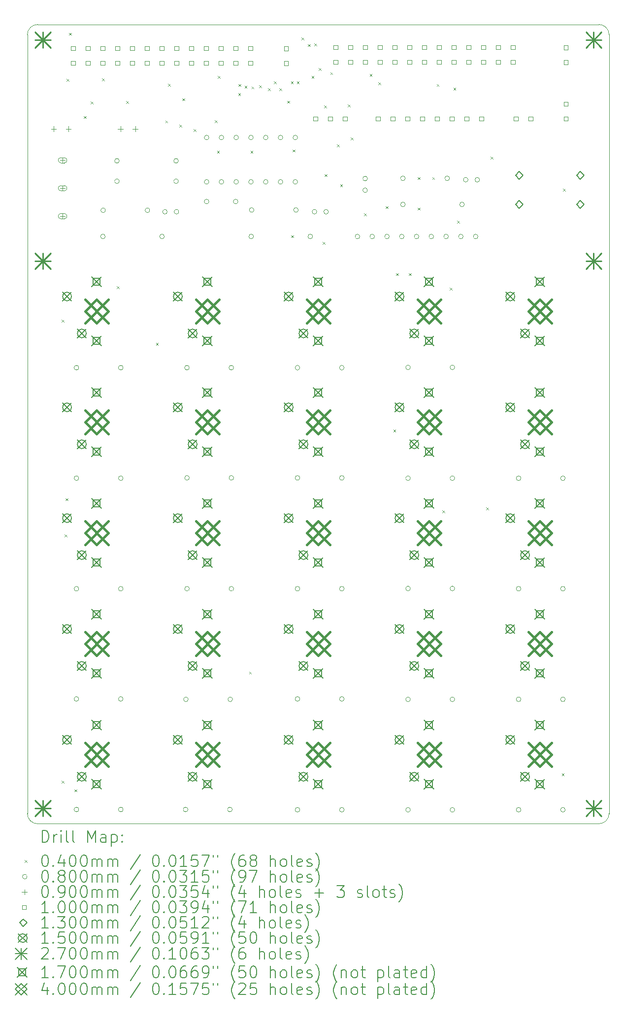
<source format=gbr>
%TF.GenerationSoftware,KiCad,Pcbnew,9.0.2+1*%
%TF.CreationDate,2025-08-15T04:00:08+09:00*%
%TF.ProjectId,kp25tk,6b703235-746b-42e6-9b69-6361645f7063,0.0.8*%
%TF.SameCoordinates,Original*%
%TF.FileFunction,Drillmap*%
%TF.FilePolarity,Positive*%
%FSLAX45Y45*%
G04 Gerber Fmt 4.5, Leading zero omitted, Abs format (unit mm)*
G04 Created by KiCad (PCBNEW 9.0.2+1) date 2025-08-15 04:00:08*
%MOMM*%
%LPD*%
G01*
G04 APERTURE LIST*
%ADD10C,0.100000*%
%ADD11C,0.200000*%
%ADD12C,0.130000*%
%ADD13C,0.150000*%
%ADD14C,0.270000*%
%ADD15C,0.170000*%
%ADD16C,0.400000*%
G04 APERTURE END LIST*
D10*
X14296500Y-4555500D02*
X4648500Y-4555500D01*
X14296499Y-4555500D02*
G75*
G02*
X14472500Y-4730000I751J-175250D01*
G01*
X14472500Y-4730000D02*
X14472500Y-18120000D01*
X4648500Y-18295500D02*
G75*
G02*
X4472500Y-18119999I-250J175750D01*
G01*
X14472500Y-18119999D02*
G75*
G02*
X14296499Y-18295500I-175750J249D01*
G01*
X14296500Y-18295500D02*
X4648500Y-18295500D01*
X4472500Y-18120000D02*
X4472500Y-4731000D01*
X4472499Y-4731001D02*
G75*
G02*
X4648500Y-4555499I175751J-249D01*
G01*
D11*
D10*
X5058500Y-9630000D02*
X5098500Y-9670000D01*
X5098500Y-9630000D02*
X5058500Y-9670000D01*
X5058500Y-17555000D02*
X5098500Y-17595000D01*
X5098500Y-17555000D02*
X5058500Y-17595000D01*
X5113500Y-13325000D02*
X5153500Y-13365000D01*
X5153500Y-13325000D02*
X5113500Y-13365000D01*
X5128500Y-12700000D02*
X5168500Y-12740000D01*
X5168500Y-12700000D02*
X5128500Y-12740000D01*
X5148500Y-5490000D02*
X5188500Y-5530000D01*
X5188500Y-5490000D02*
X5148500Y-5530000D01*
X5188500Y-4700000D02*
X5228500Y-4740000D01*
X5228500Y-4700000D02*
X5188500Y-4740000D01*
X5283500Y-17705000D02*
X5323500Y-17745000D01*
X5323500Y-17705000D02*
X5283500Y-17745000D01*
X5443500Y-6130000D02*
X5483500Y-6170000D01*
X5483500Y-6130000D02*
X5443500Y-6170000D01*
X5558500Y-5880000D02*
X5598500Y-5920000D01*
X5598500Y-5880000D02*
X5558500Y-5920000D01*
X5758500Y-5480000D02*
X5798500Y-5520000D01*
X5798500Y-5480000D02*
X5758500Y-5520000D01*
X6008500Y-9055000D02*
X6048500Y-9095000D01*
X6048500Y-9055000D02*
X6008500Y-9095000D01*
X6173500Y-5870000D02*
X6213500Y-5910000D01*
X6213500Y-5870000D02*
X6173500Y-5910000D01*
X6683500Y-10030000D02*
X6723500Y-10070000D01*
X6723500Y-10030000D02*
X6683500Y-10070000D01*
X6843500Y-6207500D02*
X6883500Y-6247500D01*
X6883500Y-6207500D02*
X6843500Y-6247500D01*
X6888500Y-5575000D02*
X6928500Y-5615000D01*
X6928500Y-5575000D02*
X6888500Y-5615000D01*
X7083500Y-6277500D02*
X7123500Y-6317500D01*
X7123500Y-6277500D02*
X7083500Y-6317500D01*
X7133500Y-5825000D02*
X7173500Y-5865000D01*
X7173500Y-5825000D02*
X7133500Y-5865000D01*
X7333500Y-6355000D02*
X7373500Y-6395000D01*
X7373500Y-6355000D02*
X7333500Y-6395000D01*
X7692313Y-6202500D02*
X7732313Y-6242500D01*
X7732313Y-6202500D02*
X7692313Y-6242500D01*
X7733500Y-6730000D02*
X7773500Y-6770000D01*
X7773500Y-6730000D02*
X7733500Y-6770000D01*
X7747265Y-5441235D02*
X7787265Y-5481235D01*
X7787265Y-5441235D02*
X7747265Y-5481235D01*
X8096000Y-5737500D02*
X8136000Y-5777500D01*
X8136000Y-5737500D02*
X8096000Y-5777500D01*
X8099150Y-5579480D02*
X8139150Y-5619480D01*
X8139150Y-5579480D02*
X8099150Y-5619480D01*
X8207627Y-5607500D02*
X8247627Y-5647500D01*
X8247627Y-5607500D02*
X8207627Y-5647500D01*
X8283500Y-15680000D02*
X8323500Y-15720000D01*
X8323500Y-15680000D02*
X8283500Y-15720000D01*
X8308500Y-6730000D02*
X8348500Y-6770000D01*
X8348500Y-6730000D02*
X8308500Y-6770000D01*
X8325577Y-5622892D02*
X8365577Y-5662892D01*
X8365577Y-5622892D02*
X8325577Y-5662892D01*
X8453825Y-5600325D02*
X8493825Y-5640325D01*
X8493825Y-5600325D02*
X8453825Y-5640325D01*
X8609612Y-5652500D02*
X8649612Y-5692500D01*
X8649612Y-5652500D02*
X8609612Y-5692500D01*
X8708500Y-5532500D02*
X8748500Y-5572500D01*
X8748500Y-5532500D02*
X8708500Y-5572500D01*
X8806416Y-5649744D02*
X8846416Y-5689744D01*
X8846416Y-5649744D02*
X8806416Y-5689744D01*
X8939956Y-5867500D02*
X8979956Y-5907500D01*
X8979956Y-5867500D02*
X8939956Y-5907500D01*
X9003500Y-5532500D02*
X9043500Y-5572500D01*
X9043500Y-5532500D02*
X9003500Y-5572500D01*
X9008500Y-8180000D02*
X9048500Y-8220000D01*
X9048500Y-8180000D02*
X9008500Y-8220000D01*
X9033500Y-6705000D02*
X9073500Y-6745000D01*
X9073500Y-6705000D02*
X9033500Y-6745000D01*
X9103500Y-5532500D02*
X9143500Y-5572500D01*
X9143500Y-5532500D02*
X9103500Y-5572500D01*
X9185349Y-4782500D02*
X9225349Y-4822500D01*
X9225349Y-4782500D02*
X9185349Y-4822500D01*
X9294114Y-4893145D02*
X9334114Y-4933145D01*
X9334114Y-4893145D02*
X9294114Y-4933145D01*
X9358500Y-5442500D02*
X9398500Y-5482500D01*
X9398500Y-5442500D02*
X9358500Y-5482500D01*
X9407235Y-4878735D02*
X9447235Y-4918735D01*
X9447235Y-4878735D02*
X9407235Y-4918735D01*
X9478500Y-5305000D02*
X9518500Y-5345000D01*
X9518500Y-5305000D02*
X9478500Y-5345000D01*
X9546000Y-8292500D02*
X9586000Y-8332500D01*
X9586000Y-8292500D02*
X9546000Y-8332500D01*
X9574343Y-5947500D02*
X9614343Y-5987500D01*
X9614343Y-5947500D02*
X9574343Y-5987500D01*
X9583500Y-7130000D02*
X9623500Y-7170000D01*
X9623500Y-7130000D02*
X9583500Y-7170000D01*
X9679000Y-5377500D02*
X9719000Y-5417500D01*
X9719000Y-5377500D02*
X9679000Y-5417500D01*
X9792500Y-6619000D02*
X9832500Y-6659000D01*
X9832500Y-6619000D02*
X9792500Y-6659000D01*
X9848500Y-7300000D02*
X9888500Y-7340000D01*
X9888500Y-7300000D02*
X9848500Y-7340000D01*
X9983500Y-5930000D02*
X10023500Y-5970000D01*
X10023500Y-5930000D02*
X9983500Y-5970000D01*
X10033500Y-6500000D02*
X10073500Y-6540000D01*
X10073500Y-6500000D02*
X10033500Y-6540000D01*
X10258500Y-7805000D02*
X10298500Y-7845000D01*
X10298500Y-7805000D02*
X10258500Y-7845000D01*
X10358500Y-5405000D02*
X10398500Y-5445000D01*
X10398500Y-5405000D02*
X10358500Y-5445000D01*
X10508500Y-5552500D02*
X10548500Y-5592500D01*
X10548500Y-5552500D02*
X10508500Y-5592500D01*
X10633500Y-7680000D02*
X10673500Y-7720000D01*
X10673500Y-7680000D02*
X10633500Y-7720000D01*
X10763500Y-11520000D02*
X10803500Y-11560000D01*
X10803500Y-11520000D02*
X10763500Y-11560000D01*
X10808500Y-8830000D02*
X10848500Y-8870000D01*
X10848500Y-8830000D02*
X10808500Y-8870000D01*
X11033500Y-8830000D02*
X11073500Y-8870000D01*
X11073500Y-8830000D02*
X11033500Y-8870000D01*
X11183500Y-7180000D02*
X11223500Y-7220000D01*
X11223500Y-7180000D02*
X11183500Y-7220000D01*
X11183500Y-7705000D02*
X11223500Y-7745000D01*
X11223500Y-7705000D02*
X11183500Y-7745000D01*
X11433500Y-7180000D02*
X11473500Y-7220000D01*
X11473500Y-7180000D02*
X11433500Y-7220000D01*
X11508500Y-5580000D02*
X11548500Y-5620000D01*
X11548500Y-5580000D02*
X11508500Y-5620000D01*
X11608500Y-12905000D02*
X11648500Y-12945000D01*
X11648500Y-12905000D02*
X11608500Y-12945000D01*
X11733500Y-9080000D02*
X11773500Y-9120000D01*
X11773500Y-9080000D02*
X11733500Y-9120000D01*
X11796000Y-5642500D02*
X11836000Y-5682500D01*
X11836000Y-5642500D02*
X11796000Y-5682500D01*
X11858500Y-7930000D02*
X11898500Y-7970000D01*
X11898500Y-7930000D02*
X11858500Y-7970000D01*
X12358500Y-12855000D02*
X12398500Y-12895000D01*
X12398500Y-12855000D02*
X12358500Y-12895000D01*
X12433500Y-6830000D02*
X12473500Y-6870000D01*
X12473500Y-6830000D02*
X12433500Y-6870000D01*
X13658500Y-17430000D02*
X13698500Y-17470000D01*
X13698500Y-17430000D02*
X13658500Y-17470000D01*
X13683500Y-7380000D02*
X13723500Y-7420000D01*
X13723500Y-7380000D02*
X13683500Y-7420000D01*
X5356500Y-10455500D02*
G75*
G02*
X5276500Y-10455500I-40000J0D01*
G01*
X5276500Y-10455500D02*
G75*
G02*
X5356500Y-10455500I40000J0D01*
G01*
X5356500Y-12355500D02*
G75*
G02*
X5276500Y-12355500I-40000J0D01*
G01*
X5276500Y-12355500D02*
G75*
G02*
X5356500Y-12355500I40000J0D01*
G01*
X5356500Y-14255500D02*
G75*
G02*
X5276500Y-14255500I-40000J0D01*
G01*
X5276500Y-14255500D02*
G75*
G02*
X5356500Y-14255500I40000J0D01*
G01*
X5356500Y-16150000D02*
G75*
G02*
X5276500Y-16150000I-40000J0D01*
G01*
X5276500Y-16150000D02*
G75*
G02*
X5356500Y-16150000I40000J0D01*
G01*
X5356500Y-18050000D02*
G75*
G02*
X5276500Y-18050000I-40000J0D01*
G01*
X5276500Y-18050000D02*
G75*
G02*
X5356500Y-18050000I40000J0D01*
G01*
X5810500Y-8200000D02*
G75*
G02*
X5730500Y-8200000I-40000J0D01*
G01*
X5730500Y-8200000D02*
G75*
G02*
X5810500Y-8200000I40000J0D01*
G01*
X5814500Y-7750000D02*
G75*
G02*
X5734500Y-7750000I-40000J0D01*
G01*
X5734500Y-7750000D02*
G75*
G02*
X5814500Y-7750000I40000J0D01*
G01*
X6052500Y-6900000D02*
G75*
G02*
X5972500Y-6900000I-40000J0D01*
G01*
X5972500Y-6900000D02*
G75*
G02*
X6052500Y-6900000I40000J0D01*
G01*
X6052500Y-7250000D02*
G75*
G02*
X5972500Y-7250000I-40000J0D01*
G01*
X5972500Y-7250000D02*
G75*
G02*
X6052500Y-7250000I40000J0D01*
G01*
X6118500Y-10455500D02*
G75*
G02*
X6038500Y-10455500I-40000J0D01*
G01*
X6038500Y-10455500D02*
G75*
G02*
X6118500Y-10455500I40000J0D01*
G01*
X6118500Y-12355500D02*
G75*
G02*
X6038500Y-12355500I-40000J0D01*
G01*
X6038500Y-12355500D02*
G75*
G02*
X6118500Y-12355500I40000J0D01*
G01*
X6118500Y-14255500D02*
G75*
G02*
X6038500Y-14255500I-40000J0D01*
G01*
X6038500Y-14255500D02*
G75*
G02*
X6118500Y-14255500I40000J0D01*
G01*
X6118500Y-16150000D02*
G75*
G02*
X6038500Y-16150000I-40000J0D01*
G01*
X6038500Y-16150000D02*
G75*
G02*
X6118500Y-16150000I40000J0D01*
G01*
X6118500Y-18050000D02*
G75*
G02*
X6038500Y-18050000I-40000J0D01*
G01*
X6038500Y-18050000D02*
G75*
G02*
X6118500Y-18050000I40000J0D01*
G01*
X6576500Y-7750000D02*
G75*
G02*
X6496500Y-7750000I-40000J0D01*
G01*
X6496500Y-7750000D02*
G75*
G02*
X6576500Y-7750000I40000J0D01*
G01*
X6826500Y-8200000D02*
G75*
G02*
X6746500Y-8200000I-40000J0D01*
G01*
X6746500Y-8200000D02*
G75*
G02*
X6826500Y-8200000I40000J0D01*
G01*
X6876500Y-7775000D02*
G75*
G02*
X6796500Y-7775000I-40000J0D01*
G01*
X6796500Y-7775000D02*
G75*
G02*
X6876500Y-7775000I40000J0D01*
G01*
X7068500Y-6900000D02*
G75*
G02*
X6988500Y-6900000I-40000J0D01*
G01*
X6988500Y-6900000D02*
G75*
G02*
X7068500Y-6900000I40000J0D01*
G01*
X7068500Y-7250000D02*
G75*
G02*
X6988500Y-7250000I-40000J0D01*
G01*
X6988500Y-7250000D02*
G75*
G02*
X7068500Y-7250000I40000J0D01*
G01*
X7076500Y-7775000D02*
G75*
G02*
X6996500Y-7775000I-40000J0D01*
G01*
X6996500Y-7775000D02*
G75*
G02*
X7076500Y-7775000I40000J0D01*
G01*
X7231500Y-18050000D02*
G75*
G02*
X7151500Y-18050000I-40000J0D01*
G01*
X7151500Y-18050000D02*
G75*
G02*
X7231500Y-18050000I40000J0D01*
G01*
X7237500Y-16155500D02*
G75*
G02*
X7157500Y-16155500I-40000J0D01*
G01*
X7157500Y-16155500D02*
G75*
G02*
X7237500Y-16155500I40000J0D01*
G01*
X7256500Y-10455500D02*
G75*
G02*
X7176500Y-10455500I-40000J0D01*
G01*
X7176500Y-10455500D02*
G75*
G02*
X7256500Y-10455500I40000J0D01*
G01*
X7256500Y-12350000D02*
G75*
G02*
X7176500Y-12350000I-40000J0D01*
G01*
X7176500Y-12350000D02*
G75*
G02*
X7256500Y-12350000I40000J0D01*
G01*
X7256500Y-14255500D02*
G75*
G02*
X7176500Y-14255500I-40000J0D01*
G01*
X7176500Y-14255500D02*
G75*
G02*
X7256500Y-14255500I40000J0D01*
G01*
X7593500Y-7600000D02*
G75*
G02*
X7513500Y-7600000I-40000J0D01*
G01*
X7513500Y-7600000D02*
G75*
G02*
X7593500Y-7600000I40000J0D01*
G01*
X7594500Y-6500000D02*
G75*
G02*
X7514500Y-6500000I-40000J0D01*
G01*
X7514500Y-6500000D02*
G75*
G02*
X7594500Y-6500000I40000J0D01*
G01*
X7594500Y-7262000D02*
G75*
G02*
X7514500Y-7262000I-40000J0D01*
G01*
X7514500Y-7262000D02*
G75*
G02*
X7594500Y-7262000I40000J0D01*
G01*
X7848500Y-6500000D02*
G75*
G02*
X7768500Y-6500000I-40000J0D01*
G01*
X7768500Y-6500000D02*
G75*
G02*
X7848500Y-6500000I40000J0D01*
G01*
X7848500Y-7262000D02*
G75*
G02*
X7768500Y-7262000I-40000J0D01*
G01*
X7768500Y-7262000D02*
G75*
G02*
X7848500Y-7262000I40000J0D01*
G01*
X7993500Y-18050000D02*
G75*
G02*
X7913500Y-18050000I-40000J0D01*
G01*
X7913500Y-18050000D02*
G75*
G02*
X7993500Y-18050000I40000J0D01*
G01*
X7999500Y-16155500D02*
G75*
G02*
X7919500Y-16155500I-40000J0D01*
G01*
X7919500Y-16155500D02*
G75*
G02*
X7999500Y-16155500I40000J0D01*
G01*
X8018500Y-10455500D02*
G75*
G02*
X7938500Y-10455500I-40000J0D01*
G01*
X7938500Y-10455500D02*
G75*
G02*
X8018500Y-10455500I40000J0D01*
G01*
X8018500Y-12350000D02*
G75*
G02*
X7938500Y-12350000I-40000J0D01*
G01*
X7938500Y-12350000D02*
G75*
G02*
X8018500Y-12350000I40000J0D01*
G01*
X8018500Y-14255500D02*
G75*
G02*
X7938500Y-14255500I-40000J0D01*
G01*
X7938500Y-14255500D02*
G75*
G02*
X8018500Y-14255500I40000J0D01*
G01*
X8093500Y-7600000D02*
G75*
G02*
X8013500Y-7600000I-40000J0D01*
G01*
X8013500Y-7600000D02*
G75*
G02*
X8093500Y-7600000I40000J0D01*
G01*
X8102500Y-6500000D02*
G75*
G02*
X8022500Y-6500000I-40000J0D01*
G01*
X8022500Y-6500000D02*
G75*
G02*
X8102500Y-6500000I40000J0D01*
G01*
X8102500Y-7262000D02*
G75*
G02*
X8022500Y-7262000I-40000J0D01*
G01*
X8022500Y-7262000D02*
G75*
G02*
X8102500Y-7262000I40000J0D01*
G01*
X8356500Y-6500000D02*
G75*
G02*
X8276500Y-6500000I-40000J0D01*
G01*
X8276500Y-6500000D02*
G75*
G02*
X8356500Y-6500000I40000J0D01*
G01*
X8356500Y-7262000D02*
G75*
G02*
X8276500Y-7262000I-40000J0D01*
G01*
X8276500Y-7262000D02*
G75*
G02*
X8356500Y-7262000I40000J0D01*
G01*
X8360500Y-8200000D02*
G75*
G02*
X8280500Y-8200000I-40000J0D01*
G01*
X8280500Y-8200000D02*
G75*
G02*
X8360500Y-8200000I40000J0D01*
G01*
X8367000Y-7744500D02*
G75*
G02*
X8287000Y-7744500I-40000J0D01*
G01*
X8287000Y-7744500D02*
G75*
G02*
X8367000Y-7744500I40000J0D01*
G01*
X8610500Y-6500000D02*
G75*
G02*
X8530500Y-6500000I-40000J0D01*
G01*
X8530500Y-6500000D02*
G75*
G02*
X8610500Y-6500000I40000J0D01*
G01*
X8610500Y-7262000D02*
G75*
G02*
X8530500Y-7262000I-40000J0D01*
G01*
X8530500Y-7262000D02*
G75*
G02*
X8610500Y-7262000I40000J0D01*
G01*
X8864500Y-6500000D02*
G75*
G02*
X8784500Y-6500000I-40000J0D01*
G01*
X8784500Y-6500000D02*
G75*
G02*
X8864500Y-6500000I40000J0D01*
G01*
X8864500Y-7262000D02*
G75*
G02*
X8784500Y-7262000I-40000J0D01*
G01*
X8784500Y-7262000D02*
G75*
G02*
X8864500Y-7262000I40000J0D01*
G01*
X9118500Y-6500000D02*
G75*
G02*
X9038500Y-6500000I-40000J0D01*
G01*
X9038500Y-6500000D02*
G75*
G02*
X9118500Y-6500000I40000J0D01*
G01*
X9118500Y-7262000D02*
G75*
G02*
X9038500Y-7262000I-40000J0D01*
G01*
X9038500Y-7262000D02*
G75*
G02*
X9118500Y-7262000I40000J0D01*
G01*
X9129000Y-7744500D02*
G75*
G02*
X9049000Y-7744500I-40000J0D01*
G01*
X9049000Y-7744500D02*
G75*
G02*
X9129000Y-7744500I40000J0D01*
G01*
X9156500Y-10455500D02*
G75*
G02*
X9076500Y-10455500I-40000J0D01*
G01*
X9076500Y-10455500D02*
G75*
G02*
X9156500Y-10455500I40000J0D01*
G01*
X9156500Y-12350000D02*
G75*
G02*
X9076500Y-12350000I-40000J0D01*
G01*
X9076500Y-12350000D02*
G75*
G02*
X9156500Y-12350000I40000J0D01*
G01*
X9156500Y-14255500D02*
G75*
G02*
X9076500Y-14255500I-40000J0D01*
G01*
X9076500Y-14255500D02*
G75*
G02*
X9156500Y-14255500I40000J0D01*
G01*
X9156500Y-16150000D02*
G75*
G02*
X9076500Y-16150000I-40000J0D01*
G01*
X9076500Y-16150000D02*
G75*
G02*
X9156500Y-16150000I40000J0D01*
G01*
X9156500Y-18055500D02*
G75*
G02*
X9076500Y-18055500I-40000J0D01*
G01*
X9076500Y-18055500D02*
G75*
G02*
X9156500Y-18055500I40000J0D01*
G01*
X9376500Y-8200000D02*
G75*
G02*
X9296500Y-8200000I-40000J0D01*
G01*
X9296500Y-8200000D02*
G75*
G02*
X9376500Y-8200000I40000J0D01*
G01*
X9448000Y-7775000D02*
G75*
G02*
X9368000Y-7775000I-40000J0D01*
G01*
X9368000Y-7775000D02*
G75*
G02*
X9448000Y-7775000I40000J0D01*
G01*
X9648000Y-7775000D02*
G75*
G02*
X9568000Y-7775000I-40000J0D01*
G01*
X9568000Y-7775000D02*
G75*
G02*
X9648000Y-7775000I40000J0D01*
G01*
X9918500Y-10455500D02*
G75*
G02*
X9838500Y-10455500I-40000J0D01*
G01*
X9838500Y-10455500D02*
G75*
G02*
X9918500Y-10455500I40000J0D01*
G01*
X9918500Y-12350000D02*
G75*
G02*
X9838500Y-12350000I-40000J0D01*
G01*
X9838500Y-12350000D02*
G75*
G02*
X9918500Y-12350000I40000J0D01*
G01*
X9918500Y-14255500D02*
G75*
G02*
X9838500Y-14255500I-40000J0D01*
G01*
X9838500Y-14255500D02*
G75*
G02*
X9918500Y-14255500I40000J0D01*
G01*
X9918500Y-16150000D02*
G75*
G02*
X9838500Y-16150000I-40000J0D01*
G01*
X9838500Y-16150000D02*
G75*
G02*
X9918500Y-16150000I40000J0D01*
G01*
X9918500Y-18055500D02*
G75*
G02*
X9838500Y-18055500I-40000J0D01*
G01*
X9838500Y-18055500D02*
G75*
G02*
X9918500Y-18055500I40000J0D01*
G01*
X10186500Y-8200000D02*
G75*
G02*
X10106500Y-8200000I-40000J0D01*
G01*
X10106500Y-8200000D02*
G75*
G02*
X10186500Y-8200000I40000J0D01*
G01*
X10318500Y-7204489D02*
G75*
G02*
X10238500Y-7204489I-40000J0D01*
G01*
X10238500Y-7204489D02*
G75*
G02*
X10318500Y-7204489I40000J0D01*
G01*
X10318500Y-7404489D02*
G75*
G02*
X10238500Y-7404489I-40000J0D01*
G01*
X10238500Y-7404489D02*
G75*
G02*
X10318500Y-7404489I40000J0D01*
G01*
X10440500Y-8200000D02*
G75*
G02*
X10360500Y-8200000I-40000J0D01*
G01*
X10360500Y-8200000D02*
G75*
G02*
X10440500Y-8200000I40000J0D01*
G01*
X10694500Y-8200000D02*
G75*
G02*
X10614500Y-8200000I-40000J0D01*
G01*
X10614500Y-8200000D02*
G75*
G02*
X10694500Y-8200000I40000J0D01*
G01*
X10948500Y-8200000D02*
G75*
G02*
X10868500Y-8200000I-40000J0D01*
G01*
X10868500Y-8200000D02*
G75*
G02*
X10948500Y-8200000I40000J0D01*
G01*
X10968500Y-7200000D02*
G75*
G02*
X10888500Y-7200000I-40000J0D01*
G01*
X10888500Y-7200000D02*
G75*
G02*
X10968500Y-7200000I40000J0D01*
G01*
X10968500Y-7650000D02*
G75*
G02*
X10888500Y-7650000I-40000J0D01*
G01*
X10888500Y-7650000D02*
G75*
G02*
X10968500Y-7650000I40000J0D01*
G01*
X11056500Y-10450000D02*
G75*
G02*
X10976500Y-10450000I-40000J0D01*
G01*
X10976500Y-10450000D02*
G75*
G02*
X11056500Y-10450000I40000J0D01*
G01*
X11056500Y-12355500D02*
G75*
G02*
X10976500Y-12355500I-40000J0D01*
G01*
X10976500Y-12355500D02*
G75*
G02*
X11056500Y-12355500I40000J0D01*
G01*
X11056500Y-14250000D02*
G75*
G02*
X10976500Y-14250000I-40000J0D01*
G01*
X10976500Y-14250000D02*
G75*
G02*
X11056500Y-14250000I40000J0D01*
G01*
X11056500Y-16155500D02*
G75*
G02*
X10976500Y-16155500I-40000J0D01*
G01*
X10976500Y-16155500D02*
G75*
G02*
X11056500Y-16155500I40000J0D01*
G01*
X11056500Y-18055500D02*
G75*
G02*
X10976500Y-18055500I-40000J0D01*
G01*
X10976500Y-18055500D02*
G75*
G02*
X11056500Y-18055500I40000J0D01*
G01*
X11202500Y-8200000D02*
G75*
G02*
X11122500Y-8200000I-40000J0D01*
G01*
X11122500Y-8200000D02*
G75*
G02*
X11202500Y-8200000I40000J0D01*
G01*
X11456500Y-8200000D02*
G75*
G02*
X11376500Y-8200000I-40000J0D01*
G01*
X11376500Y-8200000D02*
G75*
G02*
X11456500Y-8200000I40000J0D01*
G01*
X11710500Y-8200000D02*
G75*
G02*
X11630500Y-8200000I-40000J0D01*
G01*
X11630500Y-8200000D02*
G75*
G02*
X11710500Y-8200000I40000J0D01*
G01*
X11730500Y-7200000D02*
G75*
G02*
X11650500Y-7200000I-40000J0D01*
G01*
X11650500Y-7200000D02*
G75*
G02*
X11730500Y-7200000I40000J0D01*
G01*
X11818500Y-10450000D02*
G75*
G02*
X11738500Y-10450000I-40000J0D01*
G01*
X11738500Y-10450000D02*
G75*
G02*
X11818500Y-10450000I40000J0D01*
G01*
X11818500Y-12355500D02*
G75*
G02*
X11738500Y-12355500I-40000J0D01*
G01*
X11738500Y-12355500D02*
G75*
G02*
X11818500Y-12355500I40000J0D01*
G01*
X11818500Y-14250000D02*
G75*
G02*
X11738500Y-14250000I-40000J0D01*
G01*
X11738500Y-14250000D02*
G75*
G02*
X11818500Y-14250000I40000J0D01*
G01*
X11818500Y-16155500D02*
G75*
G02*
X11738500Y-16155500I-40000J0D01*
G01*
X11738500Y-16155500D02*
G75*
G02*
X11818500Y-16155500I40000J0D01*
G01*
X11818500Y-18055500D02*
G75*
G02*
X11738500Y-18055500I-40000J0D01*
G01*
X11738500Y-18055500D02*
G75*
G02*
X11818500Y-18055500I40000J0D01*
G01*
X11964500Y-8200000D02*
G75*
G02*
X11884500Y-8200000I-40000J0D01*
G01*
X11884500Y-8200000D02*
G75*
G02*
X11964500Y-8200000I40000J0D01*
G01*
X11984500Y-7650000D02*
G75*
G02*
X11904500Y-7650000I-40000J0D01*
G01*
X11904500Y-7650000D02*
G75*
G02*
X11984500Y-7650000I40000J0D01*
G01*
X12047989Y-7225000D02*
G75*
G02*
X11967989Y-7225000I-40000J0D01*
G01*
X11967989Y-7225000D02*
G75*
G02*
X12047989Y-7225000I40000J0D01*
G01*
X12218500Y-8200000D02*
G75*
G02*
X12138500Y-8200000I-40000J0D01*
G01*
X12138500Y-8200000D02*
G75*
G02*
X12218500Y-8200000I40000J0D01*
G01*
X12247989Y-7225000D02*
G75*
G02*
X12167989Y-7225000I-40000J0D01*
G01*
X12167989Y-7225000D02*
G75*
G02*
X12247989Y-7225000I40000J0D01*
G01*
X12956500Y-12355500D02*
G75*
G02*
X12876500Y-12355500I-40000J0D01*
G01*
X12876500Y-12355500D02*
G75*
G02*
X12956500Y-12355500I40000J0D01*
G01*
X12956500Y-14255500D02*
G75*
G02*
X12876500Y-14255500I-40000J0D01*
G01*
X12876500Y-14255500D02*
G75*
G02*
X12956500Y-14255500I40000J0D01*
G01*
X12956500Y-16155500D02*
G75*
G02*
X12876500Y-16155500I-40000J0D01*
G01*
X12876500Y-16155500D02*
G75*
G02*
X12956500Y-16155500I40000J0D01*
G01*
X12956500Y-18055500D02*
G75*
G02*
X12876500Y-18055500I-40000J0D01*
G01*
X12876500Y-18055500D02*
G75*
G02*
X12956500Y-18055500I40000J0D01*
G01*
X13718500Y-12355500D02*
G75*
G02*
X13638500Y-12355500I-40000J0D01*
G01*
X13638500Y-12355500D02*
G75*
G02*
X13718500Y-12355500I40000J0D01*
G01*
X13718500Y-14255500D02*
G75*
G02*
X13638500Y-14255500I-40000J0D01*
G01*
X13638500Y-14255500D02*
G75*
G02*
X13718500Y-14255500I40000J0D01*
G01*
X13718500Y-16155500D02*
G75*
G02*
X13638500Y-16155500I-40000J0D01*
G01*
X13638500Y-16155500D02*
G75*
G02*
X13718500Y-16155500I40000J0D01*
G01*
X13718500Y-18055500D02*
G75*
G02*
X13638500Y-18055500I-40000J0D01*
G01*
X13638500Y-18055500D02*
G75*
G02*
X13718500Y-18055500I40000J0D01*
G01*
X4924500Y-6305000D02*
X4924500Y-6395000D01*
X4879500Y-6350000D02*
X4969500Y-6350000D01*
X5078500Y-6845000D02*
X5078500Y-6935000D01*
X5033500Y-6890000D02*
X5123500Y-6890000D01*
X5108500Y-6845000D02*
X5048500Y-6845000D01*
X5048500Y-6935000D02*
G75*
G02*
X5048500Y-6845000I0J45000D01*
G01*
X5048500Y-6935000D02*
X5108500Y-6935000D01*
X5108500Y-6935000D02*
G75*
G03*
X5108500Y-6845000I0J45000D01*
G01*
X5078500Y-7325000D02*
X5078500Y-7415000D01*
X5033500Y-7370000D02*
X5123500Y-7370000D01*
X5108500Y-7325000D02*
X5048500Y-7325000D01*
X5048500Y-7415000D02*
G75*
G02*
X5048500Y-7325000I0J45000D01*
G01*
X5048500Y-7415000D02*
X5108500Y-7415000D01*
X5108500Y-7415000D02*
G75*
G03*
X5108500Y-7325000I0J45000D01*
G01*
X5078500Y-7805000D02*
X5078500Y-7895000D01*
X5033500Y-7850000D02*
X5123500Y-7850000D01*
X5108500Y-7805000D02*
X5048500Y-7805000D01*
X5048500Y-7895000D02*
G75*
G02*
X5048500Y-7805000I0J45000D01*
G01*
X5048500Y-7895000D02*
X5108500Y-7895000D01*
X5108500Y-7895000D02*
G75*
G03*
X5108500Y-7805000I0J45000D01*
G01*
X5178500Y-6305000D02*
X5178500Y-6395000D01*
X5133500Y-6350000D02*
X5223500Y-6350000D01*
X6074500Y-6305000D02*
X6074500Y-6395000D01*
X6029500Y-6350000D02*
X6119500Y-6350000D01*
X6328500Y-6305000D02*
X6328500Y-6395000D01*
X6283500Y-6350000D02*
X6373500Y-6350000D01*
X5295856Y-5001356D02*
X5295856Y-4930644D01*
X5225144Y-4930644D01*
X5225144Y-5001356D01*
X5295856Y-5001356D01*
X5295856Y-5255356D02*
X5295856Y-5184644D01*
X5225144Y-5184644D01*
X5225144Y-5255356D01*
X5295856Y-5255356D01*
X5549856Y-5001356D02*
X5549856Y-4930644D01*
X5479144Y-4930644D01*
X5479144Y-5001356D01*
X5549856Y-5001356D01*
X5549856Y-5255356D02*
X5549856Y-5184644D01*
X5479144Y-5184644D01*
X5479144Y-5255356D01*
X5549856Y-5255356D01*
X5803856Y-5001356D02*
X5803856Y-4930644D01*
X5733144Y-4930644D01*
X5733144Y-5001356D01*
X5803856Y-5001356D01*
X5803856Y-5255356D02*
X5803856Y-5184644D01*
X5733144Y-5184644D01*
X5733144Y-5255356D01*
X5803856Y-5255356D01*
X6057856Y-5001356D02*
X6057856Y-4930644D01*
X5987144Y-4930644D01*
X5987144Y-5001356D01*
X6057856Y-5001356D01*
X6057856Y-5255356D02*
X6057856Y-5184644D01*
X5987144Y-5184644D01*
X5987144Y-5255356D01*
X6057856Y-5255356D01*
X6311856Y-5001356D02*
X6311856Y-4930644D01*
X6241144Y-4930644D01*
X6241144Y-5001356D01*
X6311856Y-5001356D01*
X6311856Y-5255356D02*
X6311856Y-5184644D01*
X6241144Y-5184644D01*
X6241144Y-5255356D01*
X6311856Y-5255356D01*
X6565856Y-5001356D02*
X6565856Y-4930644D01*
X6495144Y-4930644D01*
X6495144Y-5001356D01*
X6565856Y-5001356D01*
X6565856Y-5255356D02*
X6565856Y-5184644D01*
X6495144Y-5184644D01*
X6495144Y-5255356D01*
X6565856Y-5255356D01*
X6819856Y-5001356D02*
X6819856Y-4930644D01*
X6749144Y-4930644D01*
X6749144Y-5001356D01*
X6819856Y-5001356D01*
X6819856Y-5255356D02*
X6819856Y-5184644D01*
X6749144Y-5184644D01*
X6749144Y-5255356D01*
X6819856Y-5255356D01*
X7073856Y-5001356D02*
X7073856Y-4930644D01*
X7003144Y-4930644D01*
X7003144Y-5001356D01*
X7073856Y-5001356D01*
X7073856Y-5255356D02*
X7073856Y-5184644D01*
X7003144Y-5184644D01*
X7003144Y-5255356D01*
X7073856Y-5255356D01*
X7327856Y-5001356D02*
X7327856Y-4930644D01*
X7257144Y-4930644D01*
X7257144Y-5001356D01*
X7327856Y-5001356D01*
X7327856Y-5255356D02*
X7327856Y-5184644D01*
X7257144Y-5184644D01*
X7257144Y-5255356D01*
X7327856Y-5255356D01*
X7581856Y-5001356D02*
X7581856Y-4930644D01*
X7511144Y-4930644D01*
X7511144Y-5001356D01*
X7581856Y-5001356D01*
X7581856Y-5255356D02*
X7581856Y-5184644D01*
X7511144Y-5184644D01*
X7511144Y-5255356D01*
X7581856Y-5255356D01*
X7835856Y-5001356D02*
X7835856Y-4930644D01*
X7765144Y-4930644D01*
X7765144Y-5001356D01*
X7835856Y-5001356D01*
X7835856Y-5255356D02*
X7835856Y-5184644D01*
X7765144Y-5184644D01*
X7765144Y-5255356D01*
X7835856Y-5255356D01*
X8089856Y-5001356D02*
X8089856Y-4930644D01*
X8019144Y-4930644D01*
X8019144Y-5001356D01*
X8089856Y-5001356D01*
X8089856Y-5255356D02*
X8089856Y-5184644D01*
X8019144Y-5184644D01*
X8019144Y-5255356D01*
X8089856Y-5255356D01*
X8343856Y-5001356D02*
X8343856Y-4930644D01*
X8273144Y-4930644D01*
X8273144Y-5001356D01*
X8343856Y-5001356D01*
X8343856Y-5255356D02*
X8343856Y-5184644D01*
X8273144Y-5184644D01*
X8273144Y-5255356D01*
X8343856Y-5255356D01*
X8953856Y-5004856D02*
X8953856Y-4934144D01*
X8883144Y-4934144D01*
X8883144Y-5004856D01*
X8953856Y-5004856D01*
X8953856Y-5258856D02*
X8953856Y-5188144D01*
X8883144Y-5188144D01*
X8883144Y-5258856D01*
X8953856Y-5258856D01*
X9459856Y-6210856D02*
X9459856Y-6140144D01*
X9389144Y-6140144D01*
X9389144Y-6210856D01*
X9459856Y-6210856D01*
X9713856Y-6210856D02*
X9713856Y-6140144D01*
X9643144Y-6140144D01*
X9643144Y-6210856D01*
X9713856Y-6210856D01*
X9806856Y-4981356D02*
X9806856Y-4910644D01*
X9736144Y-4910644D01*
X9736144Y-4981356D01*
X9806856Y-4981356D01*
X9806856Y-5235356D02*
X9806856Y-5164644D01*
X9736144Y-5164644D01*
X9736144Y-5235356D01*
X9806856Y-5235356D01*
X9967856Y-6210856D02*
X9967856Y-6140144D01*
X9897144Y-6140144D01*
X9897144Y-6210856D01*
X9967856Y-6210856D01*
X10060856Y-4981356D02*
X10060856Y-4910644D01*
X9990144Y-4910644D01*
X9990144Y-4981356D01*
X10060856Y-4981356D01*
X10060856Y-5235356D02*
X10060856Y-5164644D01*
X9990144Y-5164644D01*
X9990144Y-5235356D01*
X10060856Y-5235356D01*
X10314856Y-4981356D02*
X10314856Y-4910644D01*
X10244144Y-4910644D01*
X10244144Y-4981356D01*
X10314856Y-4981356D01*
X10314856Y-5235356D02*
X10314856Y-5164644D01*
X10244144Y-5164644D01*
X10244144Y-5235356D01*
X10314856Y-5235356D01*
X10535856Y-6210356D02*
X10535856Y-6139644D01*
X10465144Y-6139644D01*
X10465144Y-6210356D01*
X10535856Y-6210356D01*
X10568856Y-4981356D02*
X10568856Y-4910644D01*
X10498144Y-4910644D01*
X10498144Y-4981356D01*
X10568856Y-4981356D01*
X10568856Y-5235356D02*
X10568856Y-5164644D01*
X10498144Y-5164644D01*
X10498144Y-5235356D01*
X10568856Y-5235356D01*
X10789856Y-6210356D02*
X10789856Y-6139644D01*
X10719144Y-6139644D01*
X10719144Y-6210356D01*
X10789856Y-6210356D01*
X10822856Y-4981356D02*
X10822856Y-4910644D01*
X10752144Y-4910644D01*
X10752144Y-4981356D01*
X10822856Y-4981356D01*
X10822856Y-5235356D02*
X10822856Y-5164644D01*
X10752144Y-5164644D01*
X10752144Y-5235356D01*
X10822856Y-5235356D01*
X11043856Y-6210356D02*
X11043856Y-6139644D01*
X10973144Y-6139644D01*
X10973144Y-6210356D01*
X11043856Y-6210356D01*
X11076856Y-4981356D02*
X11076856Y-4910644D01*
X11006144Y-4910644D01*
X11006144Y-4981356D01*
X11076856Y-4981356D01*
X11076856Y-5235356D02*
X11076856Y-5164644D01*
X11006144Y-5164644D01*
X11006144Y-5235356D01*
X11076856Y-5235356D01*
X11297856Y-6210356D02*
X11297856Y-6139644D01*
X11227144Y-6139644D01*
X11227144Y-6210356D01*
X11297856Y-6210356D01*
X11330856Y-4981356D02*
X11330856Y-4910644D01*
X11260144Y-4910644D01*
X11260144Y-4981356D01*
X11330856Y-4981356D01*
X11330856Y-5235356D02*
X11330856Y-5164644D01*
X11260144Y-5164644D01*
X11260144Y-5235356D01*
X11330856Y-5235356D01*
X11551856Y-6210356D02*
X11551856Y-6139644D01*
X11481144Y-6139644D01*
X11481144Y-6210356D01*
X11551856Y-6210356D01*
X11584856Y-4981356D02*
X11584856Y-4910644D01*
X11514144Y-4910644D01*
X11514144Y-4981356D01*
X11584856Y-4981356D01*
X11584856Y-5235356D02*
X11584856Y-5164644D01*
X11514144Y-5164644D01*
X11514144Y-5235356D01*
X11584856Y-5235356D01*
X11805856Y-6210356D02*
X11805856Y-6139644D01*
X11735144Y-6139644D01*
X11735144Y-6210356D01*
X11805856Y-6210356D01*
X11838856Y-4981356D02*
X11838856Y-4910644D01*
X11768144Y-4910644D01*
X11768144Y-4981356D01*
X11838856Y-4981356D01*
X11838856Y-5235356D02*
X11838856Y-5164644D01*
X11768144Y-5164644D01*
X11768144Y-5235356D01*
X11838856Y-5235356D01*
X12059856Y-6210356D02*
X12059856Y-6139644D01*
X11989144Y-6139644D01*
X11989144Y-6210356D01*
X12059856Y-6210356D01*
X12092856Y-4981356D02*
X12092856Y-4910644D01*
X12022144Y-4910644D01*
X12022144Y-4981356D01*
X12092856Y-4981356D01*
X12092856Y-5235356D02*
X12092856Y-5164644D01*
X12022144Y-5164644D01*
X12022144Y-5235356D01*
X12092856Y-5235356D01*
X12313856Y-6210356D02*
X12313856Y-6139644D01*
X12243144Y-6139644D01*
X12243144Y-6210356D01*
X12313856Y-6210356D01*
X12346856Y-4981356D02*
X12346856Y-4910644D01*
X12276144Y-4910644D01*
X12276144Y-4981356D01*
X12346856Y-4981356D01*
X12346856Y-5235356D02*
X12346856Y-5164644D01*
X12276144Y-5164644D01*
X12276144Y-5235356D01*
X12346856Y-5235356D01*
X12600856Y-4981356D02*
X12600856Y-4910644D01*
X12530144Y-4910644D01*
X12530144Y-4981356D01*
X12600856Y-4981356D01*
X12600856Y-5235356D02*
X12600856Y-5164644D01*
X12530144Y-5164644D01*
X12530144Y-5235356D01*
X12600856Y-5235356D01*
X12854856Y-4981356D02*
X12854856Y-4910644D01*
X12784144Y-4910644D01*
X12784144Y-4981356D01*
X12854856Y-4981356D01*
X12854856Y-5235356D02*
X12854856Y-5164644D01*
X12784144Y-5164644D01*
X12784144Y-5235356D01*
X12854856Y-5235356D01*
X12907356Y-6210356D02*
X12907356Y-6139644D01*
X12836644Y-6139644D01*
X12836644Y-6210356D01*
X12907356Y-6210356D01*
X13161356Y-6210356D02*
X13161356Y-6139644D01*
X13090644Y-6139644D01*
X13090644Y-6210356D01*
X13161356Y-6210356D01*
X13763856Y-4987856D02*
X13763856Y-4917144D01*
X13693144Y-4917144D01*
X13693144Y-4987856D01*
X13763856Y-4987856D01*
X13763856Y-5241856D02*
X13763856Y-5171144D01*
X13693144Y-5171144D01*
X13693144Y-5241856D01*
X13763856Y-5241856D01*
X13763856Y-5957856D02*
X13763856Y-5887144D01*
X13693144Y-5887144D01*
X13693144Y-5957856D01*
X13763856Y-5957856D01*
X13763856Y-6211856D02*
X13763856Y-6141144D01*
X13693144Y-6141144D01*
X13693144Y-6211856D01*
X13763856Y-6211856D01*
D12*
X12929500Y-7215000D02*
X12994500Y-7150000D01*
X12929500Y-7085000D01*
X12864500Y-7150000D01*
X12929500Y-7215000D01*
X12929500Y-7715000D02*
X12994500Y-7650000D01*
X12929500Y-7585000D01*
X12864500Y-7650000D01*
X12929500Y-7715000D01*
X13979500Y-7215000D02*
X14044500Y-7150000D01*
X13979500Y-7085000D01*
X13914500Y-7150000D01*
X13979500Y-7215000D01*
X13979500Y-7715000D02*
X14044500Y-7650000D01*
X13979500Y-7585000D01*
X13914500Y-7650000D01*
X13979500Y-7715000D01*
D13*
X5079500Y-9156500D02*
X5229500Y-9306500D01*
X5229500Y-9156500D02*
X5079500Y-9306500D01*
X5229500Y-9231500D02*
G75*
G02*
X5079500Y-9231500I-75000J0D01*
G01*
X5079500Y-9231500D02*
G75*
G02*
X5229500Y-9231500I75000J0D01*
G01*
X5079500Y-11061500D02*
X5229500Y-11211500D01*
X5229500Y-11061500D02*
X5079500Y-11211500D01*
X5229500Y-11136500D02*
G75*
G02*
X5079500Y-11136500I-75000J0D01*
G01*
X5079500Y-11136500D02*
G75*
G02*
X5229500Y-11136500I75000J0D01*
G01*
X5079500Y-12966500D02*
X5229500Y-13116500D01*
X5229500Y-12966500D02*
X5079500Y-13116500D01*
X5229500Y-13041500D02*
G75*
G02*
X5079500Y-13041500I-75000J0D01*
G01*
X5079500Y-13041500D02*
G75*
G02*
X5229500Y-13041500I75000J0D01*
G01*
X5079500Y-14871500D02*
X5229500Y-15021500D01*
X5229500Y-14871500D02*
X5079500Y-15021500D01*
X5229500Y-14946500D02*
G75*
G02*
X5079500Y-14946500I-75000J0D01*
G01*
X5079500Y-14946500D02*
G75*
G02*
X5229500Y-14946500I75000J0D01*
G01*
X5079500Y-16776500D02*
X5229500Y-16926500D01*
X5229500Y-16776500D02*
X5079500Y-16926500D01*
X5229500Y-16851500D02*
G75*
G02*
X5079500Y-16851500I-75000J0D01*
G01*
X5079500Y-16851500D02*
G75*
G02*
X5229500Y-16851500I75000J0D01*
G01*
X5333500Y-9791500D02*
X5483500Y-9941500D01*
X5483500Y-9791500D02*
X5333500Y-9941500D01*
X5483500Y-9866500D02*
G75*
G02*
X5333500Y-9866500I-75000J0D01*
G01*
X5333500Y-9866500D02*
G75*
G02*
X5483500Y-9866500I75000J0D01*
G01*
X5333500Y-11696500D02*
X5483500Y-11846500D01*
X5483500Y-11696500D02*
X5333500Y-11846500D01*
X5483500Y-11771500D02*
G75*
G02*
X5333500Y-11771500I-75000J0D01*
G01*
X5333500Y-11771500D02*
G75*
G02*
X5483500Y-11771500I75000J0D01*
G01*
X5333500Y-13601500D02*
X5483500Y-13751500D01*
X5483500Y-13601500D02*
X5333500Y-13751500D01*
X5483500Y-13676500D02*
G75*
G02*
X5333500Y-13676500I-75000J0D01*
G01*
X5333500Y-13676500D02*
G75*
G02*
X5483500Y-13676500I75000J0D01*
G01*
X5333500Y-15506500D02*
X5483500Y-15656500D01*
X5483500Y-15506500D02*
X5333500Y-15656500D01*
X5483500Y-15581500D02*
G75*
G02*
X5333500Y-15581500I-75000J0D01*
G01*
X5333500Y-15581500D02*
G75*
G02*
X5483500Y-15581500I75000J0D01*
G01*
X5333500Y-17411500D02*
X5483500Y-17561500D01*
X5483500Y-17411500D02*
X5333500Y-17561500D01*
X5483500Y-17486500D02*
G75*
G02*
X5333500Y-17486500I-75000J0D01*
G01*
X5333500Y-17486500D02*
G75*
G02*
X5483500Y-17486500I75000J0D01*
G01*
X6984500Y-9156500D02*
X7134500Y-9306500D01*
X7134500Y-9156500D02*
X6984500Y-9306500D01*
X7134500Y-9231500D02*
G75*
G02*
X6984500Y-9231500I-75000J0D01*
G01*
X6984500Y-9231500D02*
G75*
G02*
X7134500Y-9231500I75000J0D01*
G01*
X6984500Y-11061500D02*
X7134500Y-11211500D01*
X7134500Y-11061500D02*
X6984500Y-11211500D01*
X7134500Y-11136500D02*
G75*
G02*
X6984500Y-11136500I-75000J0D01*
G01*
X6984500Y-11136500D02*
G75*
G02*
X7134500Y-11136500I75000J0D01*
G01*
X6984500Y-12966500D02*
X7134500Y-13116500D01*
X7134500Y-12966500D02*
X6984500Y-13116500D01*
X7134500Y-13041500D02*
G75*
G02*
X6984500Y-13041500I-75000J0D01*
G01*
X6984500Y-13041500D02*
G75*
G02*
X7134500Y-13041500I75000J0D01*
G01*
X6984500Y-14871500D02*
X7134500Y-15021500D01*
X7134500Y-14871500D02*
X6984500Y-15021500D01*
X7134500Y-14946500D02*
G75*
G02*
X6984500Y-14946500I-75000J0D01*
G01*
X6984500Y-14946500D02*
G75*
G02*
X7134500Y-14946500I75000J0D01*
G01*
X6984500Y-16776500D02*
X7134500Y-16926500D01*
X7134500Y-16776500D02*
X6984500Y-16926500D01*
X7134500Y-16851500D02*
G75*
G02*
X6984500Y-16851500I-75000J0D01*
G01*
X6984500Y-16851500D02*
G75*
G02*
X7134500Y-16851500I75000J0D01*
G01*
X7238500Y-9791500D02*
X7388500Y-9941500D01*
X7388500Y-9791500D02*
X7238500Y-9941500D01*
X7388500Y-9866500D02*
G75*
G02*
X7238500Y-9866500I-75000J0D01*
G01*
X7238500Y-9866500D02*
G75*
G02*
X7388500Y-9866500I75000J0D01*
G01*
X7238500Y-11696500D02*
X7388500Y-11846500D01*
X7388500Y-11696500D02*
X7238500Y-11846500D01*
X7388500Y-11771500D02*
G75*
G02*
X7238500Y-11771500I-75000J0D01*
G01*
X7238500Y-11771500D02*
G75*
G02*
X7388500Y-11771500I75000J0D01*
G01*
X7238500Y-13601500D02*
X7388500Y-13751500D01*
X7388500Y-13601500D02*
X7238500Y-13751500D01*
X7388500Y-13676500D02*
G75*
G02*
X7238500Y-13676500I-75000J0D01*
G01*
X7238500Y-13676500D02*
G75*
G02*
X7388500Y-13676500I75000J0D01*
G01*
X7238500Y-15506500D02*
X7388500Y-15656500D01*
X7388500Y-15506500D02*
X7238500Y-15656500D01*
X7388500Y-15581500D02*
G75*
G02*
X7238500Y-15581500I-75000J0D01*
G01*
X7238500Y-15581500D02*
G75*
G02*
X7388500Y-15581500I75000J0D01*
G01*
X7238500Y-17411500D02*
X7388500Y-17561500D01*
X7388500Y-17411500D02*
X7238500Y-17561500D01*
X7388500Y-17486500D02*
G75*
G02*
X7238500Y-17486500I-75000J0D01*
G01*
X7238500Y-17486500D02*
G75*
G02*
X7388500Y-17486500I75000J0D01*
G01*
X8889500Y-9156500D02*
X9039500Y-9306500D01*
X9039500Y-9156500D02*
X8889500Y-9306500D01*
X9039500Y-9231500D02*
G75*
G02*
X8889500Y-9231500I-75000J0D01*
G01*
X8889500Y-9231500D02*
G75*
G02*
X9039500Y-9231500I75000J0D01*
G01*
X8889500Y-11061500D02*
X9039500Y-11211500D01*
X9039500Y-11061500D02*
X8889500Y-11211500D01*
X9039500Y-11136500D02*
G75*
G02*
X8889500Y-11136500I-75000J0D01*
G01*
X8889500Y-11136500D02*
G75*
G02*
X9039500Y-11136500I75000J0D01*
G01*
X8889500Y-12966500D02*
X9039500Y-13116500D01*
X9039500Y-12966500D02*
X8889500Y-13116500D01*
X9039500Y-13041500D02*
G75*
G02*
X8889500Y-13041500I-75000J0D01*
G01*
X8889500Y-13041500D02*
G75*
G02*
X9039500Y-13041500I75000J0D01*
G01*
X8889500Y-14871500D02*
X9039500Y-15021500D01*
X9039500Y-14871500D02*
X8889500Y-15021500D01*
X9039500Y-14946500D02*
G75*
G02*
X8889500Y-14946500I-75000J0D01*
G01*
X8889500Y-14946500D02*
G75*
G02*
X9039500Y-14946500I75000J0D01*
G01*
X8889500Y-16776500D02*
X9039500Y-16926500D01*
X9039500Y-16776500D02*
X8889500Y-16926500D01*
X9039500Y-16851500D02*
G75*
G02*
X8889500Y-16851500I-75000J0D01*
G01*
X8889500Y-16851500D02*
G75*
G02*
X9039500Y-16851500I75000J0D01*
G01*
X9143500Y-9791500D02*
X9293500Y-9941500D01*
X9293500Y-9791500D02*
X9143500Y-9941500D01*
X9293500Y-9866500D02*
G75*
G02*
X9143500Y-9866500I-75000J0D01*
G01*
X9143500Y-9866500D02*
G75*
G02*
X9293500Y-9866500I75000J0D01*
G01*
X9143500Y-11696500D02*
X9293500Y-11846500D01*
X9293500Y-11696500D02*
X9143500Y-11846500D01*
X9293500Y-11771500D02*
G75*
G02*
X9143500Y-11771500I-75000J0D01*
G01*
X9143500Y-11771500D02*
G75*
G02*
X9293500Y-11771500I75000J0D01*
G01*
X9143500Y-13601500D02*
X9293500Y-13751500D01*
X9293500Y-13601500D02*
X9143500Y-13751500D01*
X9293500Y-13676500D02*
G75*
G02*
X9143500Y-13676500I-75000J0D01*
G01*
X9143500Y-13676500D02*
G75*
G02*
X9293500Y-13676500I75000J0D01*
G01*
X9143500Y-15506500D02*
X9293500Y-15656500D01*
X9293500Y-15506500D02*
X9143500Y-15656500D01*
X9293500Y-15581500D02*
G75*
G02*
X9143500Y-15581500I-75000J0D01*
G01*
X9143500Y-15581500D02*
G75*
G02*
X9293500Y-15581500I75000J0D01*
G01*
X9143500Y-17411500D02*
X9293500Y-17561500D01*
X9293500Y-17411500D02*
X9143500Y-17561500D01*
X9293500Y-17486500D02*
G75*
G02*
X9143500Y-17486500I-75000J0D01*
G01*
X9143500Y-17486500D02*
G75*
G02*
X9293500Y-17486500I75000J0D01*
G01*
X10794500Y-9156500D02*
X10944500Y-9306500D01*
X10944500Y-9156500D02*
X10794500Y-9306500D01*
X10944500Y-9231500D02*
G75*
G02*
X10794500Y-9231500I-75000J0D01*
G01*
X10794500Y-9231500D02*
G75*
G02*
X10944500Y-9231500I75000J0D01*
G01*
X10794500Y-11061500D02*
X10944500Y-11211500D01*
X10944500Y-11061500D02*
X10794500Y-11211500D01*
X10944500Y-11136500D02*
G75*
G02*
X10794500Y-11136500I-75000J0D01*
G01*
X10794500Y-11136500D02*
G75*
G02*
X10944500Y-11136500I75000J0D01*
G01*
X10794500Y-12966500D02*
X10944500Y-13116500D01*
X10944500Y-12966500D02*
X10794500Y-13116500D01*
X10944500Y-13041500D02*
G75*
G02*
X10794500Y-13041500I-75000J0D01*
G01*
X10794500Y-13041500D02*
G75*
G02*
X10944500Y-13041500I75000J0D01*
G01*
X10794500Y-14871500D02*
X10944500Y-15021500D01*
X10944500Y-14871500D02*
X10794500Y-15021500D01*
X10944500Y-14946500D02*
G75*
G02*
X10794500Y-14946500I-75000J0D01*
G01*
X10794500Y-14946500D02*
G75*
G02*
X10944500Y-14946500I75000J0D01*
G01*
X10794500Y-16776500D02*
X10944500Y-16926500D01*
X10944500Y-16776500D02*
X10794500Y-16926500D01*
X10944500Y-16851500D02*
G75*
G02*
X10794500Y-16851500I-75000J0D01*
G01*
X10794500Y-16851500D02*
G75*
G02*
X10944500Y-16851500I75000J0D01*
G01*
X11048500Y-9791500D02*
X11198500Y-9941500D01*
X11198500Y-9791500D02*
X11048500Y-9941500D01*
X11198500Y-9866500D02*
G75*
G02*
X11048500Y-9866500I-75000J0D01*
G01*
X11048500Y-9866500D02*
G75*
G02*
X11198500Y-9866500I75000J0D01*
G01*
X11048500Y-11696500D02*
X11198500Y-11846500D01*
X11198500Y-11696500D02*
X11048500Y-11846500D01*
X11198500Y-11771500D02*
G75*
G02*
X11048500Y-11771500I-75000J0D01*
G01*
X11048500Y-11771500D02*
G75*
G02*
X11198500Y-11771500I75000J0D01*
G01*
X11048500Y-13601500D02*
X11198500Y-13751500D01*
X11198500Y-13601500D02*
X11048500Y-13751500D01*
X11198500Y-13676500D02*
G75*
G02*
X11048500Y-13676500I-75000J0D01*
G01*
X11048500Y-13676500D02*
G75*
G02*
X11198500Y-13676500I75000J0D01*
G01*
X11048500Y-15506500D02*
X11198500Y-15656500D01*
X11198500Y-15506500D02*
X11048500Y-15656500D01*
X11198500Y-15581500D02*
G75*
G02*
X11048500Y-15581500I-75000J0D01*
G01*
X11048500Y-15581500D02*
G75*
G02*
X11198500Y-15581500I75000J0D01*
G01*
X11048500Y-17411500D02*
X11198500Y-17561500D01*
X11198500Y-17411500D02*
X11048500Y-17561500D01*
X11198500Y-17486500D02*
G75*
G02*
X11048500Y-17486500I-75000J0D01*
G01*
X11048500Y-17486500D02*
G75*
G02*
X11198500Y-17486500I75000J0D01*
G01*
X12699500Y-9156500D02*
X12849500Y-9306500D01*
X12849500Y-9156500D02*
X12699500Y-9306500D01*
X12849500Y-9231500D02*
G75*
G02*
X12699500Y-9231500I-75000J0D01*
G01*
X12699500Y-9231500D02*
G75*
G02*
X12849500Y-9231500I75000J0D01*
G01*
X12699500Y-11061500D02*
X12849500Y-11211500D01*
X12849500Y-11061500D02*
X12699500Y-11211500D01*
X12849500Y-11136500D02*
G75*
G02*
X12699500Y-11136500I-75000J0D01*
G01*
X12699500Y-11136500D02*
G75*
G02*
X12849500Y-11136500I75000J0D01*
G01*
X12699500Y-12966500D02*
X12849500Y-13116500D01*
X12849500Y-12966500D02*
X12699500Y-13116500D01*
X12849500Y-13041500D02*
G75*
G02*
X12699500Y-13041500I-75000J0D01*
G01*
X12699500Y-13041500D02*
G75*
G02*
X12849500Y-13041500I75000J0D01*
G01*
X12699500Y-14871500D02*
X12849500Y-15021500D01*
X12849500Y-14871500D02*
X12699500Y-15021500D01*
X12849500Y-14946500D02*
G75*
G02*
X12699500Y-14946500I-75000J0D01*
G01*
X12699500Y-14946500D02*
G75*
G02*
X12849500Y-14946500I75000J0D01*
G01*
X12699500Y-16776500D02*
X12849500Y-16926500D01*
X12849500Y-16776500D02*
X12699500Y-16926500D01*
X12849500Y-16851500D02*
G75*
G02*
X12699500Y-16851500I-75000J0D01*
G01*
X12699500Y-16851500D02*
G75*
G02*
X12849500Y-16851500I75000J0D01*
G01*
X12953500Y-9791500D02*
X13103500Y-9941500D01*
X13103500Y-9791500D02*
X12953500Y-9941500D01*
X13103500Y-9866500D02*
G75*
G02*
X12953500Y-9866500I-75000J0D01*
G01*
X12953500Y-9866500D02*
G75*
G02*
X13103500Y-9866500I75000J0D01*
G01*
X12953500Y-11696500D02*
X13103500Y-11846500D01*
X13103500Y-11696500D02*
X12953500Y-11846500D01*
X13103500Y-11771500D02*
G75*
G02*
X12953500Y-11771500I-75000J0D01*
G01*
X12953500Y-11771500D02*
G75*
G02*
X13103500Y-11771500I75000J0D01*
G01*
X12953500Y-13601500D02*
X13103500Y-13751500D01*
X13103500Y-13601500D02*
X12953500Y-13751500D01*
X13103500Y-13676500D02*
G75*
G02*
X12953500Y-13676500I-75000J0D01*
G01*
X12953500Y-13676500D02*
G75*
G02*
X13103500Y-13676500I75000J0D01*
G01*
X12953500Y-15506500D02*
X13103500Y-15656500D01*
X13103500Y-15506500D02*
X12953500Y-15656500D01*
X13103500Y-15581500D02*
G75*
G02*
X12953500Y-15581500I-75000J0D01*
G01*
X12953500Y-15581500D02*
G75*
G02*
X13103500Y-15581500I75000J0D01*
G01*
X12953500Y-17411500D02*
X13103500Y-17561500D01*
X13103500Y-17411500D02*
X12953500Y-17561500D01*
X13103500Y-17486500D02*
G75*
G02*
X12953500Y-17486500I-75000J0D01*
G01*
X12953500Y-17486500D02*
G75*
G02*
X13103500Y-17486500I75000J0D01*
G01*
D14*
X4603500Y-4685000D02*
X4873500Y-4955000D01*
X4873500Y-4685000D02*
X4603500Y-4955000D01*
X4738500Y-4685000D02*
X4738500Y-4955000D01*
X4603500Y-4820000D02*
X4873500Y-4820000D01*
X4603500Y-8485000D02*
X4873500Y-8755000D01*
X4873500Y-8485000D02*
X4603500Y-8755000D01*
X4738500Y-8485000D02*
X4738500Y-8755000D01*
X4603500Y-8620000D02*
X4873500Y-8620000D01*
X4603500Y-17895000D02*
X4873500Y-18165000D01*
X4873500Y-17895000D02*
X4603500Y-18165000D01*
X4738500Y-17895000D02*
X4738500Y-18165000D01*
X4603500Y-18030000D02*
X4873500Y-18030000D01*
X14073500Y-4685000D02*
X14343500Y-4955000D01*
X14343500Y-4685000D02*
X14073500Y-4955000D01*
X14208500Y-4685000D02*
X14208500Y-4955000D01*
X14073500Y-4820000D02*
X14343500Y-4820000D01*
X14073500Y-8485000D02*
X14343500Y-8755000D01*
X14343500Y-8485000D02*
X14073500Y-8755000D01*
X14208500Y-8485000D02*
X14208500Y-8755000D01*
X14073500Y-8620000D02*
X14343500Y-8620000D01*
X14073500Y-17895000D02*
X14343500Y-18165000D01*
X14343500Y-17895000D02*
X14073500Y-18165000D01*
X14208500Y-17895000D02*
X14208500Y-18165000D01*
X14073500Y-18030000D02*
X14343500Y-18030000D01*
D15*
X5577500Y-8892500D02*
X5747500Y-9062500D01*
X5747500Y-8892500D02*
X5577500Y-9062500D01*
X5722605Y-9037605D02*
X5722605Y-8917395D01*
X5602395Y-8917395D01*
X5602395Y-9037605D01*
X5722605Y-9037605D01*
X5577500Y-9908500D02*
X5747500Y-10078500D01*
X5747500Y-9908500D02*
X5577500Y-10078500D01*
X5722605Y-10053605D02*
X5722605Y-9933395D01*
X5602395Y-9933395D01*
X5602395Y-10053605D01*
X5722605Y-10053605D01*
X5577500Y-10797500D02*
X5747500Y-10967500D01*
X5747500Y-10797500D02*
X5577500Y-10967500D01*
X5722605Y-10942605D02*
X5722605Y-10822395D01*
X5602395Y-10822395D01*
X5602395Y-10942605D01*
X5722605Y-10942605D01*
X5577500Y-11813500D02*
X5747500Y-11983500D01*
X5747500Y-11813500D02*
X5577500Y-11983500D01*
X5722605Y-11958605D02*
X5722605Y-11838395D01*
X5602395Y-11838395D01*
X5602395Y-11958605D01*
X5722605Y-11958605D01*
X5577500Y-12702500D02*
X5747500Y-12872500D01*
X5747500Y-12702500D02*
X5577500Y-12872500D01*
X5722605Y-12847605D02*
X5722605Y-12727395D01*
X5602395Y-12727395D01*
X5602395Y-12847605D01*
X5722605Y-12847605D01*
X5577500Y-13718500D02*
X5747500Y-13888500D01*
X5747500Y-13718500D02*
X5577500Y-13888500D01*
X5722605Y-13863605D02*
X5722605Y-13743395D01*
X5602395Y-13743395D01*
X5602395Y-13863605D01*
X5722605Y-13863605D01*
X5577500Y-14607500D02*
X5747500Y-14777500D01*
X5747500Y-14607500D02*
X5577500Y-14777500D01*
X5722605Y-14752605D02*
X5722605Y-14632395D01*
X5602395Y-14632395D01*
X5602395Y-14752605D01*
X5722605Y-14752605D01*
X5577500Y-15623500D02*
X5747500Y-15793500D01*
X5747500Y-15623500D02*
X5577500Y-15793500D01*
X5722605Y-15768605D02*
X5722605Y-15648395D01*
X5602395Y-15648395D01*
X5602395Y-15768605D01*
X5722605Y-15768605D01*
X5577500Y-16512500D02*
X5747500Y-16682500D01*
X5747500Y-16512500D02*
X5577500Y-16682500D01*
X5722605Y-16657605D02*
X5722605Y-16537395D01*
X5602395Y-16537395D01*
X5602395Y-16657605D01*
X5722605Y-16657605D01*
X5577500Y-17528500D02*
X5747500Y-17698500D01*
X5747500Y-17528500D02*
X5577500Y-17698500D01*
X5722605Y-17673605D02*
X5722605Y-17553395D01*
X5602395Y-17553395D01*
X5602395Y-17673605D01*
X5722605Y-17673605D01*
X7482500Y-8892500D02*
X7652500Y-9062500D01*
X7652500Y-8892500D02*
X7482500Y-9062500D01*
X7627605Y-9037605D02*
X7627605Y-8917395D01*
X7507395Y-8917395D01*
X7507395Y-9037605D01*
X7627605Y-9037605D01*
X7482500Y-9908500D02*
X7652500Y-10078500D01*
X7652500Y-9908500D02*
X7482500Y-10078500D01*
X7627605Y-10053605D02*
X7627605Y-9933395D01*
X7507395Y-9933395D01*
X7507395Y-10053605D01*
X7627605Y-10053605D01*
X7482500Y-10797500D02*
X7652500Y-10967500D01*
X7652500Y-10797500D02*
X7482500Y-10967500D01*
X7627605Y-10942605D02*
X7627605Y-10822395D01*
X7507395Y-10822395D01*
X7507395Y-10942605D01*
X7627605Y-10942605D01*
X7482500Y-11813500D02*
X7652500Y-11983500D01*
X7652500Y-11813500D02*
X7482500Y-11983500D01*
X7627605Y-11958605D02*
X7627605Y-11838395D01*
X7507395Y-11838395D01*
X7507395Y-11958605D01*
X7627605Y-11958605D01*
X7482500Y-12702500D02*
X7652500Y-12872500D01*
X7652500Y-12702500D02*
X7482500Y-12872500D01*
X7627605Y-12847605D02*
X7627605Y-12727395D01*
X7507395Y-12727395D01*
X7507395Y-12847605D01*
X7627605Y-12847605D01*
X7482500Y-13718500D02*
X7652500Y-13888500D01*
X7652500Y-13718500D02*
X7482500Y-13888500D01*
X7627605Y-13863605D02*
X7627605Y-13743395D01*
X7507395Y-13743395D01*
X7507395Y-13863605D01*
X7627605Y-13863605D01*
X7482500Y-14607500D02*
X7652500Y-14777500D01*
X7652500Y-14607500D02*
X7482500Y-14777500D01*
X7627605Y-14752605D02*
X7627605Y-14632395D01*
X7507395Y-14632395D01*
X7507395Y-14752605D01*
X7627605Y-14752605D01*
X7482500Y-15623500D02*
X7652500Y-15793500D01*
X7652500Y-15623500D02*
X7482500Y-15793500D01*
X7627605Y-15768605D02*
X7627605Y-15648395D01*
X7507395Y-15648395D01*
X7507395Y-15768605D01*
X7627605Y-15768605D01*
X7482500Y-16512500D02*
X7652500Y-16682500D01*
X7652500Y-16512500D02*
X7482500Y-16682500D01*
X7627605Y-16657605D02*
X7627605Y-16537395D01*
X7507395Y-16537395D01*
X7507395Y-16657605D01*
X7627605Y-16657605D01*
X7482500Y-17528500D02*
X7652500Y-17698500D01*
X7652500Y-17528500D02*
X7482500Y-17698500D01*
X7627605Y-17673605D02*
X7627605Y-17553395D01*
X7507395Y-17553395D01*
X7507395Y-17673605D01*
X7627605Y-17673605D01*
X9387500Y-8892500D02*
X9557500Y-9062500D01*
X9557500Y-8892500D02*
X9387500Y-9062500D01*
X9532605Y-9037605D02*
X9532605Y-8917395D01*
X9412395Y-8917395D01*
X9412395Y-9037605D01*
X9532605Y-9037605D01*
X9387500Y-9908500D02*
X9557500Y-10078500D01*
X9557500Y-9908500D02*
X9387500Y-10078500D01*
X9532605Y-10053605D02*
X9532605Y-9933395D01*
X9412395Y-9933395D01*
X9412395Y-10053605D01*
X9532605Y-10053605D01*
X9387500Y-10797500D02*
X9557500Y-10967500D01*
X9557500Y-10797500D02*
X9387500Y-10967500D01*
X9532605Y-10942605D02*
X9532605Y-10822395D01*
X9412395Y-10822395D01*
X9412395Y-10942605D01*
X9532605Y-10942605D01*
X9387500Y-11813500D02*
X9557500Y-11983500D01*
X9557500Y-11813500D02*
X9387500Y-11983500D01*
X9532605Y-11958605D02*
X9532605Y-11838395D01*
X9412395Y-11838395D01*
X9412395Y-11958605D01*
X9532605Y-11958605D01*
X9387500Y-12702500D02*
X9557500Y-12872500D01*
X9557500Y-12702500D02*
X9387500Y-12872500D01*
X9532605Y-12847605D02*
X9532605Y-12727395D01*
X9412395Y-12727395D01*
X9412395Y-12847605D01*
X9532605Y-12847605D01*
X9387500Y-13718500D02*
X9557500Y-13888500D01*
X9557500Y-13718500D02*
X9387500Y-13888500D01*
X9532605Y-13863605D02*
X9532605Y-13743395D01*
X9412395Y-13743395D01*
X9412395Y-13863605D01*
X9532605Y-13863605D01*
X9387500Y-14607500D02*
X9557500Y-14777500D01*
X9557500Y-14607500D02*
X9387500Y-14777500D01*
X9532605Y-14752605D02*
X9532605Y-14632395D01*
X9412395Y-14632395D01*
X9412395Y-14752605D01*
X9532605Y-14752605D01*
X9387500Y-15623500D02*
X9557500Y-15793500D01*
X9557500Y-15623500D02*
X9387500Y-15793500D01*
X9532605Y-15768605D02*
X9532605Y-15648395D01*
X9412395Y-15648395D01*
X9412395Y-15768605D01*
X9532605Y-15768605D01*
X9387500Y-16512500D02*
X9557500Y-16682500D01*
X9557500Y-16512500D02*
X9387500Y-16682500D01*
X9532605Y-16657605D02*
X9532605Y-16537395D01*
X9412395Y-16537395D01*
X9412395Y-16657605D01*
X9532605Y-16657605D01*
X9387500Y-17528500D02*
X9557500Y-17698500D01*
X9557500Y-17528500D02*
X9387500Y-17698500D01*
X9532605Y-17673605D02*
X9532605Y-17553395D01*
X9412395Y-17553395D01*
X9412395Y-17673605D01*
X9532605Y-17673605D01*
X11292500Y-8892500D02*
X11462500Y-9062500D01*
X11462500Y-8892500D02*
X11292500Y-9062500D01*
X11437605Y-9037605D02*
X11437605Y-8917395D01*
X11317395Y-8917395D01*
X11317395Y-9037605D01*
X11437605Y-9037605D01*
X11292500Y-9908500D02*
X11462500Y-10078500D01*
X11462500Y-9908500D02*
X11292500Y-10078500D01*
X11437605Y-10053605D02*
X11437605Y-9933395D01*
X11317395Y-9933395D01*
X11317395Y-10053605D01*
X11437605Y-10053605D01*
X11292500Y-10797500D02*
X11462500Y-10967500D01*
X11462500Y-10797500D02*
X11292500Y-10967500D01*
X11437605Y-10942605D02*
X11437605Y-10822395D01*
X11317395Y-10822395D01*
X11317395Y-10942605D01*
X11437605Y-10942605D01*
X11292500Y-11813500D02*
X11462500Y-11983500D01*
X11462500Y-11813500D02*
X11292500Y-11983500D01*
X11437605Y-11958605D02*
X11437605Y-11838395D01*
X11317395Y-11838395D01*
X11317395Y-11958605D01*
X11437605Y-11958605D01*
X11292500Y-12702500D02*
X11462500Y-12872500D01*
X11462500Y-12702500D02*
X11292500Y-12872500D01*
X11437605Y-12847605D02*
X11437605Y-12727395D01*
X11317395Y-12727395D01*
X11317395Y-12847605D01*
X11437605Y-12847605D01*
X11292500Y-13718500D02*
X11462500Y-13888500D01*
X11462500Y-13718500D02*
X11292500Y-13888500D01*
X11437605Y-13863605D02*
X11437605Y-13743395D01*
X11317395Y-13743395D01*
X11317395Y-13863605D01*
X11437605Y-13863605D01*
X11292500Y-14607500D02*
X11462500Y-14777500D01*
X11462500Y-14607500D02*
X11292500Y-14777500D01*
X11437605Y-14752605D02*
X11437605Y-14632395D01*
X11317395Y-14632395D01*
X11317395Y-14752605D01*
X11437605Y-14752605D01*
X11292500Y-15623500D02*
X11462500Y-15793500D01*
X11462500Y-15623500D02*
X11292500Y-15793500D01*
X11437605Y-15768605D02*
X11437605Y-15648395D01*
X11317395Y-15648395D01*
X11317395Y-15768605D01*
X11437605Y-15768605D01*
X11292500Y-16512500D02*
X11462500Y-16682500D01*
X11462500Y-16512500D02*
X11292500Y-16682500D01*
X11437605Y-16657605D02*
X11437605Y-16537395D01*
X11317395Y-16537395D01*
X11317395Y-16657605D01*
X11437605Y-16657605D01*
X11292500Y-17528500D02*
X11462500Y-17698500D01*
X11462500Y-17528500D02*
X11292500Y-17698500D01*
X11437605Y-17673605D02*
X11437605Y-17553395D01*
X11317395Y-17553395D01*
X11317395Y-17673605D01*
X11437605Y-17673605D01*
X13197500Y-8892500D02*
X13367500Y-9062500D01*
X13367500Y-8892500D02*
X13197500Y-9062500D01*
X13342605Y-9037605D02*
X13342605Y-8917395D01*
X13222395Y-8917395D01*
X13222395Y-9037605D01*
X13342605Y-9037605D01*
X13197500Y-9908500D02*
X13367500Y-10078500D01*
X13367500Y-9908500D02*
X13197500Y-10078500D01*
X13342605Y-10053605D02*
X13342605Y-9933395D01*
X13222395Y-9933395D01*
X13222395Y-10053605D01*
X13342605Y-10053605D01*
X13197500Y-10797500D02*
X13367500Y-10967500D01*
X13367500Y-10797500D02*
X13197500Y-10967500D01*
X13342605Y-10942605D02*
X13342605Y-10822395D01*
X13222395Y-10822395D01*
X13222395Y-10942605D01*
X13342605Y-10942605D01*
X13197500Y-11813500D02*
X13367500Y-11983500D01*
X13367500Y-11813500D02*
X13197500Y-11983500D01*
X13342605Y-11958605D02*
X13342605Y-11838395D01*
X13222395Y-11838395D01*
X13222395Y-11958605D01*
X13342605Y-11958605D01*
X13197500Y-12702500D02*
X13367500Y-12872500D01*
X13367500Y-12702500D02*
X13197500Y-12872500D01*
X13342605Y-12847605D02*
X13342605Y-12727395D01*
X13222395Y-12727395D01*
X13222395Y-12847605D01*
X13342605Y-12847605D01*
X13197500Y-13718500D02*
X13367500Y-13888500D01*
X13367500Y-13718500D02*
X13197500Y-13888500D01*
X13342605Y-13863605D02*
X13342605Y-13743395D01*
X13222395Y-13743395D01*
X13222395Y-13863605D01*
X13342605Y-13863605D01*
X13197500Y-14607500D02*
X13367500Y-14777500D01*
X13367500Y-14607500D02*
X13197500Y-14777500D01*
X13342605Y-14752605D02*
X13342605Y-14632395D01*
X13222395Y-14632395D01*
X13222395Y-14752605D01*
X13342605Y-14752605D01*
X13197500Y-15623500D02*
X13367500Y-15793500D01*
X13367500Y-15623500D02*
X13197500Y-15793500D01*
X13342605Y-15768605D02*
X13342605Y-15648395D01*
X13222395Y-15648395D01*
X13222395Y-15768605D01*
X13342605Y-15768605D01*
X13197500Y-16512500D02*
X13367500Y-16682500D01*
X13367500Y-16512500D02*
X13197500Y-16682500D01*
X13342605Y-16657605D02*
X13342605Y-16537395D01*
X13222395Y-16537395D01*
X13222395Y-16657605D01*
X13342605Y-16657605D01*
X13197500Y-17528500D02*
X13367500Y-17698500D01*
X13367500Y-17528500D02*
X13197500Y-17698500D01*
X13342605Y-17673605D02*
X13342605Y-17553395D01*
X13222395Y-17553395D01*
X13222395Y-17673605D01*
X13342605Y-17673605D01*
D16*
X5462500Y-9285500D02*
X5862500Y-9685500D01*
X5862500Y-9285500D02*
X5462500Y-9685500D01*
X5662500Y-9685500D02*
X5862500Y-9485500D01*
X5662500Y-9285500D01*
X5462500Y-9485500D01*
X5662500Y-9685500D01*
X5462500Y-11190500D02*
X5862500Y-11590500D01*
X5862500Y-11190500D02*
X5462500Y-11590500D01*
X5662500Y-11590500D02*
X5862500Y-11390500D01*
X5662500Y-11190500D01*
X5462500Y-11390500D01*
X5662500Y-11590500D01*
X5462500Y-13095500D02*
X5862500Y-13495500D01*
X5862500Y-13095500D02*
X5462500Y-13495500D01*
X5662500Y-13495500D02*
X5862500Y-13295500D01*
X5662500Y-13095500D01*
X5462500Y-13295500D01*
X5662500Y-13495500D01*
X5462500Y-15000500D02*
X5862500Y-15400500D01*
X5862500Y-15000500D02*
X5462500Y-15400500D01*
X5662500Y-15400500D02*
X5862500Y-15200500D01*
X5662500Y-15000500D01*
X5462500Y-15200500D01*
X5662500Y-15400500D01*
X5462500Y-16905500D02*
X5862500Y-17305500D01*
X5862500Y-16905500D02*
X5462500Y-17305500D01*
X5662500Y-17305500D02*
X5862500Y-17105500D01*
X5662500Y-16905500D01*
X5462500Y-17105500D01*
X5662500Y-17305500D01*
X7367500Y-9285500D02*
X7767500Y-9685500D01*
X7767500Y-9285500D02*
X7367500Y-9685500D01*
X7567500Y-9685500D02*
X7767500Y-9485500D01*
X7567500Y-9285500D01*
X7367500Y-9485500D01*
X7567500Y-9685500D01*
X7367500Y-11190500D02*
X7767500Y-11590500D01*
X7767500Y-11190500D02*
X7367500Y-11590500D01*
X7567500Y-11590500D02*
X7767500Y-11390500D01*
X7567500Y-11190500D01*
X7367500Y-11390500D01*
X7567500Y-11590500D01*
X7367500Y-13095500D02*
X7767500Y-13495500D01*
X7767500Y-13095500D02*
X7367500Y-13495500D01*
X7567500Y-13495500D02*
X7767500Y-13295500D01*
X7567500Y-13095500D01*
X7367500Y-13295500D01*
X7567500Y-13495500D01*
X7367500Y-15000500D02*
X7767500Y-15400500D01*
X7767500Y-15000500D02*
X7367500Y-15400500D01*
X7567500Y-15400500D02*
X7767500Y-15200500D01*
X7567500Y-15000500D01*
X7367500Y-15200500D01*
X7567500Y-15400500D01*
X7367500Y-16905500D02*
X7767500Y-17305500D01*
X7767500Y-16905500D02*
X7367500Y-17305500D01*
X7567500Y-17305500D02*
X7767500Y-17105500D01*
X7567500Y-16905500D01*
X7367500Y-17105500D01*
X7567500Y-17305500D01*
X9272500Y-9285500D02*
X9672500Y-9685500D01*
X9672500Y-9285500D02*
X9272500Y-9685500D01*
X9472500Y-9685500D02*
X9672500Y-9485500D01*
X9472500Y-9285500D01*
X9272500Y-9485500D01*
X9472500Y-9685500D01*
X9272500Y-11190500D02*
X9672500Y-11590500D01*
X9672500Y-11190500D02*
X9272500Y-11590500D01*
X9472500Y-11590500D02*
X9672500Y-11390500D01*
X9472500Y-11190500D01*
X9272500Y-11390500D01*
X9472500Y-11590500D01*
X9272500Y-13095500D02*
X9672500Y-13495500D01*
X9672500Y-13095500D02*
X9272500Y-13495500D01*
X9472500Y-13495500D02*
X9672500Y-13295500D01*
X9472500Y-13095500D01*
X9272500Y-13295500D01*
X9472500Y-13495500D01*
X9272500Y-15000500D02*
X9672500Y-15400500D01*
X9672500Y-15000500D02*
X9272500Y-15400500D01*
X9472500Y-15400500D02*
X9672500Y-15200500D01*
X9472500Y-15000500D01*
X9272500Y-15200500D01*
X9472500Y-15400500D01*
X9272500Y-16905500D02*
X9672500Y-17305500D01*
X9672500Y-16905500D02*
X9272500Y-17305500D01*
X9472500Y-17305500D02*
X9672500Y-17105500D01*
X9472500Y-16905500D01*
X9272500Y-17105500D01*
X9472500Y-17305500D01*
X11177500Y-9285500D02*
X11577500Y-9685500D01*
X11577500Y-9285500D02*
X11177500Y-9685500D01*
X11377500Y-9685500D02*
X11577500Y-9485500D01*
X11377500Y-9285500D01*
X11177500Y-9485500D01*
X11377500Y-9685500D01*
X11177500Y-11190500D02*
X11577500Y-11590500D01*
X11577500Y-11190500D02*
X11177500Y-11590500D01*
X11377500Y-11590500D02*
X11577500Y-11390500D01*
X11377500Y-11190500D01*
X11177500Y-11390500D01*
X11377500Y-11590500D01*
X11177500Y-13095500D02*
X11577500Y-13495500D01*
X11577500Y-13095500D02*
X11177500Y-13495500D01*
X11377500Y-13495500D02*
X11577500Y-13295500D01*
X11377500Y-13095500D01*
X11177500Y-13295500D01*
X11377500Y-13495500D01*
X11177500Y-15000500D02*
X11577500Y-15400500D01*
X11577500Y-15000500D02*
X11177500Y-15400500D01*
X11377500Y-15400500D02*
X11577500Y-15200500D01*
X11377500Y-15000500D01*
X11177500Y-15200500D01*
X11377500Y-15400500D01*
X11177500Y-16905500D02*
X11577500Y-17305500D01*
X11577500Y-16905500D02*
X11177500Y-17305500D01*
X11377500Y-17305500D02*
X11577500Y-17105500D01*
X11377500Y-16905500D01*
X11177500Y-17105500D01*
X11377500Y-17305500D01*
X13082500Y-9285500D02*
X13482500Y-9685500D01*
X13482500Y-9285500D02*
X13082500Y-9685500D01*
X13282500Y-9685500D02*
X13482500Y-9485500D01*
X13282500Y-9285500D01*
X13082500Y-9485500D01*
X13282500Y-9685500D01*
X13082500Y-11190500D02*
X13482500Y-11590500D01*
X13482500Y-11190500D02*
X13082500Y-11590500D01*
X13282500Y-11590500D02*
X13482500Y-11390500D01*
X13282500Y-11190500D01*
X13082500Y-11390500D01*
X13282500Y-11590500D01*
X13082500Y-13095500D02*
X13482500Y-13495500D01*
X13482500Y-13095500D02*
X13082500Y-13495500D01*
X13282500Y-13495500D02*
X13482500Y-13295500D01*
X13282500Y-13095500D01*
X13082500Y-13295500D01*
X13282500Y-13495500D01*
X13082500Y-15000500D02*
X13482500Y-15400500D01*
X13482500Y-15000500D02*
X13082500Y-15400500D01*
X13282500Y-15400500D02*
X13482500Y-15200500D01*
X13282500Y-15000500D01*
X13082500Y-15200500D01*
X13282500Y-15400500D01*
X13082500Y-16905500D02*
X13482500Y-17305500D01*
X13482500Y-16905500D02*
X13082500Y-17305500D01*
X13282500Y-17305500D02*
X13482500Y-17105500D01*
X13282500Y-16905500D01*
X13082500Y-17105500D01*
X13282500Y-17305500D01*
D11*
X4728276Y-18611984D02*
X4728276Y-18411984D01*
X4728276Y-18411984D02*
X4775895Y-18411984D01*
X4775895Y-18411984D02*
X4804467Y-18421508D01*
X4804467Y-18421508D02*
X4823514Y-18440555D01*
X4823514Y-18440555D02*
X4833038Y-18459603D01*
X4833038Y-18459603D02*
X4842562Y-18497698D01*
X4842562Y-18497698D02*
X4842562Y-18526270D01*
X4842562Y-18526270D02*
X4833038Y-18564365D01*
X4833038Y-18564365D02*
X4823514Y-18583413D01*
X4823514Y-18583413D02*
X4804467Y-18602460D01*
X4804467Y-18602460D02*
X4775895Y-18611984D01*
X4775895Y-18611984D02*
X4728276Y-18611984D01*
X4928276Y-18611984D02*
X4928276Y-18478651D01*
X4928276Y-18516746D02*
X4937800Y-18497698D01*
X4937800Y-18497698D02*
X4947324Y-18488174D01*
X4947324Y-18488174D02*
X4966371Y-18478651D01*
X4966371Y-18478651D02*
X4985419Y-18478651D01*
X5052086Y-18611984D02*
X5052086Y-18478651D01*
X5052086Y-18411984D02*
X5042562Y-18421508D01*
X5042562Y-18421508D02*
X5052086Y-18431032D01*
X5052086Y-18431032D02*
X5061609Y-18421508D01*
X5061609Y-18421508D02*
X5052086Y-18411984D01*
X5052086Y-18411984D02*
X5052086Y-18431032D01*
X5175895Y-18611984D02*
X5156848Y-18602460D01*
X5156848Y-18602460D02*
X5147324Y-18583413D01*
X5147324Y-18583413D02*
X5147324Y-18411984D01*
X5280657Y-18611984D02*
X5261609Y-18602460D01*
X5261609Y-18602460D02*
X5252086Y-18583413D01*
X5252086Y-18583413D02*
X5252086Y-18411984D01*
X5509229Y-18611984D02*
X5509229Y-18411984D01*
X5509229Y-18411984D02*
X5575895Y-18554841D01*
X5575895Y-18554841D02*
X5642562Y-18411984D01*
X5642562Y-18411984D02*
X5642562Y-18611984D01*
X5823514Y-18611984D02*
X5823514Y-18507222D01*
X5823514Y-18507222D02*
X5813990Y-18488174D01*
X5813990Y-18488174D02*
X5794943Y-18478651D01*
X5794943Y-18478651D02*
X5756847Y-18478651D01*
X5756847Y-18478651D02*
X5737800Y-18488174D01*
X5823514Y-18602460D02*
X5804467Y-18611984D01*
X5804467Y-18611984D02*
X5756847Y-18611984D01*
X5756847Y-18611984D02*
X5737800Y-18602460D01*
X5737800Y-18602460D02*
X5728276Y-18583413D01*
X5728276Y-18583413D02*
X5728276Y-18564365D01*
X5728276Y-18564365D02*
X5737800Y-18545317D01*
X5737800Y-18545317D02*
X5756847Y-18535794D01*
X5756847Y-18535794D02*
X5804467Y-18535794D01*
X5804467Y-18535794D02*
X5823514Y-18526270D01*
X5918752Y-18478651D02*
X5918752Y-18678651D01*
X5918752Y-18488174D02*
X5937800Y-18478651D01*
X5937800Y-18478651D02*
X5975895Y-18478651D01*
X5975895Y-18478651D02*
X5994943Y-18488174D01*
X5994943Y-18488174D02*
X6004467Y-18497698D01*
X6004467Y-18497698D02*
X6013990Y-18516746D01*
X6013990Y-18516746D02*
X6013990Y-18573889D01*
X6013990Y-18573889D02*
X6004467Y-18592936D01*
X6004467Y-18592936D02*
X5994943Y-18602460D01*
X5994943Y-18602460D02*
X5975895Y-18611984D01*
X5975895Y-18611984D02*
X5937800Y-18611984D01*
X5937800Y-18611984D02*
X5918752Y-18602460D01*
X6099705Y-18592936D02*
X6109228Y-18602460D01*
X6109228Y-18602460D02*
X6099705Y-18611984D01*
X6099705Y-18611984D02*
X6090181Y-18602460D01*
X6090181Y-18602460D02*
X6099705Y-18592936D01*
X6099705Y-18592936D02*
X6099705Y-18611984D01*
X6099705Y-18488174D02*
X6109228Y-18497698D01*
X6109228Y-18497698D02*
X6099705Y-18507222D01*
X6099705Y-18507222D02*
X6090181Y-18497698D01*
X6090181Y-18497698D02*
X6099705Y-18488174D01*
X6099705Y-18488174D02*
X6099705Y-18507222D01*
D10*
X4427499Y-18920500D02*
X4467499Y-18960500D01*
X4467499Y-18920500D02*
X4427499Y-18960500D01*
D11*
X4766371Y-18831984D02*
X4785419Y-18831984D01*
X4785419Y-18831984D02*
X4804467Y-18841508D01*
X4804467Y-18841508D02*
X4813990Y-18851032D01*
X4813990Y-18851032D02*
X4823514Y-18870079D01*
X4823514Y-18870079D02*
X4833038Y-18908174D01*
X4833038Y-18908174D02*
X4833038Y-18955794D01*
X4833038Y-18955794D02*
X4823514Y-18993889D01*
X4823514Y-18993889D02*
X4813990Y-19012936D01*
X4813990Y-19012936D02*
X4804467Y-19022460D01*
X4804467Y-19022460D02*
X4785419Y-19031984D01*
X4785419Y-19031984D02*
X4766371Y-19031984D01*
X4766371Y-19031984D02*
X4747324Y-19022460D01*
X4747324Y-19022460D02*
X4737800Y-19012936D01*
X4737800Y-19012936D02*
X4728276Y-18993889D01*
X4728276Y-18993889D02*
X4718752Y-18955794D01*
X4718752Y-18955794D02*
X4718752Y-18908174D01*
X4718752Y-18908174D02*
X4728276Y-18870079D01*
X4728276Y-18870079D02*
X4737800Y-18851032D01*
X4737800Y-18851032D02*
X4747324Y-18841508D01*
X4747324Y-18841508D02*
X4766371Y-18831984D01*
X4918752Y-19012936D02*
X4928276Y-19022460D01*
X4928276Y-19022460D02*
X4918752Y-19031984D01*
X4918752Y-19031984D02*
X4909229Y-19022460D01*
X4909229Y-19022460D02*
X4918752Y-19012936D01*
X4918752Y-19012936D02*
X4918752Y-19031984D01*
X5099705Y-18898651D02*
X5099705Y-19031984D01*
X5052086Y-18822460D02*
X5004467Y-18965317D01*
X5004467Y-18965317D02*
X5128276Y-18965317D01*
X5242562Y-18831984D02*
X5261610Y-18831984D01*
X5261610Y-18831984D02*
X5280657Y-18841508D01*
X5280657Y-18841508D02*
X5290181Y-18851032D01*
X5290181Y-18851032D02*
X5299705Y-18870079D01*
X5299705Y-18870079D02*
X5309229Y-18908174D01*
X5309229Y-18908174D02*
X5309229Y-18955794D01*
X5309229Y-18955794D02*
X5299705Y-18993889D01*
X5299705Y-18993889D02*
X5290181Y-19012936D01*
X5290181Y-19012936D02*
X5280657Y-19022460D01*
X5280657Y-19022460D02*
X5261610Y-19031984D01*
X5261610Y-19031984D02*
X5242562Y-19031984D01*
X5242562Y-19031984D02*
X5223514Y-19022460D01*
X5223514Y-19022460D02*
X5213990Y-19012936D01*
X5213990Y-19012936D02*
X5204467Y-18993889D01*
X5204467Y-18993889D02*
X5194943Y-18955794D01*
X5194943Y-18955794D02*
X5194943Y-18908174D01*
X5194943Y-18908174D02*
X5204467Y-18870079D01*
X5204467Y-18870079D02*
X5213990Y-18851032D01*
X5213990Y-18851032D02*
X5223514Y-18841508D01*
X5223514Y-18841508D02*
X5242562Y-18831984D01*
X5433038Y-18831984D02*
X5452086Y-18831984D01*
X5452086Y-18831984D02*
X5471133Y-18841508D01*
X5471133Y-18841508D02*
X5480657Y-18851032D01*
X5480657Y-18851032D02*
X5490181Y-18870079D01*
X5490181Y-18870079D02*
X5499705Y-18908174D01*
X5499705Y-18908174D02*
X5499705Y-18955794D01*
X5499705Y-18955794D02*
X5490181Y-18993889D01*
X5490181Y-18993889D02*
X5480657Y-19012936D01*
X5480657Y-19012936D02*
X5471133Y-19022460D01*
X5471133Y-19022460D02*
X5452086Y-19031984D01*
X5452086Y-19031984D02*
X5433038Y-19031984D01*
X5433038Y-19031984D02*
X5413990Y-19022460D01*
X5413990Y-19022460D02*
X5404467Y-19012936D01*
X5404467Y-19012936D02*
X5394943Y-18993889D01*
X5394943Y-18993889D02*
X5385419Y-18955794D01*
X5385419Y-18955794D02*
X5385419Y-18908174D01*
X5385419Y-18908174D02*
X5394943Y-18870079D01*
X5394943Y-18870079D02*
X5404467Y-18851032D01*
X5404467Y-18851032D02*
X5413990Y-18841508D01*
X5413990Y-18841508D02*
X5433038Y-18831984D01*
X5585419Y-19031984D02*
X5585419Y-18898651D01*
X5585419Y-18917698D02*
X5594943Y-18908174D01*
X5594943Y-18908174D02*
X5613990Y-18898651D01*
X5613990Y-18898651D02*
X5642562Y-18898651D01*
X5642562Y-18898651D02*
X5661609Y-18908174D01*
X5661609Y-18908174D02*
X5671133Y-18927222D01*
X5671133Y-18927222D02*
X5671133Y-19031984D01*
X5671133Y-18927222D02*
X5680657Y-18908174D01*
X5680657Y-18908174D02*
X5699705Y-18898651D01*
X5699705Y-18898651D02*
X5728276Y-18898651D01*
X5728276Y-18898651D02*
X5747324Y-18908174D01*
X5747324Y-18908174D02*
X5756848Y-18927222D01*
X5756848Y-18927222D02*
X5756848Y-19031984D01*
X5852086Y-19031984D02*
X5852086Y-18898651D01*
X5852086Y-18917698D02*
X5861609Y-18908174D01*
X5861609Y-18908174D02*
X5880657Y-18898651D01*
X5880657Y-18898651D02*
X5909229Y-18898651D01*
X5909229Y-18898651D02*
X5928276Y-18908174D01*
X5928276Y-18908174D02*
X5937800Y-18927222D01*
X5937800Y-18927222D02*
X5937800Y-19031984D01*
X5937800Y-18927222D02*
X5947324Y-18908174D01*
X5947324Y-18908174D02*
X5966371Y-18898651D01*
X5966371Y-18898651D02*
X5994943Y-18898651D01*
X5994943Y-18898651D02*
X6013990Y-18908174D01*
X6013990Y-18908174D02*
X6023514Y-18927222D01*
X6023514Y-18927222D02*
X6023514Y-19031984D01*
X6413990Y-18822460D02*
X6242562Y-19079603D01*
X6671133Y-18831984D02*
X6690181Y-18831984D01*
X6690181Y-18831984D02*
X6709229Y-18841508D01*
X6709229Y-18841508D02*
X6718752Y-18851032D01*
X6718752Y-18851032D02*
X6728276Y-18870079D01*
X6728276Y-18870079D02*
X6737800Y-18908174D01*
X6737800Y-18908174D02*
X6737800Y-18955794D01*
X6737800Y-18955794D02*
X6728276Y-18993889D01*
X6728276Y-18993889D02*
X6718752Y-19012936D01*
X6718752Y-19012936D02*
X6709229Y-19022460D01*
X6709229Y-19022460D02*
X6690181Y-19031984D01*
X6690181Y-19031984D02*
X6671133Y-19031984D01*
X6671133Y-19031984D02*
X6652086Y-19022460D01*
X6652086Y-19022460D02*
X6642562Y-19012936D01*
X6642562Y-19012936D02*
X6633038Y-18993889D01*
X6633038Y-18993889D02*
X6623514Y-18955794D01*
X6623514Y-18955794D02*
X6623514Y-18908174D01*
X6623514Y-18908174D02*
X6633038Y-18870079D01*
X6633038Y-18870079D02*
X6642562Y-18851032D01*
X6642562Y-18851032D02*
X6652086Y-18841508D01*
X6652086Y-18841508D02*
X6671133Y-18831984D01*
X6823514Y-19012936D02*
X6833038Y-19022460D01*
X6833038Y-19022460D02*
X6823514Y-19031984D01*
X6823514Y-19031984D02*
X6813991Y-19022460D01*
X6813991Y-19022460D02*
X6823514Y-19012936D01*
X6823514Y-19012936D02*
X6823514Y-19031984D01*
X6956848Y-18831984D02*
X6975895Y-18831984D01*
X6975895Y-18831984D02*
X6994943Y-18841508D01*
X6994943Y-18841508D02*
X7004467Y-18851032D01*
X7004467Y-18851032D02*
X7013991Y-18870079D01*
X7013991Y-18870079D02*
X7023514Y-18908174D01*
X7023514Y-18908174D02*
X7023514Y-18955794D01*
X7023514Y-18955794D02*
X7013991Y-18993889D01*
X7013991Y-18993889D02*
X7004467Y-19012936D01*
X7004467Y-19012936D02*
X6994943Y-19022460D01*
X6994943Y-19022460D02*
X6975895Y-19031984D01*
X6975895Y-19031984D02*
X6956848Y-19031984D01*
X6956848Y-19031984D02*
X6937800Y-19022460D01*
X6937800Y-19022460D02*
X6928276Y-19012936D01*
X6928276Y-19012936D02*
X6918752Y-18993889D01*
X6918752Y-18993889D02*
X6909229Y-18955794D01*
X6909229Y-18955794D02*
X6909229Y-18908174D01*
X6909229Y-18908174D02*
X6918752Y-18870079D01*
X6918752Y-18870079D02*
X6928276Y-18851032D01*
X6928276Y-18851032D02*
X6937800Y-18841508D01*
X6937800Y-18841508D02*
X6956848Y-18831984D01*
X7213991Y-19031984D02*
X7099705Y-19031984D01*
X7156848Y-19031984D02*
X7156848Y-18831984D01*
X7156848Y-18831984D02*
X7137800Y-18860555D01*
X7137800Y-18860555D02*
X7118752Y-18879603D01*
X7118752Y-18879603D02*
X7099705Y-18889127D01*
X7394943Y-18831984D02*
X7299705Y-18831984D01*
X7299705Y-18831984D02*
X7290181Y-18927222D01*
X7290181Y-18927222D02*
X7299705Y-18917698D01*
X7299705Y-18917698D02*
X7318752Y-18908174D01*
X7318752Y-18908174D02*
X7366372Y-18908174D01*
X7366372Y-18908174D02*
X7385419Y-18917698D01*
X7385419Y-18917698D02*
X7394943Y-18927222D01*
X7394943Y-18927222D02*
X7404467Y-18946270D01*
X7404467Y-18946270D02*
X7404467Y-18993889D01*
X7404467Y-18993889D02*
X7394943Y-19012936D01*
X7394943Y-19012936D02*
X7385419Y-19022460D01*
X7385419Y-19022460D02*
X7366372Y-19031984D01*
X7366372Y-19031984D02*
X7318752Y-19031984D01*
X7318752Y-19031984D02*
X7299705Y-19022460D01*
X7299705Y-19022460D02*
X7290181Y-19012936D01*
X7471133Y-18831984D02*
X7604467Y-18831984D01*
X7604467Y-18831984D02*
X7518752Y-19031984D01*
X7671133Y-18831984D02*
X7671133Y-18870079D01*
X7747324Y-18831984D02*
X7747324Y-18870079D01*
X8042562Y-19108174D02*
X8033038Y-19098651D01*
X8033038Y-19098651D02*
X8013991Y-19070079D01*
X8013991Y-19070079D02*
X8004467Y-19051032D01*
X8004467Y-19051032D02*
X7994943Y-19022460D01*
X7994943Y-19022460D02*
X7985419Y-18974841D01*
X7985419Y-18974841D02*
X7985419Y-18936746D01*
X7985419Y-18936746D02*
X7994943Y-18889127D01*
X7994943Y-18889127D02*
X8004467Y-18860555D01*
X8004467Y-18860555D02*
X8013991Y-18841508D01*
X8013991Y-18841508D02*
X8033038Y-18812936D01*
X8033038Y-18812936D02*
X8042562Y-18803413D01*
X8204467Y-18831984D02*
X8166372Y-18831984D01*
X8166372Y-18831984D02*
X8147324Y-18841508D01*
X8147324Y-18841508D02*
X8137800Y-18851032D01*
X8137800Y-18851032D02*
X8118753Y-18879603D01*
X8118753Y-18879603D02*
X8109229Y-18917698D01*
X8109229Y-18917698D02*
X8109229Y-18993889D01*
X8109229Y-18993889D02*
X8118753Y-19012936D01*
X8118753Y-19012936D02*
X8128276Y-19022460D01*
X8128276Y-19022460D02*
X8147324Y-19031984D01*
X8147324Y-19031984D02*
X8185419Y-19031984D01*
X8185419Y-19031984D02*
X8204467Y-19022460D01*
X8204467Y-19022460D02*
X8213991Y-19012936D01*
X8213991Y-19012936D02*
X8223514Y-18993889D01*
X8223514Y-18993889D02*
X8223514Y-18946270D01*
X8223514Y-18946270D02*
X8213991Y-18927222D01*
X8213991Y-18927222D02*
X8204467Y-18917698D01*
X8204467Y-18917698D02*
X8185419Y-18908174D01*
X8185419Y-18908174D02*
X8147324Y-18908174D01*
X8147324Y-18908174D02*
X8128276Y-18917698D01*
X8128276Y-18917698D02*
X8118753Y-18927222D01*
X8118753Y-18927222D02*
X8109229Y-18946270D01*
X8337800Y-18917698D02*
X8318753Y-18908174D01*
X8318753Y-18908174D02*
X8309229Y-18898651D01*
X8309229Y-18898651D02*
X8299705Y-18879603D01*
X8299705Y-18879603D02*
X8299705Y-18870079D01*
X8299705Y-18870079D02*
X8309229Y-18851032D01*
X8309229Y-18851032D02*
X8318753Y-18841508D01*
X8318753Y-18841508D02*
X8337800Y-18831984D01*
X8337800Y-18831984D02*
X8375895Y-18831984D01*
X8375895Y-18831984D02*
X8394943Y-18841508D01*
X8394943Y-18841508D02*
X8404467Y-18851032D01*
X8404467Y-18851032D02*
X8413991Y-18870079D01*
X8413991Y-18870079D02*
X8413991Y-18879603D01*
X8413991Y-18879603D02*
X8404467Y-18898651D01*
X8404467Y-18898651D02*
X8394943Y-18908174D01*
X8394943Y-18908174D02*
X8375895Y-18917698D01*
X8375895Y-18917698D02*
X8337800Y-18917698D01*
X8337800Y-18917698D02*
X8318753Y-18927222D01*
X8318753Y-18927222D02*
X8309229Y-18936746D01*
X8309229Y-18936746D02*
X8299705Y-18955794D01*
X8299705Y-18955794D02*
X8299705Y-18993889D01*
X8299705Y-18993889D02*
X8309229Y-19012936D01*
X8309229Y-19012936D02*
X8318753Y-19022460D01*
X8318753Y-19022460D02*
X8337800Y-19031984D01*
X8337800Y-19031984D02*
X8375895Y-19031984D01*
X8375895Y-19031984D02*
X8394943Y-19022460D01*
X8394943Y-19022460D02*
X8404467Y-19012936D01*
X8404467Y-19012936D02*
X8413991Y-18993889D01*
X8413991Y-18993889D02*
X8413991Y-18955794D01*
X8413991Y-18955794D02*
X8404467Y-18936746D01*
X8404467Y-18936746D02*
X8394943Y-18927222D01*
X8394943Y-18927222D02*
X8375895Y-18917698D01*
X8652086Y-19031984D02*
X8652086Y-18831984D01*
X8737800Y-19031984D02*
X8737800Y-18927222D01*
X8737800Y-18927222D02*
X8728277Y-18908174D01*
X8728277Y-18908174D02*
X8709229Y-18898651D01*
X8709229Y-18898651D02*
X8680657Y-18898651D01*
X8680657Y-18898651D02*
X8661610Y-18908174D01*
X8661610Y-18908174D02*
X8652086Y-18917698D01*
X8861610Y-19031984D02*
X8842562Y-19022460D01*
X8842562Y-19022460D02*
X8833038Y-19012936D01*
X8833038Y-19012936D02*
X8823515Y-18993889D01*
X8823515Y-18993889D02*
X8823515Y-18936746D01*
X8823515Y-18936746D02*
X8833038Y-18917698D01*
X8833038Y-18917698D02*
X8842562Y-18908174D01*
X8842562Y-18908174D02*
X8861610Y-18898651D01*
X8861610Y-18898651D02*
X8890181Y-18898651D01*
X8890181Y-18898651D02*
X8909229Y-18908174D01*
X8909229Y-18908174D02*
X8918753Y-18917698D01*
X8918753Y-18917698D02*
X8928277Y-18936746D01*
X8928277Y-18936746D02*
X8928277Y-18993889D01*
X8928277Y-18993889D02*
X8918753Y-19012936D01*
X8918753Y-19012936D02*
X8909229Y-19022460D01*
X8909229Y-19022460D02*
X8890181Y-19031984D01*
X8890181Y-19031984D02*
X8861610Y-19031984D01*
X9042562Y-19031984D02*
X9023515Y-19022460D01*
X9023515Y-19022460D02*
X9013991Y-19003413D01*
X9013991Y-19003413D02*
X9013991Y-18831984D01*
X9194943Y-19022460D02*
X9175896Y-19031984D01*
X9175896Y-19031984D02*
X9137800Y-19031984D01*
X9137800Y-19031984D02*
X9118753Y-19022460D01*
X9118753Y-19022460D02*
X9109229Y-19003413D01*
X9109229Y-19003413D02*
X9109229Y-18927222D01*
X9109229Y-18927222D02*
X9118753Y-18908174D01*
X9118753Y-18908174D02*
X9137800Y-18898651D01*
X9137800Y-18898651D02*
X9175896Y-18898651D01*
X9175896Y-18898651D02*
X9194943Y-18908174D01*
X9194943Y-18908174D02*
X9204467Y-18927222D01*
X9204467Y-18927222D02*
X9204467Y-18946270D01*
X9204467Y-18946270D02*
X9109229Y-18965317D01*
X9280658Y-19022460D02*
X9299705Y-19031984D01*
X9299705Y-19031984D02*
X9337800Y-19031984D01*
X9337800Y-19031984D02*
X9356848Y-19022460D01*
X9356848Y-19022460D02*
X9366372Y-19003413D01*
X9366372Y-19003413D02*
X9366372Y-18993889D01*
X9366372Y-18993889D02*
X9356848Y-18974841D01*
X9356848Y-18974841D02*
X9337800Y-18965317D01*
X9337800Y-18965317D02*
X9309229Y-18965317D01*
X9309229Y-18965317D02*
X9290181Y-18955794D01*
X9290181Y-18955794D02*
X9280658Y-18936746D01*
X9280658Y-18936746D02*
X9280658Y-18927222D01*
X9280658Y-18927222D02*
X9290181Y-18908174D01*
X9290181Y-18908174D02*
X9309229Y-18898651D01*
X9309229Y-18898651D02*
X9337800Y-18898651D01*
X9337800Y-18898651D02*
X9356848Y-18908174D01*
X9433039Y-19108174D02*
X9442562Y-19098651D01*
X9442562Y-19098651D02*
X9461610Y-19070079D01*
X9461610Y-19070079D02*
X9471134Y-19051032D01*
X9471134Y-19051032D02*
X9480658Y-19022460D01*
X9480658Y-19022460D02*
X9490181Y-18974841D01*
X9490181Y-18974841D02*
X9490181Y-18936746D01*
X9490181Y-18936746D02*
X9480658Y-18889127D01*
X9480658Y-18889127D02*
X9471134Y-18860555D01*
X9471134Y-18860555D02*
X9461610Y-18841508D01*
X9461610Y-18841508D02*
X9442562Y-18812936D01*
X9442562Y-18812936D02*
X9433039Y-18803413D01*
D10*
X4467499Y-19204500D02*
G75*
G02*
X4387499Y-19204500I-40000J0D01*
G01*
X4387499Y-19204500D02*
G75*
G02*
X4467499Y-19204500I40000J0D01*
G01*
D11*
X4766371Y-19095984D02*
X4785419Y-19095984D01*
X4785419Y-19095984D02*
X4804467Y-19105508D01*
X4804467Y-19105508D02*
X4813990Y-19115032D01*
X4813990Y-19115032D02*
X4823514Y-19134079D01*
X4823514Y-19134079D02*
X4833038Y-19172174D01*
X4833038Y-19172174D02*
X4833038Y-19219794D01*
X4833038Y-19219794D02*
X4823514Y-19257889D01*
X4823514Y-19257889D02*
X4813990Y-19276936D01*
X4813990Y-19276936D02*
X4804467Y-19286460D01*
X4804467Y-19286460D02*
X4785419Y-19295984D01*
X4785419Y-19295984D02*
X4766371Y-19295984D01*
X4766371Y-19295984D02*
X4747324Y-19286460D01*
X4747324Y-19286460D02*
X4737800Y-19276936D01*
X4737800Y-19276936D02*
X4728276Y-19257889D01*
X4728276Y-19257889D02*
X4718752Y-19219794D01*
X4718752Y-19219794D02*
X4718752Y-19172174D01*
X4718752Y-19172174D02*
X4728276Y-19134079D01*
X4728276Y-19134079D02*
X4737800Y-19115032D01*
X4737800Y-19115032D02*
X4747324Y-19105508D01*
X4747324Y-19105508D02*
X4766371Y-19095984D01*
X4918752Y-19276936D02*
X4928276Y-19286460D01*
X4928276Y-19286460D02*
X4918752Y-19295984D01*
X4918752Y-19295984D02*
X4909229Y-19286460D01*
X4909229Y-19286460D02*
X4918752Y-19276936D01*
X4918752Y-19276936D02*
X4918752Y-19295984D01*
X5042562Y-19181698D02*
X5023514Y-19172174D01*
X5023514Y-19172174D02*
X5013990Y-19162651D01*
X5013990Y-19162651D02*
X5004467Y-19143603D01*
X5004467Y-19143603D02*
X5004467Y-19134079D01*
X5004467Y-19134079D02*
X5013990Y-19115032D01*
X5013990Y-19115032D02*
X5023514Y-19105508D01*
X5023514Y-19105508D02*
X5042562Y-19095984D01*
X5042562Y-19095984D02*
X5080657Y-19095984D01*
X5080657Y-19095984D02*
X5099705Y-19105508D01*
X5099705Y-19105508D02*
X5109229Y-19115032D01*
X5109229Y-19115032D02*
X5118752Y-19134079D01*
X5118752Y-19134079D02*
X5118752Y-19143603D01*
X5118752Y-19143603D02*
X5109229Y-19162651D01*
X5109229Y-19162651D02*
X5099705Y-19172174D01*
X5099705Y-19172174D02*
X5080657Y-19181698D01*
X5080657Y-19181698D02*
X5042562Y-19181698D01*
X5042562Y-19181698D02*
X5023514Y-19191222D01*
X5023514Y-19191222D02*
X5013990Y-19200746D01*
X5013990Y-19200746D02*
X5004467Y-19219794D01*
X5004467Y-19219794D02*
X5004467Y-19257889D01*
X5004467Y-19257889D02*
X5013990Y-19276936D01*
X5013990Y-19276936D02*
X5023514Y-19286460D01*
X5023514Y-19286460D02*
X5042562Y-19295984D01*
X5042562Y-19295984D02*
X5080657Y-19295984D01*
X5080657Y-19295984D02*
X5099705Y-19286460D01*
X5099705Y-19286460D02*
X5109229Y-19276936D01*
X5109229Y-19276936D02*
X5118752Y-19257889D01*
X5118752Y-19257889D02*
X5118752Y-19219794D01*
X5118752Y-19219794D02*
X5109229Y-19200746D01*
X5109229Y-19200746D02*
X5099705Y-19191222D01*
X5099705Y-19191222D02*
X5080657Y-19181698D01*
X5242562Y-19095984D02*
X5261610Y-19095984D01*
X5261610Y-19095984D02*
X5280657Y-19105508D01*
X5280657Y-19105508D02*
X5290181Y-19115032D01*
X5290181Y-19115032D02*
X5299705Y-19134079D01*
X5299705Y-19134079D02*
X5309229Y-19172174D01*
X5309229Y-19172174D02*
X5309229Y-19219794D01*
X5309229Y-19219794D02*
X5299705Y-19257889D01*
X5299705Y-19257889D02*
X5290181Y-19276936D01*
X5290181Y-19276936D02*
X5280657Y-19286460D01*
X5280657Y-19286460D02*
X5261610Y-19295984D01*
X5261610Y-19295984D02*
X5242562Y-19295984D01*
X5242562Y-19295984D02*
X5223514Y-19286460D01*
X5223514Y-19286460D02*
X5213990Y-19276936D01*
X5213990Y-19276936D02*
X5204467Y-19257889D01*
X5204467Y-19257889D02*
X5194943Y-19219794D01*
X5194943Y-19219794D02*
X5194943Y-19172174D01*
X5194943Y-19172174D02*
X5204467Y-19134079D01*
X5204467Y-19134079D02*
X5213990Y-19115032D01*
X5213990Y-19115032D02*
X5223514Y-19105508D01*
X5223514Y-19105508D02*
X5242562Y-19095984D01*
X5433038Y-19095984D02*
X5452086Y-19095984D01*
X5452086Y-19095984D02*
X5471133Y-19105508D01*
X5471133Y-19105508D02*
X5480657Y-19115032D01*
X5480657Y-19115032D02*
X5490181Y-19134079D01*
X5490181Y-19134079D02*
X5499705Y-19172174D01*
X5499705Y-19172174D02*
X5499705Y-19219794D01*
X5499705Y-19219794D02*
X5490181Y-19257889D01*
X5490181Y-19257889D02*
X5480657Y-19276936D01*
X5480657Y-19276936D02*
X5471133Y-19286460D01*
X5471133Y-19286460D02*
X5452086Y-19295984D01*
X5452086Y-19295984D02*
X5433038Y-19295984D01*
X5433038Y-19295984D02*
X5413990Y-19286460D01*
X5413990Y-19286460D02*
X5404467Y-19276936D01*
X5404467Y-19276936D02*
X5394943Y-19257889D01*
X5394943Y-19257889D02*
X5385419Y-19219794D01*
X5385419Y-19219794D02*
X5385419Y-19172174D01*
X5385419Y-19172174D02*
X5394943Y-19134079D01*
X5394943Y-19134079D02*
X5404467Y-19115032D01*
X5404467Y-19115032D02*
X5413990Y-19105508D01*
X5413990Y-19105508D02*
X5433038Y-19095984D01*
X5585419Y-19295984D02*
X5585419Y-19162651D01*
X5585419Y-19181698D02*
X5594943Y-19172174D01*
X5594943Y-19172174D02*
X5613990Y-19162651D01*
X5613990Y-19162651D02*
X5642562Y-19162651D01*
X5642562Y-19162651D02*
X5661609Y-19172174D01*
X5661609Y-19172174D02*
X5671133Y-19191222D01*
X5671133Y-19191222D02*
X5671133Y-19295984D01*
X5671133Y-19191222D02*
X5680657Y-19172174D01*
X5680657Y-19172174D02*
X5699705Y-19162651D01*
X5699705Y-19162651D02*
X5728276Y-19162651D01*
X5728276Y-19162651D02*
X5747324Y-19172174D01*
X5747324Y-19172174D02*
X5756848Y-19191222D01*
X5756848Y-19191222D02*
X5756848Y-19295984D01*
X5852086Y-19295984D02*
X5852086Y-19162651D01*
X5852086Y-19181698D02*
X5861609Y-19172174D01*
X5861609Y-19172174D02*
X5880657Y-19162651D01*
X5880657Y-19162651D02*
X5909229Y-19162651D01*
X5909229Y-19162651D02*
X5928276Y-19172174D01*
X5928276Y-19172174D02*
X5937800Y-19191222D01*
X5937800Y-19191222D02*
X5937800Y-19295984D01*
X5937800Y-19191222D02*
X5947324Y-19172174D01*
X5947324Y-19172174D02*
X5966371Y-19162651D01*
X5966371Y-19162651D02*
X5994943Y-19162651D01*
X5994943Y-19162651D02*
X6013990Y-19172174D01*
X6013990Y-19172174D02*
X6023514Y-19191222D01*
X6023514Y-19191222D02*
X6023514Y-19295984D01*
X6413990Y-19086460D02*
X6242562Y-19343603D01*
X6671133Y-19095984D02*
X6690181Y-19095984D01*
X6690181Y-19095984D02*
X6709229Y-19105508D01*
X6709229Y-19105508D02*
X6718752Y-19115032D01*
X6718752Y-19115032D02*
X6728276Y-19134079D01*
X6728276Y-19134079D02*
X6737800Y-19172174D01*
X6737800Y-19172174D02*
X6737800Y-19219794D01*
X6737800Y-19219794D02*
X6728276Y-19257889D01*
X6728276Y-19257889D02*
X6718752Y-19276936D01*
X6718752Y-19276936D02*
X6709229Y-19286460D01*
X6709229Y-19286460D02*
X6690181Y-19295984D01*
X6690181Y-19295984D02*
X6671133Y-19295984D01*
X6671133Y-19295984D02*
X6652086Y-19286460D01*
X6652086Y-19286460D02*
X6642562Y-19276936D01*
X6642562Y-19276936D02*
X6633038Y-19257889D01*
X6633038Y-19257889D02*
X6623514Y-19219794D01*
X6623514Y-19219794D02*
X6623514Y-19172174D01*
X6623514Y-19172174D02*
X6633038Y-19134079D01*
X6633038Y-19134079D02*
X6642562Y-19115032D01*
X6642562Y-19115032D02*
X6652086Y-19105508D01*
X6652086Y-19105508D02*
X6671133Y-19095984D01*
X6823514Y-19276936D02*
X6833038Y-19286460D01*
X6833038Y-19286460D02*
X6823514Y-19295984D01*
X6823514Y-19295984D02*
X6813991Y-19286460D01*
X6813991Y-19286460D02*
X6823514Y-19276936D01*
X6823514Y-19276936D02*
X6823514Y-19295984D01*
X6956848Y-19095984D02*
X6975895Y-19095984D01*
X6975895Y-19095984D02*
X6994943Y-19105508D01*
X6994943Y-19105508D02*
X7004467Y-19115032D01*
X7004467Y-19115032D02*
X7013991Y-19134079D01*
X7013991Y-19134079D02*
X7023514Y-19172174D01*
X7023514Y-19172174D02*
X7023514Y-19219794D01*
X7023514Y-19219794D02*
X7013991Y-19257889D01*
X7013991Y-19257889D02*
X7004467Y-19276936D01*
X7004467Y-19276936D02*
X6994943Y-19286460D01*
X6994943Y-19286460D02*
X6975895Y-19295984D01*
X6975895Y-19295984D02*
X6956848Y-19295984D01*
X6956848Y-19295984D02*
X6937800Y-19286460D01*
X6937800Y-19286460D02*
X6928276Y-19276936D01*
X6928276Y-19276936D02*
X6918752Y-19257889D01*
X6918752Y-19257889D02*
X6909229Y-19219794D01*
X6909229Y-19219794D02*
X6909229Y-19172174D01*
X6909229Y-19172174D02*
X6918752Y-19134079D01*
X6918752Y-19134079D02*
X6928276Y-19115032D01*
X6928276Y-19115032D02*
X6937800Y-19105508D01*
X6937800Y-19105508D02*
X6956848Y-19095984D01*
X7090181Y-19095984D02*
X7213991Y-19095984D01*
X7213991Y-19095984D02*
X7147324Y-19172174D01*
X7147324Y-19172174D02*
X7175895Y-19172174D01*
X7175895Y-19172174D02*
X7194943Y-19181698D01*
X7194943Y-19181698D02*
X7204467Y-19191222D01*
X7204467Y-19191222D02*
X7213991Y-19210270D01*
X7213991Y-19210270D02*
X7213991Y-19257889D01*
X7213991Y-19257889D02*
X7204467Y-19276936D01*
X7204467Y-19276936D02*
X7194943Y-19286460D01*
X7194943Y-19286460D02*
X7175895Y-19295984D01*
X7175895Y-19295984D02*
X7118752Y-19295984D01*
X7118752Y-19295984D02*
X7099705Y-19286460D01*
X7099705Y-19286460D02*
X7090181Y-19276936D01*
X7404467Y-19295984D02*
X7290181Y-19295984D01*
X7347324Y-19295984D02*
X7347324Y-19095984D01*
X7347324Y-19095984D02*
X7328276Y-19124555D01*
X7328276Y-19124555D02*
X7309229Y-19143603D01*
X7309229Y-19143603D02*
X7290181Y-19153127D01*
X7585419Y-19095984D02*
X7490181Y-19095984D01*
X7490181Y-19095984D02*
X7480657Y-19191222D01*
X7480657Y-19191222D02*
X7490181Y-19181698D01*
X7490181Y-19181698D02*
X7509229Y-19172174D01*
X7509229Y-19172174D02*
X7556848Y-19172174D01*
X7556848Y-19172174D02*
X7575895Y-19181698D01*
X7575895Y-19181698D02*
X7585419Y-19191222D01*
X7585419Y-19191222D02*
X7594943Y-19210270D01*
X7594943Y-19210270D02*
X7594943Y-19257889D01*
X7594943Y-19257889D02*
X7585419Y-19276936D01*
X7585419Y-19276936D02*
X7575895Y-19286460D01*
X7575895Y-19286460D02*
X7556848Y-19295984D01*
X7556848Y-19295984D02*
X7509229Y-19295984D01*
X7509229Y-19295984D02*
X7490181Y-19286460D01*
X7490181Y-19286460D02*
X7480657Y-19276936D01*
X7671133Y-19095984D02*
X7671133Y-19134079D01*
X7747324Y-19095984D02*
X7747324Y-19134079D01*
X8042562Y-19372174D02*
X8033038Y-19362651D01*
X8033038Y-19362651D02*
X8013991Y-19334079D01*
X8013991Y-19334079D02*
X8004467Y-19315032D01*
X8004467Y-19315032D02*
X7994943Y-19286460D01*
X7994943Y-19286460D02*
X7985419Y-19238841D01*
X7985419Y-19238841D02*
X7985419Y-19200746D01*
X7985419Y-19200746D02*
X7994943Y-19153127D01*
X7994943Y-19153127D02*
X8004467Y-19124555D01*
X8004467Y-19124555D02*
X8013991Y-19105508D01*
X8013991Y-19105508D02*
X8033038Y-19076936D01*
X8033038Y-19076936D02*
X8042562Y-19067413D01*
X8128276Y-19295984D02*
X8166372Y-19295984D01*
X8166372Y-19295984D02*
X8185419Y-19286460D01*
X8185419Y-19286460D02*
X8194943Y-19276936D01*
X8194943Y-19276936D02*
X8213991Y-19248365D01*
X8213991Y-19248365D02*
X8223514Y-19210270D01*
X8223514Y-19210270D02*
X8223514Y-19134079D01*
X8223514Y-19134079D02*
X8213991Y-19115032D01*
X8213991Y-19115032D02*
X8204467Y-19105508D01*
X8204467Y-19105508D02*
X8185419Y-19095984D01*
X8185419Y-19095984D02*
X8147324Y-19095984D01*
X8147324Y-19095984D02*
X8128276Y-19105508D01*
X8128276Y-19105508D02*
X8118753Y-19115032D01*
X8118753Y-19115032D02*
X8109229Y-19134079D01*
X8109229Y-19134079D02*
X8109229Y-19181698D01*
X8109229Y-19181698D02*
X8118753Y-19200746D01*
X8118753Y-19200746D02*
X8128276Y-19210270D01*
X8128276Y-19210270D02*
X8147324Y-19219794D01*
X8147324Y-19219794D02*
X8185419Y-19219794D01*
X8185419Y-19219794D02*
X8204467Y-19210270D01*
X8204467Y-19210270D02*
X8213991Y-19200746D01*
X8213991Y-19200746D02*
X8223514Y-19181698D01*
X8290181Y-19095984D02*
X8423515Y-19095984D01*
X8423515Y-19095984D02*
X8337800Y-19295984D01*
X8652086Y-19295984D02*
X8652086Y-19095984D01*
X8737800Y-19295984D02*
X8737800Y-19191222D01*
X8737800Y-19191222D02*
X8728277Y-19172174D01*
X8728277Y-19172174D02*
X8709229Y-19162651D01*
X8709229Y-19162651D02*
X8680657Y-19162651D01*
X8680657Y-19162651D02*
X8661610Y-19172174D01*
X8661610Y-19172174D02*
X8652086Y-19181698D01*
X8861610Y-19295984D02*
X8842562Y-19286460D01*
X8842562Y-19286460D02*
X8833038Y-19276936D01*
X8833038Y-19276936D02*
X8823515Y-19257889D01*
X8823515Y-19257889D02*
X8823515Y-19200746D01*
X8823515Y-19200746D02*
X8833038Y-19181698D01*
X8833038Y-19181698D02*
X8842562Y-19172174D01*
X8842562Y-19172174D02*
X8861610Y-19162651D01*
X8861610Y-19162651D02*
X8890181Y-19162651D01*
X8890181Y-19162651D02*
X8909229Y-19172174D01*
X8909229Y-19172174D02*
X8918753Y-19181698D01*
X8918753Y-19181698D02*
X8928277Y-19200746D01*
X8928277Y-19200746D02*
X8928277Y-19257889D01*
X8928277Y-19257889D02*
X8918753Y-19276936D01*
X8918753Y-19276936D02*
X8909229Y-19286460D01*
X8909229Y-19286460D02*
X8890181Y-19295984D01*
X8890181Y-19295984D02*
X8861610Y-19295984D01*
X9042562Y-19295984D02*
X9023515Y-19286460D01*
X9023515Y-19286460D02*
X9013991Y-19267413D01*
X9013991Y-19267413D02*
X9013991Y-19095984D01*
X9194943Y-19286460D02*
X9175896Y-19295984D01*
X9175896Y-19295984D02*
X9137800Y-19295984D01*
X9137800Y-19295984D02*
X9118753Y-19286460D01*
X9118753Y-19286460D02*
X9109229Y-19267413D01*
X9109229Y-19267413D02*
X9109229Y-19191222D01*
X9109229Y-19191222D02*
X9118753Y-19172174D01*
X9118753Y-19172174D02*
X9137800Y-19162651D01*
X9137800Y-19162651D02*
X9175896Y-19162651D01*
X9175896Y-19162651D02*
X9194943Y-19172174D01*
X9194943Y-19172174D02*
X9204467Y-19191222D01*
X9204467Y-19191222D02*
X9204467Y-19210270D01*
X9204467Y-19210270D02*
X9109229Y-19229317D01*
X9280658Y-19286460D02*
X9299705Y-19295984D01*
X9299705Y-19295984D02*
X9337800Y-19295984D01*
X9337800Y-19295984D02*
X9356848Y-19286460D01*
X9356848Y-19286460D02*
X9366372Y-19267413D01*
X9366372Y-19267413D02*
X9366372Y-19257889D01*
X9366372Y-19257889D02*
X9356848Y-19238841D01*
X9356848Y-19238841D02*
X9337800Y-19229317D01*
X9337800Y-19229317D02*
X9309229Y-19229317D01*
X9309229Y-19229317D02*
X9290181Y-19219794D01*
X9290181Y-19219794D02*
X9280658Y-19200746D01*
X9280658Y-19200746D02*
X9280658Y-19191222D01*
X9280658Y-19191222D02*
X9290181Y-19172174D01*
X9290181Y-19172174D02*
X9309229Y-19162651D01*
X9309229Y-19162651D02*
X9337800Y-19162651D01*
X9337800Y-19162651D02*
X9356848Y-19172174D01*
X9433039Y-19372174D02*
X9442562Y-19362651D01*
X9442562Y-19362651D02*
X9461610Y-19334079D01*
X9461610Y-19334079D02*
X9471134Y-19315032D01*
X9471134Y-19315032D02*
X9480658Y-19286460D01*
X9480658Y-19286460D02*
X9490181Y-19238841D01*
X9490181Y-19238841D02*
X9490181Y-19200746D01*
X9490181Y-19200746D02*
X9480658Y-19153127D01*
X9480658Y-19153127D02*
X9471134Y-19124555D01*
X9471134Y-19124555D02*
X9461610Y-19105508D01*
X9461610Y-19105508D02*
X9442562Y-19076936D01*
X9442562Y-19076936D02*
X9433039Y-19067413D01*
D10*
X4422499Y-19423500D02*
X4422499Y-19513500D01*
X4377499Y-19468500D02*
X4467499Y-19468500D01*
D11*
X4766371Y-19359984D02*
X4785419Y-19359984D01*
X4785419Y-19359984D02*
X4804467Y-19369508D01*
X4804467Y-19369508D02*
X4813990Y-19379032D01*
X4813990Y-19379032D02*
X4823514Y-19398079D01*
X4823514Y-19398079D02*
X4833038Y-19436174D01*
X4833038Y-19436174D02*
X4833038Y-19483794D01*
X4833038Y-19483794D02*
X4823514Y-19521889D01*
X4823514Y-19521889D02*
X4813990Y-19540936D01*
X4813990Y-19540936D02*
X4804467Y-19550460D01*
X4804467Y-19550460D02*
X4785419Y-19559984D01*
X4785419Y-19559984D02*
X4766371Y-19559984D01*
X4766371Y-19559984D02*
X4747324Y-19550460D01*
X4747324Y-19550460D02*
X4737800Y-19540936D01*
X4737800Y-19540936D02*
X4728276Y-19521889D01*
X4728276Y-19521889D02*
X4718752Y-19483794D01*
X4718752Y-19483794D02*
X4718752Y-19436174D01*
X4718752Y-19436174D02*
X4728276Y-19398079D01*
X4728276Y-19398079D02*
X4737800Y-19379032D01*
X4737800Y-19379032D02*
X4747324Y-19369508D01*
X4747324Y-19369508D02*
X4766371Y-19359984D01*
X4918752Y-19540936D02*
X4928276Y-19550460D01*
X4928276Y-19550460D02*
X4918752Y-19559984D01*
X4918752Y-19559984D02*
X4909229Y-19550460D01*
X4909229Y-19550460D02*
X4918752Y-19540936D01*
X4918752Y-19540936D02*
X4918752Y-19559984D01*
X5023514Y-19559984D02*
X5061609Y-19559984D01*
X5061609Y-19559984D02*
X5080657Y-19550460D01*
X5080657Y-19550460D02*
X5090181Y-19540936D01*
X5090181Y-19540936D02*
X5109229Y-19512365D01*
X5109229Y-19512365D02*
X5118752Y-19474270D01*
X5118752Y-19474270D02*
X5118752Y-19398079D01*
X5118752Y-19398079D02*
X5109229Y-19379032D01*
X5109229Y-19379032D02*
X5099705Y-19369508D01*
X5099705Y-19369508D02*
X5080657Y-19359984D01*
X5080657Y-19359984D02*
X5042562Y-19359984D01*
X5042562Y-19359984D02*
X5023514Y-19369508D01*
X5023514Y-19369508D02*
X5013990Y-19379032D01*
X5013990Y-19379032D02*
X5004467Y-19398079D01*
X5004467Y-19398079D02*
X5004467Y-19445698D01*
X5004467Y-19445698D02*
X5013990Y-19464746D01*
X5013990Y-19464746D02*
X5023514Y-19474270D01*
X5023514Y-19474270D02*
X5042562Y-19483794D01*
X5042562Y-19483794D02*
X5080657Y-19483794D01*
X5080657Y-19483794D02*
X5099705Y-19474270D01*
X5099705Y-19474270D02*
X5109229Y-19464746D01*
X5109229Y-19464746D02*
X5118752Y-19445698D01*
X5242562Y-19359984D02*
X5261610Y-19359984D01*
X5261610Y-19359984D02*
X5280657Y-19369508D01*
X5280657Y-19369508D02*
X5290181Y-19379032D01*
X5290181Y-19379032D02*
X5299705Y-19398079D01*
X5299705Y-19398079D02*
X5309229Y-19436174D01*
X5309229Y-19436174D02*
X5309229Y-19483794D01*
X5309229Y-19483794D02*
X5299705Y-19521889D01*
X5299705Y-19521889D02*
X5290181Y-19540936D01*
X5290181Y-19540936D02*
X5280657Y-19550460D01*
X5280657Y-19550460D02*
X5261610Y-19559984D01*
X5261610Y-19559984D02*
X5242562Y-19559984D01*
X5242562Y-19559984D02*
X5223514Y-19550460D01*
X5223514Y-19550460D02*
X5213990Y-19540936D01*
X5213990Y-19540936D02*
X5204467Y-19521889D01*
X5204467Y-19521889D02*
X5194943Y-19483794D01*
X5194943Y-19483794D02*
X5194943Y-19436174D01*
X5194943Y-19436174D02*
X5204467Y-19398079D01*
X5204467Y-19398079D02*
X5213990Y-19379032D01*
X5213990Y-19379032D02*
X5223514Y-19369508D01*
X5223514Y-19369508D02*
X5242562Y-19359984D01*
X5433038Y-19359984D02*
X5452086Y-19359984D01*
X5452086Y-19359984D02*
X5471133Y-19369508D01*
X5471133Y-19369508D02*
X5480657Y-19379032D01*
X5480657Y-19379032D02*
X5490181Y-19398079D01*
X5490181Y-19398079D02*
X5499705Y-19436174D01*
X5499705Y-19436174D02*
X5499705Y-19483794D01*
X5499705Y-19483794D02*
X5490181Y-19521889D01*
X5490181Y-19521889D02*
X5480657Y-19540936D01*
X5480657Y-19540936D02*
X5471133Y-19550460D01*
X5471133Y-19550460D02*
X5452086Y-19559984D01*
X5452086Y-19559984D02*
X5433038Y-19559984D01*
X5433038Y-19559984D02*
X5413990Y-19550460D01*
X5413990Y-19550460D02*
X5404467Y-19540936D01*
X5404467Y-19540936D02*
X5394943Y-19521889D01*
X5394943Y-19521889D02*
X5385419Y-19483794D01*
X5385419Y-19483794D02*
X5385419Y-19436174D01*
X5385419Y-19436174D02*
X5394943Y-19398079D01*
X5394943Y-19398079D02*
X5404467Y-19379032D01*
X5404467Y-19379032D02*
X5413990Y-19369508D01*
X5413990Y-19369508D02*
X5433038Y-19359984D01*
X5585419Y-19559984D02*
X5585419Y-19426651D01*
X5585419Y-19445698D02*
X5594943Y-19436174D01*
X5594943Y-19436174D02*
X5613990Y-19426651D01*
X5613990Y-19426651D02*
X5642562Y-19426651D01*
X5642562Y-19426651D02*
X5661609Y-19436174D01*
X5661609Y-19436174D02*
X5671133Y-19455222D01*
X5671133Y-19455222D02*
X5671133Y-19559984D01*
X5671133Y-19455222D02*
X5680657Y-19436174D01*
X5680657Y-19436174D02*
X5699705Y-19426651D01*
X5699705Y-19426651D02*
X5728276Y-19426651D01*
X5728276Y-19426651D02*
X5747324Y-19436174D01*
X5747324Y-19436174D02*
X5756848Y-19455222D01*
X5756848Y-19455222D02*
X5756848Y-19559984D01*
X5852086Y-19559984D02*
X5852086Y-19426651D01*
X5852086Y-19445698D02*
X5861609Y-19436174D01*
X5861609Y-19436174D02*
X5880657Y-19426651D01*
X5880657Y-19426651D02*
X5909229Y-19426651D01*
X5909229Y-19426651D02*
X5928276Y-19436174D01*
X5928276Y-19436174D02*
X5937800Y-19455222D01*
X5937800Y-19455222D02*
X5937800Y-19559984D01*
X5937800Y-19455222D02*
X5947324Y-19436174D01*
X5947324Y-19436174D02*
X5966371Y-19426651D01*
X5966371Y-19426651D02*
X5994943Y-19426651D01*
X5994943Y-19426651D02*
X6013990Y-19436174D01*
X6013990Y-19436174D02*
X6023514Y-19455222D01*
X6023514Y-19455222D02*
X6023514Y-19559984D01*
X6413990Y-19350460D02*
X6242562Y-19607603D01*
X6671133Y-19359984D02*
X6690181Y-19359984D01*
X6690181Y-19359984D02*
X6709229Y-19369508D01*
X6709229Y-19369508D02*
X6718752Y-19379032D01*
X6718752Y-19379032D02*
X6728276Y-19398079D01*
X6728276Y-19398079D02*
X6737800Y-19436174D01*
X6737800Y-19436174D02*
X6737800Y-19483794D01*
X6737800Y-19483794D02*
X6728276Y-19521889D01*
X6728276Y-19521889D02*
X6718752Y-19540936D01*
X6718752Y-19540936D02*
X6709229Y-19550460D01*
X6709229Y-19550460D02*
X6690181Y-19559984D01*
X6690181Y-19559984D02*
X6671133Y-19559984D01*
X6671133Y-19559984D02*
X6652086Y-19550460D01*
X6652086Y-19550460D02*
X6642562Y-19540936D01*
X6642562Y-19540936D02*
X6633038Y-19521889D01*
X6633038Y-19521889D02*
X6623514Y-19483794D01*
X6623514Y-19483794D02*
X6623514Y-19436174D01*
X6623514Y-19436174D02*
X6633038Y-19398079D01*
X6633038Y-19398079D02*
X6642562Y-19379032D01*
X6642562Y-19379032D02*
X6652086Y-19369508D01*
X6652086Y-19369508D02*
X6671133Y-19359984D01*
X6823514Y-19540936D02*
X6833038Y-19550460D01*
X6833038Y-19550460D02*
X6823514Y-19559984D01*
X6823514Y-19559984D02*
X6813991Y-19550460D01*
X6813991Y-19550460D02*
X6823514Y-19540936D01*
X6823514Y-19540936D02*
X6823514Y-19559984D01*
X6956848Y-19359984D02*
X6975895Y-19359984D01*
X6975895Y-19359984D02*
X6994943Y-19369508D01*
X6994943Y-19369508D02*
X7004467Y-19379032D01*
X7004467Y-19379032D02*
X7013991Y-19398079D01*
X7013991Y-19398079D02*
X7023514Y-19436174D01*
X7023514Y-19436174D02*
X7023514Y-19483794D01*
X7023514Y-19483794D02*
X7013991Y-19521889D01*
X7013991Y-19521889D02*
X7004467Y-19540936D01*
X7004467Y-19540936D02*
X6994943Y-19550460D01*
X6994943Y-19550460D02*
X6975895Y-19559984D01*
X6975895Y-19559984D02*
X6956848Y-19559984D01*
X6956848Y-19559984D02*
X6937800Y-19550460D01*
X6937800Y-19550460D02*
X6928276Y-19540936D01*
X6928276Y-19540936D02*
X6918752Y-19521889D01*
X6918752Y-19521889D02*
X6909229Y-19483794D01*
X6909229Y-19483794D02*
X6909229Y-19436174D01*
X6909229Y-19436174D02*
X6918752Y-19398079D01*
X6918752Y-19398079D02*
X6928276Y-19379032D01*
X6928276Y-19379032D02*
X6937800Y-19369508D01*
X6937800Y-19369508D02*
X6956848Y-19359984D01*
X7090181Y-19359984D02*
X7213991Y-19359984D01*
X7213991Y-19359984D02*
X7147324Y-19436174D01*
X7147324Y-19436174D02*
X7175895Y-19436174D01*
X7175895Y-19436174D02*
X7194943Y-19445698D01*
X7194943Y-19445698D02*
X7204467Y-19455222D01*
X7204467Y-19455222D02*
X7213991Y-19474270D01*
X7213991Y-19474270D02*
X7213991Y-19521889D01*
X7213991Y-19521889D02*
X7204467Y-19540936D01*
X7204467Y-19540936D02*
X7194943Y-19550460D01*
X7194943Y-19550460D02*
X7175895Y-19559984D01*
X7175895Y-19559984D02*
X7118752Y-19559984D01*
X7118752Y-19559984D02*
X7099705Y-19550460D01*
X7099705Y-19550460D02*
X7090181Y-19540936D01*
X7394943Y-19359984D02*
X7299705Y-19359984D01*
X7299705Y-19359984D02*
X7290181Y-19455222D01*
X7290181Y-19455222D02*
X7299705Y-19445698D01*
X7299705Y-19445698D02*
X7318752Y-19436174D01*
X7318752Y-19436174D02*
X7366372Y-19436174D01*
X7366372Y-19436174D02*
X7385419Y-19445698D01*
X7385419Y-19445698D02*
X7394943Y-19455222D01*
X7394943Y-19455222D02*
X7404467Y-19474270D01*
X7404467Y-19474270D02*
X7404467Y-19521889D01*
X7404467Y-19521889D02*
X7394943Y-19540936D01*
X7394943Y-19540936D02*
X7385419Y-19550460D01*
X7385419Y-19550460D02*
X7366372Y-19559984D01*
X7366372Y-19559984D02*
X7318752Y-19559984D01*
X7318752Y-19559984D02*
X7299705Y-19550460D01*
X7299705Y-19550460D02*
X7290181Y-19540936D01*
X7575895Y-19426651D02*
X7575895Y-19559984D01*
X7528276Y-19350460D02*
X7480657Y-19493317D01*
X7480657Y-19493317D02*
X7604467Y-19493317D01*
X7671133Y-19359984D02*
X7671133Y-19398079D01*
X7747324Y-19359984D02*
X7747324Y-19398079D01*
X8042562Y-19636174D02*
X8033038Y-19626651D01*
X8033038Y-19626651D02*
X8013991Y-19598079D01*
X8013991Y-19598079D02*
X8004467Y-19579032D01*
X8004467Y-19579032D02*
X7994943Y-19550460D01*
X7994943Y-19550460D02*
X7985419Y-19502841D01*
X7985419Y-19502841D02*
X7985419Y-19464746D01*
X7985419Y-19464746D02*
X7994943Y-19417127D01*
X7994943Y-19417127D02*
X8004467Y-19388555D01*
X8004467Y-19388555D02*
X8013991Y-19369508D01*
X8013991Y-19369508D02*
X8033038Y-19340936D01*
X8033038Y-19340936D02*
X8042562Y-19331413D01*
X8204467Y-19426651D02*
X8204467Y-19559984D01*
X8156848Y-19350460D02*
X8109229Y-19493317D01*
X8109229Y-19493317D02*
X8233038Y-19493317D01*
X8461610Y-19559984D02*
X8461610Y-19359984D01*
X8547324Y-19559984D02*
X8547324Y-19455222D01*
X8547324Y-19455222D02*
X8537800Y-19436174D01*
X8537800Y-19436174D02*
X8518753Y-19426651D01*
X8518753Y-19426651D02*
X8490181Y-19426651D01*
X8490181Y-19426651D02*
X8471134Y-19436174D01*
X8471134Y-19436174D02*
X8461610Y-19445698D01*
X8671134Y-19559984D02*
X8652086Y-19550460D01*
X8652086Y-19550460D02*
X8642562Y-19540936D01*
X8642562Y-19540936D02*
X8633038Y-19521889D01*
X8633038Y-19521889D02*
X8633038Y-19464746D01*
X8633038Y-19464746D02*
X8642562Y-19445698D01*
X8642562Y-19445698D02*
X8652086Y-19436174D01*
X8652086Y-19436174D02*
X8671134Y-19426651D01*
X8671134Y-19426651D02*
X8699705Y-19426651D01*
X8699705Y-19426651D02*
X8718753Y-19436174D01*
X8718753Y-19436174D02*
X8728277Y-19445698D01*
X8728277Y-19445698D02*
X8737800Y-19464746D01*
X8737800Y-19464746D02*
X8737800Y-19521889D01*
X8737800Y-19521889D02*
X8728277Y-19540936D01*
X8728277Y-19540936D02*
X8718753Y-19550460D01*
X8718753Y-19550460D02*
X8699705Y-19559984D01*
X8699705Y-19559984D02*
X8671134Y-19559984D01*
X8852086Y-19559984D02*
X8833038Y-19550460D01*
X8833038Y-19550460D02*
X8823515Y-19531413D01*
X8823515Y-19531413D02*
X8823515Y-19359984D01*
X9004467Y-19550460D02*
X8985419Y-19559984D01*
X8985419Y-19559984D02*
X8947324Y-19559984D01*
X8947324Y-19559984D02*
X8928277Y-19550460D01*
X8928277Y-19550460D02*
X8918753Y-19531413D01*
X8918753Y-19531413D02*
X8918753Y-19455222D01*
X8918753Y-19455222D02*
X8928277Y-19436174D01*
X8928277Y-19436174D02*
X8947324Y-19426651D01*
X8947324Y-19426651D02*
X8985419Y-19426651D01*
X8985419Y-19426651D02*
X9004467Y-19436174D01*
X9004467Y-19436174D02*
X9013991Y-19455222D01*
X9013991Y-19455222D02*
X9013991Y-19474270D01*
X9013991Y-19474270D02*
X8918753Y-19493317D01*
X9090181Y-19550460D02*
X9109229Y-19559984D01*
X9109229Y-19559984D02*
X9147324Y-19559984D01*
X9147324Y-19559984D02*
X9166372Y-19550460D01*
X9166372Y-19550460D02*
X9175896Y-19531413D01*
X9175896Y-19531413D02*
X9175896Y-19521889D01*
X9175896Y-19521889D02*
X9166372Y-19502841D01*
X9166372Y-19502841D02*
X9147324Y-19493317D01*
X9147324Y-19493317D02*
X9118753Y-19493317D01*
X9118753Y-19493317D02*
X9099705Y-19483794D01*
X9099705Y-19483794D02*
X9090181Y-19464746D01*
X9090181Y-19464746D02*
X9090181Y-19455222D01*
X9090181Y-19455222D02*
X9099705Y-19436174D01*
X9099705Y-19436174D02*
X9118753Y-19426651D01*
X9118753Y-19426651D02*
X9147324Y-19426651D01*
X9147324Y-19426651D02*
X9166372Y-19436174D01*
X9413991Y-19483794D02*
X9566372Y-19483794D01*
X9490181Y-19559984D02*
X9490181Y-19407603D01*
X9794943Y-19359984D02*
X9918753Y-19359984D01*
X9918753Y-19359984D02*
X9852086Y-19436174D01*
X9852086Y-19436174D02*
X9880658Y-19436174D01*
X9880658Y-19436174D02*
X9899705Y-19445698D01*
X9899705Y-19445698D02*
X9909229Y-19455222D01*
X9909229Y-19455222D02*
X9918753Y-19474270D01*
X9918753Y-19474270D02*
X9918753Y-19521889D01*
X9918753Y-19521889D02*
X9909229Y-19540936D01*
X9909229Y-19540936D02*
X9899705Y-19550460D01*
X9899705Y-19550460D02*
X9880658Y-19559984D01*
X9880658Y-19559984D02*
X9823515Y-19559984D01*
X9823515Y-19559984D02*
X9804467Y-19550460D01*
X9804467Y-19550460D02*
X9794943Y-19540936D01*
X10147324Y-19550460D02*
X10166372Y-19559984D01*
X10166372Y-19559984D02*
X10204467Y-19559984D01*
X10204467Y-19559984D02*
X10223515Y-19550460D01*
X10223515Y-19550460D02*
X10233039Y-19531413D01*
X10233039Y-19531413D02*
X10233039Y-19521889D01*
X10233039Y-19521889D02*
X10223515Y-19502841D01*
X10223515Y-19502841D02*
X10204467Y-19493317D01*
X10204467Y-19493317D02*
X10175896Y-19493317D01*
X10175896Y-19493317D02*
X10156848Y-19483794D01*
X10156848Y-19483794D02*
X10147324Y-19464746D01*
X10147324Y-19464746D02*
X10147324Y-19455222D01*
X10147324Y-19455222D02*
X10156848Y-19436174D01*
X10156848Y-19436174D02*
X10175896Y-19426651D01*
X10175896Y-19426651D02*
X10204467Y-19426651D01*
X10204467Y-19426651D02*
X10223515Y-19436174D01*
X10347324Y-19559984D02*
X10328277Y-19550460D01*
X10328277Y-19550460D02*
X10318753Y-19531413D01*
X10318753Y-19531413D02*
X10318753Y-19359984D01*
X10452086Y-19559984D02*
X10433039Y-19550460D01*
X10433039Y-19550460D02*
X10423515Y-19540936D01*
X10423515Y-19540936D02*
X10413991Y-19521889D01*
X10413991Y-19521889D02*
X10413991Y-19464746D01*
X10413991Y-19464746D02*
X10423515Y-19445698D01*
X10423515Y-19445698D02*
X10433039Y-19436174D01*
X10433039Y-19436174D02*
X10452086Y-19426651D01*
X10452086Y-19426651D02*
X10480658Y-19426651D01*
X10480658Y-19426651D02*
X10499705Y-19436174D01*
X10499705Y-19436174D02*
X10509229Y-19445698D01*
X10509229Y-19445698D02*
X10518753Y-19464746D01*
X10518753Y-19464746D02*
X10518753Y-19521889D01*
X10518753Y-19521889D02*
X10509229Y-19540936D01*
X10509229Y-19540936D02*
X10499705Y-19550460D01*
X10499705Y-19550460D02*
X10480658Y-19559984D01*
X10480658Y-19559984D02*
X10452086Y-19559984D01*
X10575896Y-19426651D02*
X10652086Y-19426651D01*
X10604467Y-19359984D02*
X10604467Y-19531413D01*
X10604467Y-19531413D02*
X10613991Y-19550460D01*
X10613991Y-19550460D02*
X10633039Y-19559984D01*
X10633039Y-19559984D02*
X10652086Y-19559984D01*
X10709229Y-19550460D02*
X10728277Y-19559984D01*
X10728277Y-19559984D02*
X10766372Y-19559984D01*
X10766372Y-19559984D02*
X10785420Y-19550460D01*
X10785420Y-19550460D02*
X10794943Y-19531413D01*
X10794943Y-19531413D02*
X10794943Y-19521889D01*
X10794943Y-19521889D02*
X10785420Y-19502841D01*
X10785420Y-19502841D02*
X10766372Y-19493317D01*
X10766372Y-19493317D02*
X10737801Y-19493317D01*
X10737801Y-19493317D02*
X10718753Y-19483794D01*
X10718753Y-19483794D02*
X10709229Y-19464746D01*
X10709229Y-19464746D02*
X10709229Y-19455222D01*
X10709229Y-19455222D02*
X10718753Y-19436174D01*
X10718753Y-19436174D02*
X10737801Y-19426651D01*
X10737801Y-19426651D02*
X10766372Y-19426651D01*
X10766372Y-19426651D02*
X10785420Y-19436174D01*
X10861610Y-19636174D02*
X10871134Y-19626651D01*
X10871134Y-19626651D02*
X10890182Y-19598079D01*
X10890182Y-19598079D02*
X10899705Y-19579032D01*
X10899705Y-19579032D02*
X10909229Y-19550460D01*
X10909229Y-19550460D02*
X10918753Y-19502841D01*
X10918753Y-19502841D02*
X10918753Y-19464746D01*
X10918753Y-19464746D02*
X10909229Y-19417127D01*
X10909229Y-19417127D02*
X10899705Y-19388555D01*
X10899705Y-19388555D02*
X10890182Y-19369508D01*
X10890182Y-19369508D02*
X10871134Y-19340936D01*
X10871134Y-19340936D02*
X10861610Y-19331413D01*
D10*
X4452855Y-19767856D02*
X4452855Y-19697145D01*
X4382144Y-19697145D01*
X4382144Y-19767856D01*
X4452855Y-19767856D01*
D11*
X4833038Y-19823984D02*
X4718752Y-19823984D01*
X4775895Y-19823984D02*
X4775895Y-19623984D01*
X4775895Y-19623984D02*
X4756848Y-19652555D01*
X4756848Y-19652555D02*
X4737800Y-19671603D01*
X4737800Y-19671603D02*
X4718752Y-19681127D01*
X4918752Y-19804936D02*
X4928276Y-19814460D01*
X4928276Y-19814460D02*
X4918752Y-19823984D01*
X4918752Y-19823984D02*
X4909229Y-19814460D01*
X4909229Y-19814460D02*
X4918752Y-19804936D01*
X4918752Y-19804936D02*
X4918752Y-19823984D01*
X5052086Y-19623984D02*
X5071133Y-19623984D01*
X5071133Y-19623984D02*
X5090181Y-19633508D01*
X5090181Y-19633508D02*
X5099705Y-19643032D01*
X5099705Y-19643032D02*
X5109229Y-19662079D01*
X5109229Y-19662079D02*
X5118752Y-19700174D01*
X5118752Y-19700174D02*
X5118752Y-19747794D01*
X5118752Y-19747794D02*
X5109229Y-19785889D01*
X5109229Y-19785889D02*
X5099705Y-19804936D01*
X5099705Y-19804936D02*
X5090181Y-19814460D01*
X5090181Y-19814460D02*
X5071133Y-19823984D01*
X5071133Y-19823984D02*
X5052086Y-19823984D01*
X5052086Y-19823984D02*
X5033038Y-19814460D01*
X5033038Y-19814460D02*
X5023514Y-19804936D01*
X5023514Y-19804936D02*
X5013990Y-19785889D01*
X5013990Y-19785889D02*
X5004467Y-19747794D01*
X5004467Y-19747794D02*
X5004467Y-19700174D01*
X5004467Y-19700174D02*
X5013990Y-19662079D01*
X5013990Y-19662079D02*
X5023514Y-19643032D01*
X5023514Y-19643032D02*
X5033038Y-19633508D01*
X5033038Y-19633508D02*
X5052086Y-19623984D01*
X5242562Y-19623984D02*
X5261610Y-19623984D01*
X5261610Y-19623984D02*
X5280657Y-19633508D01*
X5280657Y-19633508D02*
X5290181Y-19643032D01*
X5290181Y-19643032D02*
X5299705Y-19662079D01*
X5299705Y-19662079D02*
X5309229Y-19700174D01*
X5309229Y-19700174D02*
X5309229Y-19747794D01*
X5309229Y-19747794D02*
X5299705Y-19785889D01*
X5299705Y-19785889D02*
X5290181Y-19804936D01*
X5290181Y-19804936D02*
X5280657Y-19814460D01*
X5280657Y-19814460D02*
X5261610Y-19823984D01*
X5261610Y-19823984D02*
X5242562Y-19823984D01*
X5242562Y-19823984D02*
X5223514Y-19814460D01*
X5223514Y-19814460D02*
X5213990Y-19804936D01*
X5213990Y-19804936D02*
X5204467Y-19785889D01*
X5204467Y-19785889D02*
X5194943Y-19747794D01*
X5194943Y-19747794D02*
X5194943Y-19700174D01*
X5194943Y-19700174D02*
X5204467Y-19662079D01*
X5204467Y-19662079D02*
X5213990Y-19643032D01*
X5213990Y-19643032D02*
X5223514Y-19633508D01*
X5223514Y-19633508D02*
X5242562Y-19623984D01*
X5433038Y-19623984D02*
X5452086Y-19623984D01*
X5452086Y-19623984D02*
X5471133Y-19633508D01*
X5471133Y-19633508D02*
X5480657Y-19643032D01*
X5480657Y-19643032D02*
X5490181Y-19662079D01*
X5490181Y-19662079D02*
X5499705Y-19700174D01*
X5499705Y-19700174D02*
X5499705Y-19747794D01*
X5499705Y-19747794D02*
X5490181Y-19785889D01*
X5490181Y-19785889D02*
X5480657Y-19804936D01*
X5480657Y-19804936D02*
X5471133Y-19814460D01*
X5471133Y-19814460D02*
X5452086Y-19823984D01*
X5452086Y-19823984D02*
X5433038Y-19823984D01*
X5433038Y-19823984D02*
X5413990Y-19814460D01*
X5413990Y-19814460D02*
X5404467Y-19804936D01*
X5404467Y-19804936D02*
X5394943Y-19785889D01*
X5394943Y-19785889D02*
X5385419Y-19747794D01*
X5385419Y-19747794D02*
X5385419Y-19700174D01*
X5385419Y-19700174D02*
X5394943Y-19662079D01*
X5394943Y-19662079D02*
X5404467Y-19643032D01*
X5404467Y-19643032D02*
X5413990Y-19633508D01*
X5413990Y-19633508D02*
X5433038Y-19623984D01*
X5585419Y-19823984D02*
X5585419Y-19690651D01*
X5585419Y-19709698D02*
X5594943Y-19700174D01*
X5594943Y-19700174D02*
X5613990Y-19690651D01*
X5613990Y-19690651D02*
X5642562Y-19690651D01*
X5642562Y-19690651D02*
X5661609Y-19700174D01*
X5661609Y-19700174D02*
X5671133Y-19719222D01*
X5671133Y-19719222D02*
X5671133Y-19823984D01*
X5671133Y-19719222D02*
X5680657Y-19700174D01*
X5680657Y-19700174D02*
X5699705Y-19690651D01*
X5699705Y-19690651D02*
X5728276Y-19690651D01*
X5728276Y-19690651D02*
X5747324Y-19700174D01*
X5747324Y-19700174D02*
X5756848Y-19719222D01*
X5756848Y-19719222D02*
X5756848Y-19823984D01*
X5852086Y-19823984D02*
X5852086Y-19690651D01*
X5852086Y-19709698D02*
X5861609Y-19700174D01*
X5861609Y-19700174D02*
X5880657Y-19690651D01*
X5880657Y-19690651D02*
X5909229Y-19690651D01*
X5909229Y-19690651D02*
X5928276Y-19700174D01*
X5928276Y-19700174D02*
X5937800Y-19719222D01*
X5937800Y-19719222D02*
X5937800Y-19823984D01*
X5937800Y-19719222D02*
X5947324Y-19700174D01*
X5947324Y-19700174D02*
X5966371Y-19690651D01*
X5966371Y-19690651D02*
X5994943Y-19690651D01*
X5994943Y-19690651D02*
X6013990Y-19700174D01*
X6013990Y-19700174D02*
X6023514Y-19719222D01*
X6023514Y-19719222D02*
X6023514Y-19823984D01*
X6413990Y-19614460D02*
X6242562Y-19871603D01*
X6671133Y-19623984D02*
X6690181Y-19623984D01*
X6690181Y-19623984D02*
X6709229Y-19633508D01*
X6709229Y-19633508D02*
X6718752Y-19643032D01*
X6718752Y-19643032D02*
X6728276Y-19662079D01*
X6728276Y-19662079D02*
X6737800Y-19700174D01*
X6737800Y-19700174D02*
X6737800Y-19747794D01*
X6737800Y-19747794D02*
X6728276Y-19785889D01*
X6728276Y-19785889D02*
X6718752Y-19804936D01*
X6718752Y-19804936D02*
X6709229Y-19814460D01*
X6709229Y-19814460D02*
X6690181Y-19823984D01*
X6690181Y-19823984D02*
X6671133Y-19823984D01*
X6671133Y-19823984D02*
X6652086Y-19814460D01*
X6652086Y-19814460D02*
X6642562Y-19804936D01*
X6642562Y-19804936D02*
X6633038Y-19785889D01*
X6633038Y-19785889D02*
X6623514Y-19747794D01*
X6623514Y-19747794D02*
X6623514Y-19700174D01*
X6623514Y-19700174D02*
X6633038Y-19662079D01*
X6633038Y-19662079D02*
X6642562Y-19643032D01*
X6642562Y-19643032D02*
X6652086Y-19633508D01*
X6652086Y-19633508D02*
X6671133Y-19623984D01*
X6823514Y-19804936D02*
X6833038Y-19814460D01*
X6833038Y-19814460D02*
X6823514Y-19823984D01*
X6823514Y-19823984D02*
X6813991Y-19814460D01*
X6813991Y-19814460D02*
X6823514Y-19804936D01*
X6823514Y-19804936D02*
X6823514Y-19823984D01*
X6956848Y-19623984D02*
X6975895Y-19623984D01*
X6975895Y-19623984D02*
X6994943Y-19633508D01*
X6994943Y-19633508D02*
X7004467Y-19643032D01*
X7004467Y-19643032D02*
X7013991Y-19662079D01*
X7013991Y-19662079D02*
X7023514Y-19700174D01*
X7023514Y-19700174D02*
X7023514Y-19747794D01*
X7023514Y-19747794D02*
X7013991Y-19785889D01*
X7013991Y-19785889D02*
X7004467Y-19804936D01*
X7004467Y-19804936D02*
X6994943Y-19814460D01*
X6994943Y-19814460D02*
X6975895Y-19823984D01*
X6975895Y-19823984D02*
X6956848Y-19823984D01*
X6956848Y-19823984D02*
X6937800Y-19814460D01*
X6937800Y-19814460D02*
X6928276Y-19804936D01*
X6928276Y-19804936D02*
X6918752Y-19785889D01*
X6918752Y-19785889D02*
X6909229Y-19747794D01*
X6909229Y-19747794D02*
X6909229Y-19700174D01*
X6909229Y-19700174D02*
X6918752Y-19662079D01*
X6918752Y-19662079D02*
X6928276Y-19643032D01*
X6928276Y-19643032D02*
X6937800Y-19633508D01*
X6937800Y-19633508D02*
X6956848Y-19623984D01*
X7090181Y-19623984D02*
X7213991Y-19623984D01*
X7213991Y-19623984D02*
X7147324Y-19700174D01*
X7147324Y-19700174D02*
X7175895Y-19700174D01*
X7175895Y-19700174D02*
X7194943Y-19709698D01*
X7194943Y-19709698D02*
X7204467Y-19719222D01*
X7204467Y-19719222D02*
X7213991Y-19738270D01*
X7213991Y-19738270D02*
X7213991Y-19785889D01*
X7213991Y-19785889D02*
X7204467Y-19804936D01*
X7204467Y-19804936D02*
X7194943Y-19814460D01*
X7194943Y-19814460D02*
X7175895Y-19823984D01*
X7175895Y-19823984D02*
X7118752Y-19823984D01*
X7118752Y-19823984D02*
X7099705Y-19814460D01*
X7099705Y-19814460D02*
X7090181Y-19804936D01*
X7309229Y-19823984D02*
X7347324Y-19823984D01*
X7347324Y-19823984D02*
X7366372Y-19814460D01*
X7366372Y-19814460D02*
X7375895Y-19804936D01*
X7375895Y-19804936D02*
X7394943Y-19776365D01*
X7394943Y-19776365D02*
X7404467Y-19738270D01*
X7404467Y-19738270D02*
X7404467Y-19662079D01*
X7404467Y-19662079D02*
X7394943Y-19643032D01*
X7394943Y-19643032D02*
X7385419Y-19633508D01*
X7385419Y-19633508D02*
X7366372Y-19623984D01*
X7366372Y-19623984D02*
X7328276Y-19623984D01*
X7328276Y-19623984D02*
X7309229Y-19633508D01*
X7309229Y-19633508D02*
X7299705Y-19643032D01*
X7299705Y-19643032D02*
X7290181Y-19662079D01*
X7290181Y-19662079D02*
X7290181Y-19709698D01*
X7290181Y-19709698D02*
X7299705Y-19728746D01*
X7299705Y-19728746D02*
X7309229Y-19738270D01*
X7309229Y-19738270D02*
X7328276Y-19747794D01*
X7328276Y-19747794D02*
X7366372Y-19747794D01*
X7366372Y-19747794D02*
X7385419Y-19738270D01*
X7385419Y-19738270D02*
X7394943Y-19728746D01*
X7394943Y-19728746D02*
X7404467Y-19709698D01*
X7575895Y-19690651D02*
X7575895Y-19823984D01*
X7528276Y-19614460D02*
X7480657Y-19757317D01*
X7480657Y-19757317D02*
X7604467Y-19757317D01*
X7671133Y-19623984D02*
X7671133Y-19662079D01*
X7747324Y-19623984D02*
X7747324Y-19662079D01*
X8042562Y-19900174D02*
X8033038Y-19890651D01*
X8033038Y-19890651D02*
X8013991Y-19862079D01*
X8013991Y-19862079D02*
X8004467Y-19843032D01*
X8004467Y-19843032D02*
X7994943Y-19814460D01*
X7994943Y-19814460D02*
X7985419Y-19766841D01*
X7985419Y-19766841D02*
X7985419Y-19728746D01*
X7985419Y-19728746D02*
X7994943Y-19681127D01*
X7994943Y-19681127D02*
X8004467Y-19652555D01*
X8004467Y-19652555D02*
X8013991Y-19633508D01*
X8013991Y-19633508D02*
X8033038Y-19604936D01*
X8033038Y-19604936D02*
X8042562Y-19595413D01*
X8099705Y-19623984D02*
X8233038Y-19623984D01*
X8233038Y-19623984D02*
X8147324Y-19823984D01*
X8413991Y-19823984D02*
X8299705Y-19823984D01*
X8356848Y-19823984D02*
X8356848Y-19623984D01*
X8356848Y-19623984D02*
X8337800Y-19652555D01*
X8337800Y-19652555D02*
X8318753Y-19671603D01*
X8318753Y-19671603D02*
X8299705Y-19681127D01*
X8652086Y-19823984D02*
X8652086Y-19623984D01*
X8737800Y-19823984D02*
X8737800Y-19719222D01*
X8737800Y-19719222D02*
X8728277Y-19700174D01*
X8728277Y-19700174D02*
X8709229Y-19690651D01*
X8709229Y-19690651D02*
X8680657Y-19690651D01*
X8680657Y-19690651D02*
X8661610Y-19700174D01*
X8661610Y-19700174D02*
X8652086Y-19709698D01*
X8861610Y-19823984D02*
X8842562Y-19814460D01*
X8842562Y-19814460D02*
X8833038Y-19804936D01*
X8833038Y-19804936D02*
X8823515Y-19785889D01*
X8823515Y-19785889D02*
X8823515Y-19728746D01*
X8823515Y-19728746D02*
X8833038Y-19709698D01*
X8833038Y-19709698D02*
X8842562Y-19700174D01*
X8842562Y-19700174D02*
X8861610Y-19690651D01*
X8861610Y-19690651D02*
X8890181Y-19690651D01*
X8890181Y-19690651D02*
X8909229Y-19700174D01*
X8909229Y-19700174D02*
X8918753Y-19709698D01*
X8918753Y-19709698D02*
X8928277Y-19728746D01*
X8928277Y-19728746D02*
X8928277Y-19785889D01*
X8928277Y-19785889D02*
X8918753Y-19804936D01*
X8918753Y-19804936D02*
X8909229Y-19814460D01*
X8909229Y-19814460D02*
X8890181Y-19823984D01*
X8890181Y-19823984D02*
X8861610Y-19823984D01*
X9042562Y-19823984D02*
X9023515Y-19814460D01*
X9023515Y-19814460D02*
X9013991Y-19795413D01*
X9013991Y-19795413D02*
X9013991Y-19623984D01*
X9194943Y-19814460D02*
X9175896Y-19823984D01*
X9175896Y-19823984D02*
X9137800Y-19823984D01*
X9137800Y-19823984D02*
X9118753Y-19814460D01*
X9118753Y-19814460D02*
X9109229Y-19795413D01*
X9109229Y-19795413D02*
X9109229Y-19719222D01*
X9109229Y-19719222D02*
X9118753Y-19700174D01*
X9118753Y-19700174D02*
X9137800Y-19690651D01*
X9137800Y-19690651D02*
X9175896Y-19690651D01*
X9175896Y-19690651D02*
X9194943Y-19700174D01*
X9194943Y-19700174D02*
X9204467Y-19719222D01*
X9204467Y-19719222D02*
X9204467Y-19738270D01*
X9204467Y-19738270D02*
X9109229Y-19757317D01*
X9280658Y-19814460D02*
X9299705Y-19823984D01*
X9299705Y-19823984D02*
X9337800Y-19823984D01*
X9337800Y-19823984D02*
X9356848Y-19814460D01*
X9356848Y-19814460D02*
X9366372Y-19795413D01*
X9366372Y-19795413D02*
X9366372Y-19785889D01*
X9366372Y-19785889D02*
X9356848Y-19766841D01*
X9356848Y-19766841D02*
X9337800Y-19757317D01*
X9337800Y-19757317D02*
X9309229Y-19757317D01*
X9309229Y-19757317D02*
X9290181Y-19747794D01*
X9290181Y-19747794D02*
X9280658Y-19728746D01*
X9280658Y-19728746D02*
X9280658Y-19719222D01*
X9280658Y-19719222D02*
X9290181Y-19700174D01*
X9290181Y-19700174D02*
X9309229Y-19690651D01*
X9309229Y-19690651D02*
X9337800Y-19690651D01*
X9337800Y-19690651D02*
X9356848Y-19700174D01*
X9433039Y-19900174D02*
X9442562Y-19890651D01*
X9442562Y-19890651D02*
X9461610Y-19862079D01*
X9461610Y-19862079D02*
X9471134Y-19843032D01*
X9471134Y-19843032D02*
X9480658Y-19814460D01*
X9480658Y-19814460D02*
X9490181Y-19766841D01*
X9490181Y-19766841D02*
X9490181Y-19728746D01*
X9490181Y-19728746D02*
X9480658Y-19681127D01*
X9480658Y-19681127D02*
X9471134Y-19652555D01*
X9471134Y-19652555D02*
X9461610Y-19633508D01*
X9461610Y-19633508D02*
X9442562Y-19604936D01*
X9442562Y-19604936D02*
X9433039Y-19595413D01*
D12*
X4402499Y-20061500D02*
X4467499Y-19996500D01*
X4402499Y-19931500D01*
X4337499Y-19996500D01*
X4402499Y-20061500D01*
D11*
X4833038Y-20087984D02*
X4718752Y-20087984D01*
X4775895Y-20087984D02*
X4775895Y-19887984D01*
X4775895Y-19887984D02*
X4756848Y-19916555D01*
X4756848Y-19916555D02*
X4737800Y-19935603D01*
X4737800Y-19935603D02*
X4718752Y-19945127D01*
X4918752Y-20068936D02*
X4928276Y-20078460D01*
X4928276Y-20078460D02*
X4918752Y-20087984D01*
X4918752Y-20087984D02*
X4909229Y-20078460D01*
X4909229Y-20078460D02*
X4918752Y-20068936D01*
X4918752Y-20068936D02*
X4918752Y-20087984D01*
X4994943Y-19887984D02*
X5118752Y-19887984D01*
X5118752Y-19887984D02*
X5052086Y-19964174D01*
X5052086Y-19964174D02*
X5080657Y-19964174D01*
X5080657Y-19964174D02*
X5099705Y-19973698D01*
X5099705Y-19973698D02*
X5109229Y-19983222D01*
X5109229Y-19983222D02*
X5118752Y-20002270D01*
X5118752Y-20002270D02*
X5118752Y-20049889D01*
X5118752Y-20049889D02*
X5109229Y-20068936D01*
X5109229Y-20068936D02*
X5099705Y-20078460D01*
X5099705Y-20078460D02*
X5080657Y-20087984D01*
X5080657Y-20087984D02*
X5023514Y-20087984D01*
X5023514Y-20087984D02*
X5004467Y-20078460D01*
X5004467Y-20078460D02*
X4994943Y-20068936D01*
X5242562Y-19887984D02*
X5261610Y-19887984D01*
X5261610Y-19887984D02*
X5280657Y-19897508D01*
X5280657Y-19897508D02*
X5290181Y-19907032D01*
X5290181Y-19907032D02*
X5299705Y-19926079D01*
X5299705Y-19926079D02*
X5309229Y-19964174D01*
X5309229Y-19964174D02*
X5309229Y-20011794D01*
X5309229Y-20011794D02*
X5299705Y-20049889D01*
X5299705Y-20049889D02*
X5290181Y-20068936D01*
X5290181Y-20068936D02*
X5280657Y-20078460D01*
X5280657Y-20078460D02*
X5261610Y-20087984D01*
X5261610Y-20087984D02*
X5242562Y-20087984D01*
X5242562Y-20087984D02*
X5223514Y-20078460D01*
X5223514Y-20078460D02*
X5213990Y-20068936D01*
X5213990Y-20068936D02*
X5204467Y-20049889D01*
X5204467Y-20049889D02*
X5194943Y-20011794D01*
X5194943Y-20011794D02*
X5194943Y-19964174D01*
X5194943Y-19964174D02*
X5204467Y-19926079D01*
X5204467Y-19926079D02*
X5213990Y-19907032D01*
X5213990Y-19907032D02*
X5223514Y-19897508D01*
X5223514Y-19897508D02*
X5242562Y-19887984D01*
X5433038Y-19887984D02*
X5452086Y-19887984D01*
X5452086Y-19887984D02*
X5471133Y-19897508D01*
X5471133Y-19897508D02*
X5480657Y-19907032D01*
X5480657Y-19907032D02*
X5490181Y-19926079D01*
X5490181Y-19926079D02*
X5499705Y-19964174D01*
X5499705Y-19964174D02*
X5499705Y-20011794D01*
X5499705Y-20011794D02*
X5490181Y-20049889D01*
X5490181Y-20049889D02*
X5480657Y-20068936D01*
X5480657Y-20068936D02*
X5471133Y-20078460D01*
X5471133Y-20078460D02*
X5452086Y-20087984D01*
X5452086Y-20087984D02*
X5433038Y-20087984D01*
X5433038Y-20087984D02*
X5413990Y-20078460D01*
X5413990Y-20078460D02*
X5404467Y-20068936D01*
X5404467Y-20068936D02*
X5394943Y-20049889D01*
X5394943Y-20049889D02*
X5385419Y-20011794D01*
X5385419Y-20011794D02*
X5385419Y-19964174D01*
X5385419Y-19964174D02*
X5394943Y-19926079D01*
X5394943Y-19926079D02*
X5404467Y-19907032D01*
X5404467Y-19907032D02*
X5413990Y-19897508D01*
X5413990Y-19897508D02*
X5433038Y-19887984D01*
X5585419Y-20087984D02*
X5585419Y-19954651D01*
X5585419Y-19973698D02*
X5594943Y-19964174D01*
X5594943Y-19964174D02*
X5613990Y-19954651D01*
X5613990Y-19954651D02*
X5642562Y-19954651D01*
X5642562Y-19954651D02*
X5661609Y-19964174D01*
X5661609Y-19964174D02*
X5671133Y-19983222D01*
X5671133Y-19983222D02*
X5671133Y-20087984D01*
X5671133Y-19983222D02*
X5680657Y-19964174D01*
X5680657Y-19964174D02*
X5699705Y-19954651D01*
X5699705Y-19954651D02*
X5728276Y-19954651D01*
X5728276Y-19954651D02*
X5747324Y-19964174D01*
X5747324Y-19964174D02*
X5756848Y-19983222D01*
X5756848Y-19983222D02*
X5756848Y-20087984D01*
X5852086Y-20087984D02*
X5852086Y-19954651D01*
X5852086Y-19973698D02*
X5861609Y-19964174D01*
X5861609Y-19964174D02*
X5880657Y-19954651D01*
X5880657Y-19954651D02*
X5909229Y-19954651D01*
X5909229Y-19954651D02*
X5928276Y-19964174D01*
X5928276Y-19964174D02*
X5937800Y-19983222D01*
X5937800Y-19983222D02*
X5937800Y-20087984D01*
X5937800Y-19983222D02*
X5947324Y-19964174D01*
X5947324Y-19964174D02*
X5966371Y-19954651D01*
X5966371Y-19954651D02*
X5994943Y-19954651D01*
X5994943Y-19954651D02*
X6013990Y-19964174D01*
X6013990Y-19964174D02*
X6023514Y-19983222D01*
X6023514Y-19983222D02*
X6023514Y-20087984D01*
X6413990Y-19878460D02*
X6242562Y-20135603D01*
X6671133Y-19887984D02*
X6690181Y-19887984D01*
X6690181Y-19887984D02*
X6709229Y-19897508D01*
X6709229Y-19897508D02*
X6718752Y-19907032D01*
X6718752Y-19907032D02*
X6728276Y-19926079D01*
X6728276Y-19926079D02*
X6737800Y-19964174D01*
X6737800Y-19964174D02*
X6737800Y-20011794D01*
X6737800Y-20011794D02*
X6728276Y-20049889D01*
X6728276Y-20049889D02*
X6718752Y-20068936D01*
X6718752Y-20068936D02*
X6709229Y-20078460D01*
X6709229Y-20078460D02*
X6690181Y-20087984D01*
X6690181Y-20087984D02*
X6671133Y-20087984D01*
X6671133Y-20087984D02*
X6652086Y-20078460D01*
X6652086Y-20078460D02*
X6642562Y-20068936D01*
X6642562Y-20068936D02*
X6633038Y-20049889D01*
X6633038Y-20049889D02*
X6623514Y-20011794D01*
X6623514Y-20011794D02*
X6623514Y-19964174D01*
X6623514Y-19964174D02*
X6633038Y-19926079D01*
X6633038Y-19926079D02*
X6642562Y-19907032D01*
X6642562Y-19907032D02*
X6652086Y-19897508D01*
X6652086Y-19897508D02*
X6671133Y-19887984D01*
X6823514Y-20068936D02*
X6833038Y-20078460D01*
X6833038Y-20078460D02*
X6823514Y-20087984D01*
X6823514Y-20087984D02*
X6813991Y-20078460D01*
X6813991Y-20078460D02*
X6823514Y-20068936D01*
X6823514Y-20068936D02*
X6823514Y-20087984D01*
X6956848Y-19887984D02*
X6975895Y-19887984D01*
X6975895Y-19887984D02*
X6994943Y-19897508D01*
X6994943Y-19897508D02*
X7004467Y-19907032D01*
X7004467Y-19907032D02*
X7013991Y-19926079D01*
X7013991Y-19926079D02*
X7023514Y-19964174D01*
X7023514Y-19964174D02*
X7023514Y-20011794D01*
X7023514Y-20011794D02*
X7013991Y-20049889D01*
X7013991Y-20049889D02*
X7004467Y-20068936D01*
X7004467Y-20068936D02*
X6994943Y-20078460D01*
X6994943Y-20078460D02*
X6975895Y-20087984D01*
X6975895Y-20087984D02*
X6956848Y-20087984D01*
X6956848Y-20087984D02*
X6937800Y-20078460D01*
X6937800Y-20078460D02*
X6928276Y-20068936D01*
X6928276Y-20068936D02*
X6918752Y-20049889D01*
X6918752Y-20049889D02*
X6909229Y-20011794D01*
X6909229Y-20011794D02*
X6909229Y-19964174D01*
X6909229Y-19964174D02*
X6918752Y-19926079D01*
X6918752Y-19926079D02*
X6928276Y-19907032D01*
X6928276Y-19907032D02*
X6937800Y-19897508D01*
X6937800Y-19897508D02*
X6956848Y-19887984D01*
X7204467Y-19887984D02*
X7109229Y-19887984D01*
X7109229Y-19887984D02*
X7099705Y-19983222D01*
X7099705Y-19983222D02*
X7109229Y-19973698D01*
X7109229Y-19973698D02*
X7128276Y-19964174D01*
X7128276Y-19964174D02*
X7175895Y-19964174D01*
X7175895Y-19964174D02*
X7194943Y-19973698D01*
X7194943Y-19973698D02*
X7204467Y-19983222D01*
X7204467Y-19983222D02*
X7213991Y-20002270D01*
X7213991Y-20002270D02*
X7213991Y-20049889D01*
X7213991Y-20049889D02*
X7204467Y-20068936D01*
X7204467Y-20068936D02*
X7194943Y-20078460D01*
X7194943Y-20078460D02*
X7175895Y-20087984D01*
X7175895Y-20087984D02*
X7128276Y-20087984D01*
X7128276Y-20087984D02*
X7109229Y-20078460D01*
X7109229Y-20078460D02*
X7099705Y-20068936D01*
X7404467Y-20087984D02*
X7290181Y-20087984D01*
X7347324Y-20087984D02*
X7347324Y-19887984D01*
X7347324Y-19887984D02*
X7328276Y-19916555D01*
X7328276Y-19916555D02*
X7309229Y-19935603D01*
X7309229Y-19935603D02*
X7290181Y-19945127D01*
X7480657Y-19907032D02*
X7490181Y-19897508D01*
X7490181Y-19897508D02*
X7509229Y-19887984D01*
X7509229Y-19887984D02*
X7556848Y-19887984D01*
X7556848Y-19887984D02*
X7575895Y-19897508D01*
X7575895Y-19897508D02*
X7585419Y-19907032D01*
X7585419Y-19907032D02*
X7594943Y-19926079D01*
X7594943Y-19926079D02*
X7594943Y-19945127D01*
X7594943Y-19945127D02*
X7585419Y-19973698D01*
X7585419Y-19973698D02*
X7471133Y-20087984D01*
X7471133Y-20087984D02*
X7594943Y-20087984D01*
X7671133Y-19887984D02*
X7671133Y-19926079D01*
X7747324Y-19887984D02*
X7747324Y-19926079D01*
X8042562Y-20164174D02*
X8033038Y-20154651D01*
X8033038Y-20154651D02*
X8013991Y-20126079D01*
X8013991Y-20126079D02*
X8004467Y-20107032D01*
X8004467Y-20107032D02*
X7994943Y-20078460D01*
X7994943Y-20078460D02*
X7985419Y-20030841D01*
X7985419Y-20030841D02*
X7985419Y-19992746D01*
X7985419Y-19992746D02*
X7994943Y-19945127D01*
X7994943Y-19945127D02*
X8004467Y-19916555D01*
X8004467Y-19916555D02*
X8013991Y-19897508D01*
X8013991Y-19897508D02*
X8033038Y-19868936D01*
X8033038Y-19868936D02*
X8042562Y-19859413D01*
X8204467Y-19954651D02*
X8204467Y-20087984D01*
X8156848Y-19878460D02*
X8109229Y-20021317D01*
X8109229Y-20021317D02*
X8233038Y-20021317D01*
X8461610Y-20087984D02*
X8461610Y-19887984D01*
X8547324Y-20087984D02*
X8547324Y-19983222D01*
X8547324Y-19983222D02*
X8537800Y-19964174D01*
X8537800Y-19964174D02*
X8518753Y-19954651D01*
X8518753Y-19954651D02*
X8490181Y-19954651D01*
X8490181Y-19954651D02*
X8471134Y-19964174D01*
X8471134Y-19964174D02*
X8461610Y-19973698D01*
X8671134Y-20087984D02*
X8652086Y-20078460D01*
X8652086Y-20078460D02*
X8642562Y-20068936D01*
X8642562Y-20068936D02*
X8633038Y-20049889D01*
X8633038Y-20049889D02*
X8633038Y-19992746D01*
X8633038Y-19992746D02*
X8642562Y-19973698D01*
X8642562Y-19973698D02*
X8652086Y-19964174D01*
X8652086Y-19964174D02*
X8671134Y-19954651D01*
X8671134Y-19954651D02*
X8699705Y-19954651D01*
X8699705Y-19954651D02*
X8718753Y-19964174D01*
X8718753Y-19964174D02*
X8728277Y-19973698D01*
X8728277Y-19973698D02*
X8737800Y-19992746D01*
X8737800Y-19992746D02*
X8737800Y-20049889D01*
X8737800Y-20049889D02*
X8728277Y-20068936D01*
X8728277Y-20068936D02*
X8718753Y-20078460D01*
X8718753Y-20078460D02*
X8699705Y-20087984D01*
X8699705Y-20087984D02*
X8671134Y-20087984D01*
X8852086Y-20087984D02*
X8833038Y-20078460D01*
X8833038Y-20078460D02*
X8823515Y-20059413D01*
X8823515Y-20059413D02*
X8823515Y-19887984D01*
X9004467Y-20078460D02*
X8985419Y-20087984D01*
X8985419Y-20087984D02*
X8947324Y-20087984D01*
X8947324Y-20087984D02*
X8928277Y-20078460D01*
X8928277Y-20078460D02*
X8918753Y-20059413D01*
X8918753Y-20059413D02*
X8918753Y-19983222D01*
X8918753Y-19983222D02*
X8928277Y-19964174D01*
X8928277Y-19964174D02*
X8947324Y-19954651D01*
X8947324Y-19954651D02*
X8985419Y-19954651D01*
X8985419Y-19954651D02*
X9004467Y-19964174D01*
X9004467Y-19964174D02*
X9013991Y-19983222D01*
X9013991Y-19983222D02*
X9013991Y-20002270D01*
X9013991Y-20002270D02*
X8918753Y-20021317D01*
X9090181Y-20078460D02*
X9109229Y-20087984D01*
X9109229Y-20087984D02*
X9147324Y-20087984D01*
X9147324Y-20087984D02*
X9166372Y-20078460D01*
X9166372Y-20078460D02*
X9175896Y-20059413D01*
X9175896Y-20059413D02*
X9175896Y-20049889D01*
X9175896Y-20049889D02*
X9166372Y-20030841D01*
X9166372Y-20030841D02*
X9147324Y-20021317D01*
X9147324Y-20021317D02*
X9118753Y-20021317D01*
X9118753Y-20021317D02*
X9099705Y-20011794D01*
X9099705Y-20011794D02*
X9090181Y-19992746D01*
X9090181Y-19992746D02*
X9090181Y-19983222D01*
X9090181Y-19983222D02*
X9099705Y-19964174D01*
X9099705Y-19964174D02*
X9118753Y-19954651D01*
X9118753Y-19954651D02*
X9147324Y-19954651D01*
X9147324Y-19954651D02*
X9166372Y-19964174D01*
X9242562Y-20164174D02*
X9252086Y-20154651D01*
X9252086Y-20154651D02*
X9271134Y-20126079D01*
X9271134Y-20126079D02*
X9280658Y-20107032D01*
X9280658Y-20107032D02*
X9290181Y-20078460D01*
X9290181Y-20078460D02*
X9299705Y-20030841D01*
X9299705Y-20030841D02*
X9299705Y-19992746D01*
X9299705Y-19992746D02*
X9290181Y-19945127D01*
X9290181Y-19945127D02*
X9280658Y-19916555D01*
X9280658Y-19916555D02*
X9271134Y-19897508D01*
X9271134Y-19897508D02*
X9252086Y-19868936D01*
X9252086Y-19868936D02*
X9242562Y-19859413D01*
D13*
X4317499Y-20185500D02*
X4467499Y-20335500D01*
X4467499Y-20185500D02*
X4317499Y-20335500D01*
X4467499Y-20260500D02*
G75*
G02*
X4317499Y-20260500I-75000J0D01*
G01*
X4317499Y-20260500D02*
G75*
G02*
X4467499Y-20260500I75000J0D01*
G01*
D11*
X4833038Y-20351984D02*
X4718752Y-20351984D01*
X4775895Y-20351984D02*
X4775895Y-20151984D01*
X4775895Y-20151984D02*
X4756848Y-20180555D01*
X4756848Y-20180555D02*
X4737800Y-20199603D01*
X4737800Y-20199603D02*
X4718752Y-20209127D01*
X4918752Y-20332936D02*
X4928276Y-20342460D01*
X4928276Y-20342460D02*
X4918752Y-20351984D01*
X4918752Y-20351984D02*
X4909229Y-20342460D01*
X4909229Y-20342460D02*
X4918752Y-20332936D01*
X4918752Y-20332936D02*
X4918752Y-20351984D01*
X5109229Y-20151984D02*
X5013990Y-20151984D01*
X5013990Y-20151984D02*
X5004467Y-20247222D01*
X5004467Y-20247222D02*
X5013990Y-20237698D01*
X5013990Y-20237698D02*
X5033038Y-20228174D01*
X5033038Y-20228174D02*
X5080657Y-20228174D01*
X5080657Y-20228174D02*
X5099705Y-20237698D01*
X5099705Y-20237698D02*
X5109229Y-20247222D01*
X5109229Y-20247222D02*
X5118752Y-20266270D01*
X5118752Y-20266270D02*
X5118752Y-20313889D01*
X5118752Y-20313889D02*
X5109229Y-20332936D01*
X5109229Y-20332936D02*
X5099705Y-20342460D01*
X5099705Y-20342460D02*
X5080657Y-20351984D01*
X5080657Y-20351984D02*
X5033038Y-20351984D01*
X5033038Y-20351984D02*
X5013990Y-20342460D01*
X5013990Y-20342460D02*
X5004467Y-20332936D01*
X5242562Y-20151984D02*
X5261610Y-20151984D01*
X5261610Y-20151984D02*
X5280657Y-20161508D01*
X5280657Y-20161508D02*
X5290181Y-20171032D01*
X5290181Y-20171032D02*
X5299705Y-20190079D01*
X5299705Y-20190079D02*
X5309229Y-20228174D01*
X5309229Y-20228174D02*
X5309229Y-20275794D01*
X5309229Y-20275794D02*
X5299705Y-20313889D01*
X5299705Y-20313889D02*
X5290181Y-20332936D01*
X5290181Y-20332936D02*
X5280657Y-20342460D01*
X5280657Y-20342460D02*
X5261610Y-20351984D01*
X5261610Y-20351984D02*
X5242562Y-20351984D01*
X5242562Y-20351984D02*
X5223514Y-20342460D01*
X5223514Y-20342460D02*
X5213990Y-20332936D01*
X5213990Y-20332936D02*
X5204467Y-20313889D01*
X5204467Y-20313889D02*
X5194943Y-20275794D01*
X5194943Y-20275794D02*
X5194943Y-20228174D01*
X5194943Y-20228174D02*
X5204467Y-20190079D01*
X5204467Y-20190079D02*
X5213990Y-20171032D01*
X5213990Y-20171032D02*
X5223514Y-20161508D01*
X5223514Y-20161508D02*
X5242562Y-20151984D01*
X5433038Y-20151984D02*
X5452086Y-20151984D01*
X5452086Y-20151984D02*
X5471133Y-20161508D01*
X5471133Y-20161508D02*
X5480657Y-20171032D01*
X5480657Y-20171032D02*
X5490181Y-20190079D01*
X5490181Y-20190079D02*
X5499705Y-20228174D01*
X5499705Y-20228174D02*
X5499705Y-20275794D01*
X5499705Y-20275794D02*
X5490181Y-20313889D01*
X5490181Y-20313889D02*
X5480657Y-20332936D01*
X5480657Y-20332936D02*
X5471133Y-20342460D01*
X5471133Y-20342460D02*
X5452086Y-20351984D01*
X5452086Y-20351984D02*
X5433038Y-20351984D01*
X5433038Y-20351984D02*
X5413990Y-20342460D01*
X5413990Y-20342460D02*
X5404467Y-20332936D01*
X5404467Y-20332936D02*
X5394943Y-20313889D01*
X5394943Y-20313889D02*
X5385419Y-20275794D01*
X5385419Y-20275794D02*
X5385419Y-20228174D01*
X5385419Y-20228174D02*
X5394943Y-20190079D01*
X5394943Y-20190079D02*
X5404467Y-20171032D01*
X5404467Y-20171032D02*
X5413990Y-20161508D01*
X5413990Y-20161508D02*
X5433038Y-20151984D01*
X5585419Y-20351984D02*
X5585419Y-20218651D01*
X5585419Y-20237698D02*
X5594943Y-20228174D01*
X5594943Y-20228174D02*
X5613990Y-20218651D01*
X5613990Y-20218651D02*
X5642562Y-20218651D01*
X5642562Y-20218651D02*
X5661609Y-20228174D01*
X5661609Y-20228174D02*
X5671133Y-20247222D01*
X5671133Y-20247222D02*
X5671133Y-20351984D01*
X5671133Y-20247222D02*
X5680657Y-20228174D01*
X5680657Y-20228174D02*
X5699705Y-20218651D01*
X5699705Y-20218651D02*
X5728276Y-20218651D01*
X5728276Y-20218651D02*
X5747324Y-20228174D01*
X5747324Y-20228174D02*
X5756848Y-20247222D01*
X5756848Y-20247222D02*
X5756848Y-20351984D01*
X5852086Y-20351984D02*
X5852086Y-20218651D01*
X5852086Y-20237698D02*
X5861609Y-20228174D01*
X5861609Y-20228174D02*
X5880657Y-20218651D01*
X5880657Y-20218651D02*
X5909229Y-20218651D01*
X5909229Y-20218651D02*
X5928276Y-20228174D01*
X5928276Y-20228174D02*
X5937800Y-20247222D01*
X5937800Y-20247222D02*
X5937800Y-20351984D01*
X5937800Y-20247222D02*
X5947324Y-20228174D01*
X5947324Y-20228174D02*
X5966371Y-20218651D01*
X5966371Y-20218651D02*
X5994943Y-20218651D01*
X5994943Y-20218651D02*
X6013990Y-20228174D01*
X6013990Y-20228174D02*
X6023514Y-20247222D01*
X6023514Y-20247222D02*
X6023514Y-20351984D01*
X6413990Y-20142460D02*
X6242562Y-20399603D01*
X6671133Y-20151984D02*
X6690181Y-20151984D01*
X6690181Y-20151984D02*
X6709229Y-20161508D01*
X6709229Y-20161508D02*
X6718752Y-20171032D01*
X6718752Y-20171032D02*
X6728276Y-20190079D01*
X6728276Y-20190079D02*
X6737800Y-20228174D01*
X6737800Y-20228174D02*
X6737800Y-20275794D01*
X6737800Y-20275794D02*
X6728276Y-20313889D01*
X6728276Y-20313889D02*
X6718752Y-20332936D01*
X6718752Y-20332936D02*
X6709229Y-20342460D01*
X6709229Y-20342460D02*
X6690181Y-20351984D01*
X6690181Y-20351984D02*
X6671133Y-20351984D01*
X6671133Y-20351984D02*
X6652086Y-20342460D01*
X6652086Y-20342460D02*
X6642562Y-20332936D01*
X6642562Y-20332936D02*
X6633038Y-20313889D01*
X6633038Y-20313889D02*
X6623514Y-20275794D01*
X6623514Y-20275794D02*
X6623514Y-20228174D01*
X6623514Y-20228174D02*
X6633038Y-20190079D01*
X6633038Y-20190079D02*
X6642562Y-20171032D01*
X6642562Y-20171032D02*
X6652086Y-20161508D01*
X6652086Y-20161508D02*
X6671133Y-20151984D01*
X6823514Y-20332936D02*
X6833038Y-20342460D01*
X6833038Y-20342460D02*
X6823514Y-20351984D01*
X6823514Y-20351984D02*
X6813991Y-20342460D01*
X6813991Y-20342460D02*
X6823514Y-20332936D01*
X6823514Y-20332936D02*
X6823514Y-20351984D01*
X6956848Y-20151984D02*
X6975895Y-20151984D01*
X6975895Y-20151984D02*
X6994943Y-20161508D01*
X6994943Y-20161508D02*
X7004467Y-20171032D01*
X7004467Y-20171032D02*
X7013991Y-20190079D01*
X7013991Y-20190079D02*
X7023514Y-20228174D01*
X7023514Y-20228174D02*
X7023514Y-20275794D01*
X7023514Y-20275794D02*
X7013991Y-20313889D01*
X7013991Y-20313889D02*
X7004467Y-20332936D01*
X7004467Y-20332936D02*
X6994943Y-20342460D01*
X6994943Y-20342460D02*
X6975895Y-20351984D01*
X6975895Y-20351984D02*
X6956848Y-20351984D01*
X6956848Y-20351984D02*
X6937800Y-20342460D01*
X6937800Y-20342460D02*
X6928276Y-20332936D01*
X6928276Y-20332936D02*
X6918752Y-20313889D01*
X6918752Y-20313889D02*
X6909229Y-20275794D01*
X6909229Y-20275794D02*
X6909229Y-20228174D01*
X6909229Y-20228174D02*
X6918752Y-20190079D01*
X6918752Y-20190079D02*
X6928276Y-20171032D01*
X6928276Y-20171032D02*
X6937800Y-20161508D01*
X6937800Y-20161508D02*
X6956848Y-20151984D01*
X7204467Y-20151984D02*
X7109229Y-20151984D01*
X7109229Y-20151984D02*
X7099705Y-20247222D01*
X7099705Y-20247222D02*
X7109229Y-20237698D01*
X7109229Y-20237698D02*
X7128276Y-20228174D01*
X7128276Y-20228174D02*
X7175895Y-20228174D01*
X7175895Y-20228174D02*
X7194943Y-20237698D01*
X7194943Y-20237698D02*
X7204467Y-20247222D01*
X7204467Y-20247222D02*
X7213991Y-20266270D01*
X7213991Y-20266270D02*
X7213991Y-20313889D01*
X7213991Y-20313889D02*
X7204467Y-20332936D01*
X7204467Y-20332936D02*
X7194943Y-20342460D01*
X7194943Y-20342460D02*
X7175895Y-20351984D01*
X7175895Y-20351984D02*
X7128276Y-20351984D01*
X7128276Y-20351984D02*
X7109229Y-20342460D01*
X7109229Y-20342460D02*
X7099705Y-20332936D01*
X7309229Y-20351984D02*
X7347324Y-20351984D01*
X7347324Y-20351984D02*
X7366372Y-20342460D01*
X7366372Y-20342460D02*
X7375895Y-20332936D01*
X7375895Y-20332936D02*
X7394943Y-20304365D01*
X7394943Y-20304365D02*
X7404467Y-20266270D01*
X7404467Y-20266270D02*
X7404467Y-20190079D01*
X7404467Y-20190079D02*
X7394943Y-20171032D01*
X7394943Y-20171032D02*
X7385419Y-20161508D01*
X7385419Y-20161508D02*
X7366372Y-20151984D01*
X7366372Y-20151984D02*
X7328276Y-20151984D01*
X7328276Y-20151984D02*
X7309229Y-20161508D01*
X7309229Y-20161508D02*
X7299705Y-20171032D01*
X7299705Y-20171032D02*
X7290181Y-20190079D01*
X7290181Y-20190079D02*
X7290181Y-20237698D01*
X7290181Y-20237698D02*
X7299705Y-20256746D01*
X7299705Y-20256746D02*
X7309229Y-20266270D01*
X7309229Y-20266270D02*
X7328276Y-20275794D01*
X7328276Y-20275794D02*
X7366372Y-20275794D01*
X7366372Y-20275794D02*
X7385419Y-20266270D01*
X7385419Y-20266270D02*
X7394943Y-20256746D01*
X7394943Y-20256746D02*
X7404467Y-20237698D01*
X7594943Y-20351984D02*
X7480657Y-20351984D01*
X7537800Y-20351984D02*
X7537800Y-20151984D01*
X7537800Y-20151984D02*
X7518752Y-20180555D01*
X7518752Y-20180555D02*
X7499705Y-20199603D01*
X7499705Y-20199603D02*
X7480657Y-20209127D01*
X7671133Y-20151984D02*
X7671133Y-20190079D01*
X7747324Y-20151984D02*
X7747324Y-20190079D01*
X8042562Y-20428174D02*
X8033038Y-20418651D01*
X8033038Y-20418651D02*
X8013991Y-20390079D01*
X8013991Y-20390079D02*
X8004467Y-20371032D01*
X8004467Y-20371032D02*
X7994943Y-20342460D01*
X7994943Y-20342460D02*
X7985419Y-20294841D01*
X7985419Y-20294841D02*
X7985419Y-20256746D01*
X7985419Y-20256746D02*
X7994943Y-20209127D01*
X7994943Y-20209127D02*
X8004467Y-20180555D01*
X8004467Y-20180555D02*
X8013991Y-20161508D01*
X8013991Y-20161508D02*
X8033038Y-20132936D01*
X8033038Y-20132936D02*
X8042562Y-20123413D01*
X8213991Y-20151984D02*
X8118753Y-20151984D01*
X8118753Y-20151984D02*
X8109229Y-20247222D01*
X8109229Y-20247222D02*
X8118753Y-20237698D01*
X8118753Y-20237698D02*
X8137800Y-20228174D01*
X8137800Y-20228174D02*
X8185419Y-20228174D01*
X8185419Y-20228174D02*
X8204467Y-20237698D01*
X8204467Y-20237698D02*
X8213991Y-20247222D01*
X8213991Y-20247222D02*
X8223514Y-20266270D01*
X8223514Y-20266270D02*
X8223514Y-20313889D01*
X8223514Y-20313889D02*
X8213991Y-20332936D01*
X8213991Y-20332936D02*
X8204467Y-20342460D01*
X8204467Y-20342460D02*
X8185419Y-20351984D01*
X8185419Y-20351984D02*
X8137800Y-20351984D01*
X8137800Y-20351984D02*
X8118753Y-20342460D01*
X8118753Y-20342460D02*
X8109229Y-20332936D01*
X8347324Y-20151984D02*
X8366372Y-20151984D01*
X8366372Y-20151984D02*
X8385419Y-20161508D01*
X8385419Y-20161508D02*
X8394943Y-20171032D01*
X8394943Y-20171032D02*
X8404467Y-20190079D01*
X8404467Y-20190079D02*
X8413991Y-20228174D01*
X8413991Y-20228174D02*
X8413991Y-20275794D01*
X8413991Y-20275794D02*
X8404467Y-20313889D01*
X8404467Y-20313889D02*
X8394943Y-20332936D01*
X8394943Y-20332936D02*
X8385419Y-20342460D01*
X8385419Y-20342460D02*
X8366372Y-20351984D01*
X8366372Y-20351984D02*
X8347324Y-20351984D01*
X8347324Y-20351984D02*
X8328276Y-20342460D01*
X8328276Y-20342460D02*
X8318753Y-20332936D01*
X8318753Y-20332936D02*
X8309229Y-20313889D01*
X8309229Y-20313889D02*
X8299705Y-20275794D01*
X8299705Y-20275794D02*
X8299705Y-20228174D01*
X8299705Y-20228174D02*
X8309229Y-20190079D01*
X8309229Y-20190079D02*
X8318753Y-20171032D01*
X8318753Y-20171032D02*
X8328276Y-20161508D01*
X8328276Y-20161508D02*
X8347324Y-20151984D01*
X8652086Y-20351984D02*
X8652086Y-20151984D01*
X8737800Y-20351984D02*
X8737800Y-20247222D01*
X8737800Y-20247222D02*
X8728277Y-20228174D01*
X8728277Y-20228174D02*
X8709229Y-20218651D01*
X8709229Y-20218651D02*
X8680657Y-20218651D01*
X8680657Y-20218651D02*
X8661610Y-20228174D01*
X8661610Y-20228174D02*
X8652086Y-20237698D01*
X8861610Y-20351984D02*
X8842562Y-20342460D01*
X8842562Y-20342460D02*
X8833038Y-20332936D01*
X8833038Y-20332936D02*
X8823515Y-20313889D01*
X8823515Y-20313889D02*
X8823515Y-20256746D01*
X8823515Y-20256746D02*
X8833038Y-20237698D01*
X8833038Y-20237698D02*
X8842562Y-20228174D01*
X8842562Y-20228174D02*
X8861610Y-20218651D01*
X8861610Y-20218651D02*
X8890181Y-20218651D01*
X8890181Y-20218651D02*
X8909229Y-20228174D01*
X8909229Y-20228174D02*
X8918753Y-20237698D01*
X8918753Y-20237698D02*
X8928277Y-20256746D01*
X8928277Y-20256746D02*
X8928277Y-20313889D01*
X8928277Y-20313889D02*
X8918753Y-20332936D01*
X8918753Y-20332936D02*
X8909229Y-20342460D01*
X8909229Y-20342460D02*
X8890181Y-20351984D01*
X8890181Y-20351984D02*
X8861610Y-20351984D01*
X9042562Y-20351984D02*
X9023515Y-20342460D01*
X9023515Y-20342460D02*
X9013991Y-20323413D01*
X9013991Y-20323413D02*
X9013991Y-20151984D01*
X9194943Y-20342460D02*
X9175896Y-20351984D01*
X9175896Y-20351984D02*
X9137800Y-20351984D01*
X9137800Y-20351984D02*
X9118753Y-20342460D01*
X9118753Y-20342460D02*
X9109229Y-20323413D01*
X9109229Y-20323413D02*
X9109229Y-20247222D01*
X9109229Y-20247222D02*
X9118753Y-20228174D01*
X9118753Y-20228174D02*
X9137800Y-20218651D01*
X9137800Y-20218651D02*
X9175896Y-20218651D01*
X9175896Y-20218651D02*
X9194943Y-20228174D01*
X9194943Y-20228174D02*
X9204467Y-20247222D01*
X9204467Y-20247222D02*
X9204467Y-20266270D01*
X9204467Y-20266270D02*
X9109229Y-20285317D01*
X9280658Y-20342460D02*
X9299705Y-20351984D01*
X9299705Y-20351984D02*
X9337800Y-20351984D01*
X9337800Y-20351984D02*
X9356848Y-20342460D01*
X9356848Y-20342460D02*
X9366372Y-20323413D01*
X9366372Y-20323413D02*
X9366372Y-20313889D01*
X9366372Y-20313889D02*
X9356848Y-20294841D01*
X9356848Y-20294841D02*
X9337800Y-20285317D01*
X9337800Y-20285317D02*
X9309229Y-20285317D01*
X9309229Y-20285317D02*
X9290181Y-20275794D01*
X9290181Y-20275794D02*
X9280658Y-20256746D01*
X9280658Y-20256746D02*
X9280658Y-20247222D01*
X9280658Y-20247222D02*
X9290181Y-20228174D01*
X9290181Y-20228174D02*
X9309229Y-20218651D01*
X9309229Y-20218651D02*
X9337800Y-20218651D01*
X9337800Y-20218651D02*
X9356848Y-20228174D01*
X9433039Y-20428174D02*
X9442562Y-20418651D01*
X9442562Y-20418651D02*
X9461610Y-20390079D01*
X9461610Y-20390079D02*
X9471134Y-20371032D01*
X9471134Y-20371032D02*
X9480658Y-20342460D01*
X9480658Y-20342460D02*
X9490181Y-20294841D01*
X9490181Y-20294841D02*
X9490181Y-20256746D01*
X9490181Y-20256746D02*
X9480658Y-20209127D01*
X9480658Y-20209127D02*
X9471134Y-20180555D01*
X9471134Y-20180555D02*
X9461610Y-20161508D01*
X9461610Y-20161508D02*
X9442562Y-20132936D01*
X9442562Y-20132936D02*
X9433039Y-20123413D01*
X4267499Y-20430500D02*
X4467499Y-20630500D01*
X4467499Y-20430500D02*
X4267499Y-20630500D01*
X4367499Y-20430500D02*
X4367499Y-20630500D01*
X4267499Y-20530500D02*
X4467499Y-20530500D01*
X4718752Y-20441032D02*
X4728276Y-20431508D01*
X4728276Y-20431508D02*
X4747324Y-20421984D01*
X4747324Y-20421984D02*
X4794943Y-20421984D01*
X4794943Y-20421984D02*
X4813990Y-20431508D01*
X4813990Y-20431508D02*
X4823514Y-20441032D01*
X4823514Y-20441032D02*
X4833038Y-20460079D01*
X4833038Y-20460079D02*
X4833038Y-20479127D01*
X4833038Y-20479127D02*
X4823514Y-20507698D01*
X4823514Y-20507698D02*
X4709229Y-20621984D01*
X4709229Y-20621984D02*
X4833038Y-20621984D01*
X4918752Y-20602936D02*
X4928276Y-20612460D01*
X4928276Y-20612460D02*
X4918752Y-20621984D01*
X4918752Y-20621984D02*
X4909229Y-20612460D01*
X4909229Y-20612460D02*
X4918752Y-20602936D01*
X4918752Y-20602936D02*
X4918752Y-20621984D01*
X4994943Y-20421984D02*
X5128276Y-20421984D01*
X5128276Y-20421984D02*
X5042562Y-20621984D01*
X5242562Y-20421984D02*
X5261610Y-20421984D01*
X5261610Y-20421984D02*
X5280657Y-20431508D01*
X5280657Y-20431508D02*
X5290181Y-20441032D01*
X5290181Y-20441032D02*
X5299705Y-20460079D01*
X5299705Y-20460079D02*
X5309229Y-20498174D01*
X5309229Y-20498174D02*
X5309229Y-20545794D01*
X5309229Y-20545794D02*
X5299705Y-20583889D01*
X5299705Y-20583889D02*
X5290181Y-20602936D01*
X5290181Y-20602936D02*
X5280657Y-20612460D01*
X5280657Y-20612460D02*
X5261610Y-20621984D01*
X5261610Y-20621984D02*
X5242562Y-20621984D01*
X5242562Y-20621984D02*
X5223514Y-20612460D01*
X5223514Y-20612460D02*
X5213990Y-20602936D01*
X5213990Y-20602936D02*
X5204467Y-20583889D01*
X5204467Y-20583889D02*
X5194943Y-20545794D01*
X5194943Y-20545794D02*
X5194943Y-20498174D01*
X5194943Y-20498174D02*
X5204467Y-20460079D01*
X5204467Y-20460079D02*
X5213990Y-20441032D01*
X5213990Y-20441032D02*
X5223514Y-20431508D01*
X5223514Y-20431508D02*
X5242562Y-20421984D01*
X5433038Y-20421984D02*
X5452086Y-20421984D01*
X5452086Y-20421984D02*
X5471133Y-20431508D01*
X5471133Y-20431508D02*
X5480657Y-20441032D01*
X5480657Y-20441032D02*
X5490181Y-20460079D01*
X5490181Y-20460079D02*
X5499705Y-20498174D01*
X5499705Y-20498174D02*
X5499705Y-20545794D01*
X5499705Y-20545794D02*
X5490181Y-20583889D01*
X5490181Y-20583889D02*
X5480657Y-20602936D01*
X5480657Y-20602936D02*
X5471133Y-20612460D01*
X5471133Y-20612460D02*
X5452086Y-20621984D01*
X5452086Y-20621984D02*
X5433038Y-20621984D01*
X5433038Y-20621984D02*
X5413990Y-20612460D01*
X5413990Y-20612460D02*
X5404467Y-20602936D01*
X5404467Y-20602936D02*
X5394943Y-20583889D01*
X5394943Y-20583889D02*
X5385419Y-20545794D01*
X5385419Y-20545794D02*
X5385419Y-20498174D01*
X5385419Y-20498174D02*
X5394943Y-20460079D01*
X5394943Y-20460079D02*
X5404467Y-20441032D01*
X5404467Y-20441032D02*
X5413990Y-20431508D01*
X5413990Y-20431508D02*
X5433038Y-20421984D01*
X5585419Y-20621984D02*
X5585419Y-20488651D01*
X5585419Y-20507698D02*
X5594943Y-20498174D01*
X5594943Y-20498174D02*
X5613990Y-20488651D01*
X5613990Y-20488651D02*
X5642562Y-20488651D01*
X5642562Y-20488651D02*
X5661609Y-20498174D01*
X5661609Y-20498174D02*
X5671133Y-20517222D01*
X5671133Y-20517222D02*
X5671133Y-20621984D01*
X5671133Y-20517222D02*
X5680657Y-20498174D01*
X5680657Y-20498174D02*
X5699705Y-20488651D01*
X5699705Y-20488651D02*
X5728276Y-20488651D01*
X5728276Y-20488651D02*
X5747324Y-20498174D01*
X5747324Y-20498174D02*
X5756848Y-20517222D01*
X5756848Y-20517222D02*
X5756848Y-20621984D01*
X5852086Y-20621984D02*
X5852086Y-20488651D01*
X5852086Y-20507698D02*
X5861609Y-20498174D01*
X5861609Y-20498174D02*
X5880657Y-20488651D01*
X5880657Y-20488651D02*
X5909229Y-20488651D01*
X5909229Y-20488651D02*
X5928276Y-20498174D01*
X5928276Y-20498174D02*
X5937800Y-20517222D01*
X5937800Y-20517222D02*
X5937800Y-20621984D01*
X5937800Y-20517222D02*
X5947324Y-20498174D01*
X5947324Y-20498174D02*
X5966371Y-20488651D01*
X5966371Y-20488651D02*
X5994943Y-20488651D01*
X5994943Y-20488651D02*
X6013990Y-20498174D01*
X6013990Y-20498174D02*
X6023514Y-20517222D01*
X6023514Y-20517222D02*
X6023514Y-20621984D01*
X6413990Y-20412460D02*
X6242562Y-20669603D01*
X6671133Y-20421984D02*
X6690181Y-20421984D01*
X6690181Y-20421984D02*
X6709229Y-20431508D01*
X6709229Y-20431508D02*
X6718752Y-20441032D01*
X6718752Y-20441032D02*
X6728276Y-20460079D01*
X6728276Y-20460079D02*
X6737800Y-20498174D01*
X6737800Y-20498174D02*
X6737800Y-20545794D01*
X6737800Y-20545794D02*
X6728276Y-20583889D01*
X6728276Y-20583889D02*
X6718752Y-20602936D01*
X6718752Y-20602936D02*
X6709229Y-20612460D01*
X6709229Y-20612460D02*
X6690181Y-20621984D01*
X6690181Y-20621984D02*
X6671133Y-20621984D01*
X6671133Y-20621984D02*
X6652086Y-20612460D01*
X6652086Y-20612460D02*
X6642562Y-20602936D01*
X6642562Y-20602936D02*
X6633038Y-20583889D01*
X6633038Y-20583889D02*
X6623514Y-20545794D01*
X6623514Y-20545794D02*
X6623514Y-20498174D01*
X6623514Y-20498174D02*
X6633038Y-20460079D01*
X6633038Y-20460079D02*
X6642562Y-20441032D01*
X6642562Y-20441032D02*
X6652086Y-20431508D01*
X6652086Y-20431508D02*
X6671133Y-20421984D01*
X6823514Y-20602936D02*
X6833038Y-20612460D01*
X6833038Y-20612460D02*
X6823514Y-20621984D01*
X6823514Y-20621984D02*
X6813991Y-20612460D01*
X6813991Y-20612460D02*
X6823514Y-20602936D01*
X6823514Y-20602936D02*
X6823514Y-20621984D01*
X7023514Y-20621984D02*
X6909229Y-20621984D01*
X6966371Y-20621984D02*
X6966371Y-20421984D01*
X6966371Y-20421984D02*
X6947324Y-20450555D01*
X6947324Y-20450555D02*
X6928276Y-20469603D01*
X6928276Y-20469603D02*
X6909229Y-20479127D01*
X7147324Y-20421984D02*
X7166372Y-20421984D01*
X7166372Y-20421984D02*
X7185419Y-20431508D01*
X7185419Y-20431508D02*
X7194943Y-20441032D01*
X7194943Y-20441032D02*
X7204467Y-20460079D01*
X7204467Y-20460079D02*
X7213991Y-20498174D01*
X7213991Y-20498174D02*
X7213991Y-20545794D01*
X7213991Y-20545794D02*
X7204467Y-20583889D01*
X7204467Y-20583889D02*
X7194943Y-20602936D01*
X7194943Y-20602936D02*
X7185419Y-20612460D01*
X7185419Y-20612460D02*
X7166372Y-20621984D01*
X7166372Y-20621984D02*
X7147324Y-20621984D01*
X7147324Y-20621984D02*
X7128276Y-20612460D01*
X7128276Y-20612460D02*
X7118752Y-20602936D01*
X7118752Y-20602936D02*
X7109229Y-20583889D01*
X7109229Y-20583889D02*
X7099705Y-20545794D01*
X7099705Y-20545794D02*
X7099705Y-20498174D01*
X7099705Y-20498174D02*
X7109229Y-20460079D01*
X7109229Y-20460079D02*
X7118752Y-20441032D01*
X7118752Y-20441032D02*
X7128276Y-20431508D01*
X7128276Y-20431508D02*
X7147324Y-20421984D01*
X7385419Y-20421984D02*
X7347324Y-20421984D01*
X7347324Y-20421984D02*
X7328276Y-20431508D01*
X7328276Y-20431508D02*
X7318752Y-20441032D01*
X7318752Y-20441032D02*
X7299705Y-20469603D01*
X7299705Y-20469603D02*
X7290181Y-20507698D01*
X7290181Y-20507698D02*
X7290181Y-20583889D01*
X7290181Y-20583889D02*
X7299705Y-20602936D01*
X7299705Y-20602936D02*
X7309229Y-20612460D01*
X7309229Y-20612460D02*
X7328276Y-20621984D01*
X7328276Y-20621984D02*
X7366372Y-20621984D01*
X7366372Y-20621984D02*
X7385419Y-20612460D01*
X7385419Y-20612460D02*
X7394943Y-20602936D01*
X7394943Y-20602936D02*
X7404467Y-20583889D01*
X7404467Y-20583889D02*
X7404467Y-20536270D01*
X7404467Y-20536270D02*
X7394943Y-20517222D01*
X7394943Y-20517222D02*
X7385419Y-20507698D01*
X7385419Y-20507698D02*
X7366372Y-20498174D01*
X7366372Y-20498174D02*
X7328276Y-20498174D01*
X7328276Y-20498174D02*
X7309229Y-20507698D01*
X7309229Y-20507698D02*
X7299705Y-20517222D01*
X7299705Y-20517222D02*
X7290181Y-20536270D01*
X7471133Y-20421984D02*
X7594943Y-20421984D01*
X7594943Y-20421984D02*
X7528276Y-20498174D01*
X7528276Y-20498174D02*
X7556848Y-20498174D01*
X7556848Y-20498174D02*
X7575895Y-20507698D01*
X7575895Y-20507698D02*
X7585419Y-20517222D01*
X7585419Y-20517222D02*
X7594943Y-20536270D01*
X7594943Y-20536270D02*
X7594943Y-20583889D01*
X7594943Y-20583889D02*
X7585419Y-20602936D01*
X7585419Y-20602936D02*
X7575895Y-20612460D01*
X7575895Y-20612460D02*
X7556848Y-20621984D01*
X7556848Y-20621984D02*
X7499705Y-20621984D01*
X7499705Y-20621984D02*
X7480657Y-20612460D01*
X7480657Y-20612460D02*
X7471133Y-20602936D01*
X7671133Y-20421984D02*
X7671133Y-20460079D01*
X7747324Y-20421984D02*
X7747324Y-20460079D01*
X8042562Y-20698174D02*
X8033038Y-20688651D01*
X8033038Y-20688651D02*
X8013991Y-20660079D01*
X8013991Y-20660079D02*
X8004467Y-20641032D01*
X8004467Y-20641032D02*
X7994943Y-20612460D01*
X7994943Y-20612460D02*
X7985419Y-20564841D01*
X7985419Y-20564841D02*
X7985419Y-20526746D01*
X7985419Y-20526746D02*
X7994943Y-20479127D01*
X7994943Y-20479127D02*
X8004467Y-20450555D01*
X8004467Y-20450555D02*
X8013991Y-20431508D01*
X8013991Y-20431508D02*
X8033038Y-20402936D01*
X8033038Y-20402936D02*
X8042562Y-20393413D01*
X8204467Y-20421984D02*
X8166372Y-20421984D01*
X8166372Y-20421984D02*
X8147324Y-20431508D01*
X8147324Y-20431508D02*
X8137800Y-20441032D01*
X8137800Y-20441032D02*
X8118753Y-20469603D01*
X8118753Y-20469603D02*
X8109229Y-20507698D01*
X8109229Y-20507698D02*
X8109229Y-20583889D01*
X8109229Y-20583889D02*
X8118753Y-20602936D01*
X8118753Y-20602936D02*
X8128276Y-20612460D01*
X8128276Y-20612460D02*
X8147324Y-20621984D01*
X8147324Y-20621984D02*
X8185419Y-20621984D01*
X8185419Y-20621984D02*
X8204467Y-20612460D01*
X8204467Y-20612460D02*
X8213991Y-20602936D01*
X8213991Y-20602936D02*
X8223514Y-20583889D01*
X8223514Y-20583889D02*
X8223514Y-20536270D01*
X8223514Y-20536270D02*
X8213991Y-20517222D01*
X8213991Y-20517222D02*
X8204467Y-20507698D01*
X8204467Y-20507698D02*
X8185419Y-20498174D01*
X8185419Y-20498174D02*
X8147324Y-20498174D01*
X8147324Y-20498174D02*
X8128276Y-20507698D01*
X8128276Y-20507698D02*
X8118753Y-20517222D01*
X8118753Y-20517222D02*
X8109229Y-20536270D01*
X8461610Y-20621984D02*
X8461610Y-20421984D01*
X8547324Y-20621984D02*
X8547324Y-20517222D01*
X8547324Y-20517222D02*
X8537800Y-20498174D01*
X8537800Y-20498174D02*
X8518753Y-20488651D01*
X8518753Y-20488651D02*
X8490181Y-20488651D01*
X8490181Y-20488651D02*
X8471134Y-20498174D01*
X8471134Y-20498174D02*
X8461610Y-20507698D01*
X8671134Y-20621984D02*
X8652086Y-20612460D01*
X8652086Y-20612460D02*
X8642562Y-20602936D01*
X8642562Y-20602936D02*
X8633038Y-20583889D01*
X8633038Y-20583889D02*
X8633038Y-20526746D01*
X8633038Y-20526746D02*
X8642562Y-20507698D01*
X8642562Y-20507698D02*
X8652086Y-20498174D01*
X8652086Y-20498174D02*
X8671134Y-20488651D01*
X8671134Y-20488651D02*
X8699705Y-20488651D01*
X8699705Y-20488651D02*
X8718753Y-20498174D01*
X8718753Y-20498174D02*
X8728277Y-20507698D01*
X8728277Y-20507698D02*
X8737800Y-20526746D01*
X8737800Y-20526746D02*
X8737800Y-20583889D01*
X8737800Y-20583889D02*
X8728277Y-20602936D01*
X8728277Y-20602936D02*
X8718753Y-20612460D01*
X8718753Y-20612460D02*
X8699705Y-20621984D01*
X8699705Y-20621984D02*
X8671134Y-20621984D01*
X8852086Y-20621984D02*
X8833038Y-20612460D01*
X8833038Y-20612460D02*
X8823515Y-20593413D01*
X8823515Y-20593413D02*
X8823515Y-20421984D01*
X9004467Y-20612460D02*
X8985419Y-20621984D01*
X8985419Y-20621984D02*
X8947324Y-20621984D01*
X8947324Y-20621984D02*
X8928277Y-20612460D01*
X8928277Y-20612460D02*
X8918753Y-20593413D01*
X8918753Y-20593413D02*
X8918753Y-20517222D01*
X8918753Y-20517222D02*
X8928277Y-20498174D01*
X8928277Y-20498174D02*
X8947324Y-20488651D01*
X8947324Y-20488651D02*
X8985419Y-20488651D01*
X8985419Y-20488651D02*
X9004467Y-20498174D01*
X9004467Y-20498174D02*
X9013991Y-20517222D01*
X9013991Y-20517222D02*
X9013991Y-20536270D01*
X9013991Y-20536270D02*
X8918753Y-20555317D01*
X9090181Y-20612460D02*
X9109229Y-20621984D01*
X9109229Y-20621984D02*
X9147324Y-20621984D01*
X9147324Y-20621984D02*
X9166372Y-20612460D01*
X9166372Y-20612460D02*
X9175896Y-20593413D01*
X9175896Y-20593413D02*
X9175896Y-20583889D01*
X9175896Y-20583889D02*
X9166372Y-20564841D01*
X9166372Y-20564841D02*
X9147324Y-20555317D01*
X9147324Y-20555317D02*
X9118753Y-20555317D01*
X9118753Y-20555317D02*
X9099705Y-20545794D01*
X9099705Y-20545794D02*
X9090181Y-20526746D01*
X9090181Y-20526746D02*
X9090181Y-20517222D01*
X9090181Y-20517222D02*
X9099705Y-20498174D01*
X9099705Y-20498174D02*
X9118753Y-20488651D01*
X9118753Y-20488651D02*
X9147324Y-20488651D01*
X9147324Y-20488651D02*
X9166372Y-20498174D01*
X9242562Y-20698174D02*
X9252086Y-20688651D01*
X9252086Y-20688651D02*
X9271134Y-20660079D01*
X9271134Y-20660079D02*
X9280658Y-20641032D01*
X9280658Y-20641032D02*
X9290181Y-20612460D01*
X9290181Y-20612460D02*
X9299705Y-20564841D01*
X9299705Y-20564841D02*
X9299705Y-20526746D01*
X9299705Y-20526746D02*
X9290181Y-20479127D01*
X9290181Y-20479127D02*
X9280658Y-20450555D01*
X9280658Y-20450555D02*
X9271134Y-20431508D01*
X9271134Y-20431508D02*
X9252086Y-20402936D01*
X9252086Y-20402936D02*
X9242562Y-20393413D01*
D15*
X4297499Y-20765500D02*
X4467499Y-20935500D01*
X4467499Y-20765500D02*
X4297499Y-20935500D01*
X4442604Y-20910605D02*
X4442604Y-20790396D01*
X4322395Y-20790396D01*
X4322395Y-20910605D01*
X4442604Y-20910605D01*
D11*
X4833038Y-20941984D02*
X4718752Y-20941984D01*
X4775895Y-20941984D02*
X4775895Y-20741984D01*
X4775895Y-20741984D02*
X4756848Y-20770555D01*
X4756848Y-20770555D02*
X4737800Y-20789603D01*
X4737800Y-20789603D02*
X4718752Y-20799127D01*
X4918752Y-20922936D02*
X4928276Y-20932460D01*
X4928276Y-20932460D02*
X4918752Y-20941984D01*
X4918752Y-20941984D02*
X4909229Y-20932460D01*
X4909229Y-20932460D02*
X4918752Y-20922936D01*
X4918752Y-20922936D02*
X4918752Y-20941984D01*
X4994943Y-20741984D02*
X5128276Y-20741984D01*
X5128276Y-20741984D02*
X5042562Y-20941984D01*
X5242562Y-20741984D02*
X5261610Y-20741984D01*
X5261610Y-20741984D02*
X5280657Y-20751508D01*
X5280657Y-20751508D02*
X5290181Y-20761032D01*
X5290181Y-20761032D02*
X5299705Y-20780079D01*
X5299705Y-20780079D02*
X5309229Y-20818174D01*
X5309229Y-20818174D02*
X5309229Y-20865794D01*
X5309229Y-20865794D02*
X5299705Y-20903889D01*
X5299705Y-20903889D02*
X5290181Y-20922936D01*
X5290181Y-20922936D02*
X5280657Y-20932460D01*
X5280657Y-20932460D02*
X5261610Y-20941984D01*
X5261610Y-20941984D02*
X5242562Y-20941984D01*
X5242562Y-20941984D02*
X5223514Y-20932460D01*
X5223514Y-20932460D02*
X5213990Y-20922936D01*
X5213990Y-20922936D02*
X5204467Y-20903889D01*
X5204467Y-20903889D02*
X5194943Y-20865794D01*
X5194943Y-20865794D02*
X5194943Y-20818174D01*
X5194943Y-20818174D02*
X5204467Y-20780079D01*
X5204467Y-20780079D02*
X5213990Y-20761032D01*
X5213990Y-20761032D02*
X5223514Y-20751508D01*
X5223514Y-20751508D02*
X5242562Y-20741984D01*
X5433038Y-20741984D02*
X5452086Y-20741984D01*
X5452086Y-20741984D02*
X5471133Y-20751508D01*
X5471133Y-20751508D02*
X5480657Y-20761032D01*
X5480657Y-20761032D02*
X5490181Y-20780079D01*
X5490181Y-20780079D02*
X5499705Y-20818174D01*
X5499705Y-20818174D02*
X5499705Y-20865794D01*
X5499705Y-20865794D02*
X5490181Y-20903889D01*
X5490181Y-20903889D02*
X5480657Y-20922936D01*
X5480657Y-20922936D02*
X5471133Y-20932460D01*
X5471133Y-20932460D02*
X5452086Y-20941984D01*
X5452086Y-20941984D02*
X5433038Y-20941984D01*
X5433038Y-20941984D02*
X5413990Y-20932460D01*
X5413990Y-20932460D02*
X5404467Y-20922936D01*
X5404467Y-20922936D02*
X5394943Y-20903889D01*
X5394943Y-20903889D02*
X5385419Y-20865794D01*
X5385419Y-20865794D02*
X5385419Y-20818174D01*
X5385419Y-20818174D02*
X5394943Y-20780079D01*
X5394943Y-20780079D02*
X5404467Y-20761032D01*
X5404467Y-20761032D02*
X5413990Y-20751508D01*
X5413990Y-20751508D02*
X5433038Y-20741984D01*
X5585419Y-20941984D02*
X5585419Y-20808651D01*
X5585419Y-20827698D02*
X5594943Y-20818174D01*
X5594943Y-20818174D02*
X5613990Y-20808651D01*
X5613990Y-20808651D02*
X5642562Y-20808651D01*
X5642562Y-20808651D02*
X5661609Y-20818174D01*
X5661609Y-20818174D02*
X5671133Y-20837222D01*
X5671133Y-20837222D02*
X5671133Y-20941984D01*
X5671133Y-20837222D02*
X5680657Y-20818174D01*
X5680657Y-20818174D02*
X5699705Y-20808651D01*
X5699705Y-20808651D02*
X5728276Y-20808651D01*
X5728276Y-20808651D02*
X5747324Y-20818174D01*
X5747324Y-20818174D02*
X5756848Y-20837222D01*
X5756848Y-20837222D02*
X5756848Y-20941984D01*
X5852086Y-20941984D02*
X5852086Y-20808651D01*
X5852086Y-20827698D02*
X5861609Y-20818174D01*
X5861609Y-20818174D02*
X5880657Y-20808651D01*
X5880657Y-20808651D02*
X5909229Y-20808651D01*
X5909229Y-20808651D02*
X5928276Y-20818174D01*
X5928276Y-20818174D02*
X5937800Y-20837222D01*
X5937800Y-20837222D02*
X5937800Y-20941984D01*
X5937800Y-20837222D02*
X5947324Y-20818174D01*
X5947324Y-20818174D02*
X5966371Y-20808651D01*
X5966371Y-20808651D02*
X5994943Y-20808651D01*
X5994943Y-20808651D02*
X6013990Y-20818174D01*
X6013990Y-20818174D02*
X6023514Y-20837222D01*
X6023514Y-20837222D02*
X6023514Y-20941984D01*
X6413990Y-20732460D02*
X6242562Y-20989603D01*
X6671133Y-20741984D02*
X6690181Y-20741984D01*
X6690181Y-20741984D02*
X6709229Y-20751508D01*
X6709229Y-20751508D02*
X6718752Y-20761032D01*
X6718752Y-20761032D02*
X6728276Y-20780079D01*
X6728276Y-20780079D02*
X6737800Y-20818174D01*
X6737800Y-20818174D02*
X6737800Y-20865794D01*
X6737800Y-20865794D02*
X6728276Y-20903889D01*
X6728276Y-20903889D02*
X6718752Y-20922936D01*
X6718752Y-20922936D02*
X6709229Y-20932460D01*
X6709229Y-20932460D02*
X6690181Y-20941984D01*
X6690181Y-20941984D02*
X6671133Y-20941984D01*
X6671133Y-20941984D02*
X6652086Y-20932460D01*
X6652086Y-20932460D02*
X6642562Y-20922936D01*
X6642562Y-20922936D02*
X6633038Y-20903889D01*
X6633038Y-20903889D02*
X6623514Y-20865794D01*
X6623514Y-20865794D02*
X6623514Y-20818174D01*
X6623514Y-20818174D02*
X6633038Y-20780079D01*
X6633038Y-20780079D02*
X6642562Y-20761032D01*
X6642562Y-20761032D02*
X6652086Y-20751508D01*
X6652086Y-20751508D02*
X6671133Y-20741984D01*
X6823514Y-20922936D02*
X6833038Y-20932460D01*
X6833038Y-20932460D02*
X6823514Y-20941984D01*
X6823514Y-20941984D02*
X6813991Y-20932460D01*
X6813991Y-20932460D02*
X6823514Y-20922936D01*
X6823514Y-20922936D02*
X6823514Y-20941984D01*
X6956848Y-20741984D02*
X6975895Y-20741984D01*
X6975895Y-20741984D02*
X6994943Y-20751508D01*
X6994943Y-20751508D02*
X7004467Y-20761032D01*
X7004467Y-20761032D02*
X7013991Y-20780079D01*
X7013991Y-20780079D02*
X7023514Y-20818174D01*
X7023514Y-20818174D02*
X7023514Y-20865794D01*
X7023514Y-20865794D02*
X7013991Y-20903889D01*
X7013991Y-20903889D02*
X7004467Y-20922936D01*
X7004467Y-20922936D02*
X6994943Y-20932460D01*
X6994943Y-20932460D02*
X6975895Y-20941984D01*
X6975895Y-20941984D02*
X6956848Y-20941984D01*
X6956848Y-20941984D02*
X6937800Y-20932460D01*
X6937800Y-20932460D02*
X6928276Y-20922936D01*
X6928276Y-20922936D02*
X6918752Y-20903889D01*
X6918752Y-20903889D02*
X6909229Y-20865794D01*
X6909229Y-20865794D02*
X6909229Y-20818174D01*
X6909229Y-20818174D02*
X6918752Y-20780079D01*
X6918752Y-20780079D02*
X6928276Y-20761032D01*
X6928276Y-20761032D02*
X6937800Y-20751508D01*
X6937800Y-20751508D02*
X6956848Y-20741984D01*
X7194943Y-20741984D02*
X7156848Y-20741984D01*
X7156848Y-20741984D02*
X7137800Y-20751508D01*
X7137800Y-20751508D02*
X7128276Y-20761032D01*
X7128276Y-20761032D02*
X7109229Y-20789603D01*
X7109229Y-20789603D02*
X7099705Y-20827698D01*
X7099705Y-20827698D02*
X7099705Y-20903889D01*
X7099705Y-20903889D02*
X7109229Y-20922936D01*
X7109229Y-20922936D02*
X7118752Y-20932460D01*
X7118752Y-20932460D02*
X7137800Y-20941984D01*
X7137800Y-20941984D02*
X7175895Y-20941984D01*
X7175895Y-20941984D02*
X7194943Y-20932460D01*
X7194943Y-20932460D02*
X7204467Y-20922936D01*
X7204467Y-20922936D02*
X7213991Y-20903889D01*
X7213991Y-20903889D02*
X7213991Y-20856270D01*
X7213991Y-20856270D02*
X7204467Y-20837222D01*
X7204467Y-20837222D02*
X7194943Y-20827698D01*
X7194943Y-20827698D02*
X7175895Y-20818174D01*
X7175895Y-20818174D02*
X7137800Y-20818174D01*
X7137800Y-20818174D02*
X7118752Y-20827698D01*
X7118752Y-20827698D02*
X7109229Y-20837222D01*
X7109229Y-20837222D02*
X7099705Y-20856270D01*
X7385419Y-20741984D02*
X7347324Y-20741984D01*
X7347324Y-20741984D02*
X7328276Y-20751508D01*
X7328276Y-20751508D02*
X7318752Y-20761032D01*
X7318752Y-20761032D02*
X7299705Y-20789603D01*
X7299705Y-20789603D02*
X7290181Y-20827698D01*
X7290181Y-20827698D02*
X7290181Y-20903889D01*
X7290181Y-20903889D02*
X7299705Y-20922936D01*
X7299705Y-20922936D02*
X7309229Y-20932460D01*
X7309229Y-20932460D02*
X7328276Y-20941984D01*
X7328276Y-20941984D02*
X7366372Y-20941984D01*
X7366372Y-20941984D02*
X7385419Y-20932460D01*
X7385419Y-20932460D02*
X7394943Y-20922936D01*
X7394943Y-20922936D02*
X7404467Y-20903889D01*
X7404467Y-20903889D02*
X7404467Y-20856270D01*
X7404467Y-20856270D02*
X7394943Y-20837222D01*
X7394943Y-20837222D02*
X7385419Y-20827698D01*
X7385419Y-20827698D02*
X7366372Y-20818174D01*
X7366372Y-20818174D02*
X7328276Y-20818174D01*
X7328276Y-20818174D02*
X7309229Y-20827698D01*
X7309229Y-20827698D02*
X7299705Y-20837222D01*
X7299705Y-20837222D02*
X7290181Y-20856270D01*
X7499705Y-20941984D02*
X7537800Y-20941984D01*
X7537800Y-20941984D02*
X7556848Y-20932460D01*
X7556848Y-20932460D02*
X7566372Y-20922936D01*
X7566372Y-20922936D02*
X7585419Y-20894365D01*
X7585419Y-20894365D02*
X7594943Y-20856270D01*
X7594943Y-20856270D02*
X7594943Y-20780079D01*
X7594943Y-20780079D02*
X7585419Y-20761032D01*
X7585419Y-20761032D02*
X7575895Y-20751508D01*
X7575895Y-20751508D02*
X7556848Y-20741984D01*
X7556848Y-20741984D02*
X7518752Y-20741984D01*
X7518752Y-20741984D02*
X7499705Y-20751508D01*
X7499705Y-20751508D02*
X7490181Y-20761032D01*
X7490181Y-20761032D02*
X7480657Y-20780079D01*
X7480657Y-20780079D02*
X7480657Y-20827698D01*
X7480657Y-20827698D02*
X7490181Y-20846746D01*
X7490181Y-20846746D02*
X7499705Y-20856270D01*
X7499705Y-20856270D02*
X7518752Y-20865794D01*
X7518752Y-20865794D02*
X7556848Y-20865794D01*
X7556848Y-20865794D02*
X7575895Y-20856270D01*
X7575895Y-20856270D02*
X7585419Y-20846746D01*
X7585419Y-20846746D02*
X7594943Y-20827698D01*
X7671133Y-20741984D02*
X7671133Y-20780079D01*
X7747324Y-20741984D02*
X7747324Y-20780079D01*
X8042562Y-21018174D02*
X8033038Y-21008651D01*
X8033038Y-21008651D02*
X8013991Y-20980079D01*
X8013991Y-20980079D02*
X8004467Y-20961032D01*
X8004467Y-20961032D02*
X7994943Y-20932460D01*
X7994943Y-20932460D02*
X7985419Y-20884841D01*
X7985419Y-20884841D02*
X7985419Y-20846746D01*
X7985419Y-20846746D02*
X7994943Y-20799127D01*
X7994943Y-20799127D02*
X8004467Y-20770555D01*
X8004467Y-20770555D02*
X8013991Y-20751508D01*
X8013991Y-20751508D02*
X8033038Y-20722936D01*
X8033038Y-20722936D02*
X8042562Y-20713413D01*
X8213991Y-20741984D02*
X8118753Y-20741984D01*
X8118753Y-20741984D02*
X8109229Y-20837222D01*
X8109229Y-20837222D02*
X8118753Y-20827698D01*
X8118753Y-20827698D02*
X8137800Y-20818174D01*
X8137800Y-20818174D02*
X8185419Y-20818174D01*
X8185419Y-20818174D02*
X8204467Y-20827698D01*
X8204467Y-20827698D02*
X8213991Y-20837222D01*
X8213991Y-20837222D02*
X8223514Y-20856270D01*
X8223514Y-20856270D02*
X8223514Y-20903889D01*
X8223514Y-20903889D02*
X8213991Y-20922936D01*
X8213991Y-20922936D02*
X8204467Y-20932460D01*
X8204467Y-20932460D02*
X8185419Y-20941984D01*
X8185419Y-20941984D02*
X8137800Y-20941984D01*
X8137800Y-20941984D02*
X8118753Y-20932460D01*
X8118753Y-20932460D02*
X8109229Y-20922936D01*
X8347324Y-20741984D02*
X8366372Y-20741984D01*
X8366372Y-20741984D02*
X8385419Y-20751508D01*
X8385419Y-20751508D02*
X8394943Y-20761032D01*
X8394943Y-20761032D02*
X8404467Y-20780079D01*
X8404467Y-20780079D02*
X8413991Y-20818174D01*
X8413991Y-20818174D02*
X8413991Y-20865794D01*
X8413991Y-20865794D02*
X8404467Y-20903889D01*
X8404467Y-20903889D02*
X8394943Y-20922936D01*
X8394943Y-20922936D02*
X8385419Y-20932460D01*
X8385419Y-20932460D02*
X8366372Y-20941984D01*
X8366372Y-20941984D02*
X8347324Y-20941984D01*
X8347324Y-20941984D02*
X8328276Y-20932460D01*
X8328276Y-20932460D02*
X8318753Y-20922936D01*
X8318753Y-20922936D02*
X8309229Y-20903889D01*
X8309229Y-20903889D02*
X8299705Y-20865794D01*
X8299705Y-20865794D02*
X8299705Y-20818174D01*
X8299705Y-20818174D02*
X8309229Y-20780079D01*
X8309229Y-20780079D02*
X8318753Y-20761032D01*
X8318753Y-20761032D02*
X8328276Y-20751508D01*
X8328276Y-20751508D02*
X8347324Y-20741984D01*
X8652086Y-20941984D02*
X8652086Y-20741984D01*
X8737800Y-20941984D02*
X8737800Y-20837222D01*
X8737800Y-20837222D02*
X8728277Y-20818174D01*
X8728277Y-20818174D02*
X8709229Y-20808651D01*
X8709229Y-20808651D02*
X8680657Y-20808651D01*
X8680657Y-20808651D02*
X8661610Y-20818174D01*
X8661610Y-20818174D02*
X8652086Y-20827698D01*
X8861610Y-20941984D02*
X8842562Y-20932460D01*
X8842562Y-20932460D02*
X8833038Y-20922936D01*
X8833038Y-20922936D02*
X8823515Y-20903889D01*
X8823515Y-20903889D02*
X8823515Y-20846746D01*
X8823515Y-20846746D02*
X8833038Y-20827698D01*
X8833038Y-20827698D02*
X8842562Y-20818174D01*
X8842562Y-20818174D02*
X8861610Y-20808651D01*
X8861610Y-20808651D02*
X8890181Y-20808651D01*
X8890181Y-20808651D02*
X8909229Y-20818174D01*
X8909229Y-20818174D02*
X8918753Y-20827698D01*
X8918753Y-20827698D02*
X8928277Y-20846746D01*
X8928277Y-20846746D02*
X8928277Y-20903889D01*
X8928277Y-20903889D02*
X8918753Y-20922936D01*
X8918753Y-20922936D02*
X8909229Y-20932460D01*
X8909229Y-20932460D02*
X8890181Y-20941984D01*
X8890181Y-20941984D02*
X8861610Y-20941984D01*
X9042562Y-20941984D02*
X9023515Y-20932460D01*
X9023515Y-20932460D02*
X9013991Y-20913413D01*
X9013991Y-20913413D02*
X9013991Y-20741984D01*
X9194943Y-20932460D02*
X9175896Y-20941984D01*
X9175896Y-20941984D02*
X9137800Y-20941984D01*
X9137800Y-20941984D02*
X9118753Y-20932460D01*
X9118753Y-20932460D02*
X9109229Y-20913413D01*
X9109229Y-20913413D02*
X9109229Y-20837222D01*
X9109229Y-20837222D02*
X9118753Y-20818174D01*
X9118753Y-20818174D02*
X9137800Y-20808651D01*
X9137800Y-20808651D02*
X9175896Y-20808651D01*
X9175896Y-20808651D02*
X9194943Y-20818174D01*
X9194943Y-20818174D02*
X9204467Y-20837222D01*
X9204467Y-20837222D02*
X9204467Y-20856270D01*
X9204467Y-20856270D02*
X9109229Y-20875317D01*
X9280658Y-20932460D02*
X9299705Y-20941984D01*
X9299705Y-20941984D02*
X9337800Y-20941984D01*
X9337800Y-20941984D02*
X9356848Y-20932460D01*
X9356848Y-20932460D02*
X9366372Y-20913413D01*
X9366372Y-20913413D02*
X9366372Y-20903889D01*
X9366372Y-20903889D02*
X9356848Y-20884841D01*
X9356848Y-20884841D02*
X9337800Y-20875317D01*
X9337800Y-20875317D02*
X9309229Y-20875317D01*
X9309229Y-20875317D02*
X9290181Y-20865794D01*
X9290181Y-20865794D02*
X9280658Y-20846746D01*
X9280658Y-20846746D02*
X9280658Y-20837222D01*
X9280658Y-20837222D02*
X9290181Y-20818174D01*
X9290181Y-20818174D02*
X9309229Y-20808651D01*
X9309229Y-20808651D02*
X9337800Y-20808651D01*
X9337800Y-20808651D02*
X9356848Y-20818174D01*
X9433039Y-21018174D02*
X9442562Y-21008651D01*
X9442562Y-21008651D02*
X9461610Y-20980079D01*
X9461610Y-20980079D02*
X9471134Y-20961032D01*
X9471134Y-20961032D02*
X9480658Y-20932460D01*
X9480658Y-20932460D02*
X9490181Y-20884841D01*
X9490181Y-20884841D02*
X9490181Y-20846746D01*
X9490181Y-20846746D02*
X9480658Y-20799127D01*
X9480658Y-20799127D02*
X9471134Y-20770555D01*
X9471134Y-20770555D02*
X9461610Y-20751508D01*
X9461610Y-20751508D02*
X9442562Y-20722936D01*
X9442562Y-20722936D02*
X9433039Y-20713413D01*
X9794943Y-21018174D02*
X9785419Y-21008651D01*
X9785419Y-21008651D02*
X9766372Y-20980079D01*
X9766372Y-20980079D02*
X9756848Y-20961032D01*
X9756848Y-20961032D02*
X9747324Y-20932460D01*
X9747324Y-20932460D02*
X9737800Y-20884841D01*
X9737800Y-20884841D02*
X9737800Y-20846746D01*
X9737800Y-20846746D02*
X9747324Y-20799127D01*
X9747324Y-20799127D02*
X9756848Y-20770555D01*
X9756848Y-20770555D02*
X9766372Y-20751508D01*
X9766372Y-20751508D02*
X9785419Y-20722936D01*
X9785419Y-20722936D02*
X9794943Y-20713413D01*
X9871134Y-20808651D02*
X9871134Y-20941984D01*
X9871134Y-20827698D02*
X9880658Y-20818174D01*
X9880658Y-20818174D02*
X9899705Y-20808651D01*
X9899705Y-20808651D02*
X9928277Y-20808651D01*
X9928277Y-20808651D02*
X9947324Y-20818174D01*
X9947324Y-20818174D02*
X9956848Y-20837222D01*
X9956848Y-20837222D02*
X9956848Y-20941984D01*
X10080658Y-20941984D02*
X10061610Y-20932460D01*
X10061610Y-20932460D02*
X10052086Y-20922936D01*
X10052086Y-20922936D02*
X10042562Y-20903889D01*
X10042562Y-20903889D02*
X10042562Y-20846746D01*
X10042562Y-20846746D02*
X10052086Y-20827698D01*
X10052086Y-20827698D02*
X10061610Y-20818174D01*
X10061610Y-20818174D02*
X10080658Y-20808651D01*
X10080658Y-20808651D02*
X10109229Y-20808651D01*
X10109229Y-20808651D02*
X10128277Y-20818174D01*
X10128277Y-20818174D02*
X10137800Y-20827698D01*
X10137800Y-20827698D02*
X10147324Y-20846746D01*
X10147324Y-20846746D02*
X10147324Y-20903889D01*
X10147324Y-20903889D02*
X10137800Y-20922936D01*
X10137800Y-20922936D02*
X10128277Y-20932460D01*
X10128277Y-20932460D02*
X10109229Y-20941984D01*
X10109229Y-20941984D02*
X10080658Y-20941984D01*
X10204467Y-20808651D02*
X10280658Y-20808651D01*
X10233039Y-20741984D02*
X10233039Y-20913413D01*
X10233039Y-20913413D02*
X10242562Y-20932460D01*
X10242562Y-20932460D02*
X10261610Y-20941984D01*
X10261610Y-20941984D02*
X10280658Y-20941984D01*
X10499705Y-20808651D02*
X10499705Y-21008651D01*
X10499705Y-20818174D02*
X10518753Y-20808651D01*
X10518753Y-20808651D02*
X10556848Y-20808651D01*
X10556848Y-20808651D02*
X10575896Y-20818174D01*
X10575896Y-20818174D02*
X10585420Y-20827698D01*
X10585420Y-20827698D02*
X10594943Y-20846746D01*
X10594943Y-20846746D02*
X10594943Y-20903889D01*
X10594943Y-20903889D02*
X10585420Y-20922936D01*
X10585420Y-20922936D02*
X10575896Y-20932460D01*
X10575896Y-20932460D02*
X10556848Y-20941984D01*
X10556848Y-20941984D02*
X10518753Y-20941984D01*
X10518753Y-20941984D02*
X10499705Y-20932460D01*
X10709229Y-20941984D02*
X10690181Y-20932460D01*
X10690181Y-20932460D02*
X10680658Y-20913413D01*
X10680658Y-20913413D02*
X10680658Y-20741984D01*
X10871134Y-20941984D02*
X10871134Y-20837222D01*
X10871134Y-20837222D02*
X10861610Y-20818174D01*
X10861610Y-20818174D02*
X10842562Y-20808651D01*
X10842562Y-20808651D02*
X10804467Y-20808651D01*
X10804467Y-20808651D02*
X10785420Y-20818174D01*
X10871134Y-20932460D02*
X10852086Y-20941984D01*
X10852086Y-20941984D02*
X10804467Y-20941984D01*
X10804467Y-20941984D02*
X10785420Y-20932460D01*
X10785420Y-20932460D02*
X10775896Y-20913413D01*
X10775896Y-20913413D02*
X10775896Y-20894365D01*
X10775896Y-20894365D02*
X10785420Y-20875317D01*
X10785420Y-20875317D02*
X10804467Y-20865794D01*
X10804467Y-20865794D02*
X10852086Y-20865794D01*
X10852086Y-20865794D02*
X10871134Y-20856270D01*
X10937801Y-20808651D02*
X11013991Y-20808651D01*
X10966372Y-20741984D02*
X10966372Y-20913413D01*
X10966372Y-20913413D02*
X10975896Y-20932460D01*
X10975896Y-20932460D02*
X10994943Y-20941984D01*
X10994943Y-20941984D02*
X11013991Y-20941984D01*
X11156848Y-20932460D02*
X11137801Y-20941984D01*
X11137801Y-20941984D02*
X11099705Y-20941984D01*
X11099705Y-20941984D02*
X11080658Y-20932460D01*
X11080658Y-20932460D02*
X11071134Y-20913413D01*
X11071134Y-20913413D02*
X11071134Y-20837222D01*
X11071134Y-20837222D02*
X11080658Y-20818174D01*
X11080658Y-20818174D02*
X11099705Y-20808651D01*
X11099705Y-20808651D02*
X11137801Y-20808651D01*
X11137801Y-20808651D02*
X11156848Y-20818174D01*
X11156848Y-20818174D02*
X11166372Y-20837222D01*
X11166372Y-20837222D02*
X11166372Y-20856270D01*
X11166372Y-20856270D02*
X11071134Y-20875317D01*
X11337800Y-20941984D02*
X11337800Y-20741984D01*
X11337800Y-20932460D02*
X11318753Y-20941984D01*
X11318753Y-20941984D02*
X11280658Y-20941984D01*
X11280658Y-20941984D02*
X11261610Y-20932460D01*
X11261610Y-20932460D02*
X11252086Y-20922936D01*
X11252086Y-20922936D02*
X11242562Y-20903889D01*
X11242562Y-20903889D02*
X11242562Y-20846746D01*
X11242562Y-20846746D02*
X11252086Y-20827698D01*
X11252086Y-20827698D02*
X11261610Y-20818174D01*
X11261610Y-20818174D02*
X11280658Y-20808651D01*
X11280658Y-20808651D02*
X11318753Y-20808651D01*
X11318753Y-20808651D02*
X11337800Y-20818174D01*
X11413991Y-21018174D02*
X11423515Y-21008651D01*
X11423515Y-21008651D02*
X11442562Y-20980079D01*
X11442562Y-20980079D02*
X11452086Y-20961032D01*
X11452086Y-20961032D02*
X11461610Y-20932460D01*
X11461610Y-20932460D02*
X11471134Y-20884841D01*
X11471134Y-20884841D02*
X11471134Y-20846746D01*
X11471134Y-20846746D02*
X11461610Y-20799127D01*
X11461610Y-20799127D02*
X11452086Y-20770555D01*
X11452086Y-20770555D02*
X11442562Y-20751508D01*
X11442562Y-20751508D02*
X11423515Y-20722936D01*
X11423515Y-20722936D02*
X11413991Y-20713413D01*
X4267499Y-21040500D02*
X4467499Y-21240500D01*
X4467499Y-21040500D02*
X4267499Y-21240500D01*
X4367499Y-21240500D02*
X4467499Y-21140500D01*
X4367499Y-21040500D01*
X4267499Y-21140500D01*
X4367499Y-21240500D01*
X4813990Y-21098651D02*
X4813990Y-21231984D01*
X4766371Y-21022460D02*
X4718752Y-21165317D01*
X4718752Y-21165317D02*
X4842562Y-21165317D01*
X4918752Y-21212936D02*
X4928276Y-21222460D01*
X4928276Y-21222460D02*
X4918752Y-21231984D01*
X4918752Y-21231984D02*
X4909229Y-21222460D01*
X4909229Y-21222460D02*
X4918752Y-21212936D01*
X4918752Y-21212936D02*
X4918752Y-21231984D01*
X5052086Y-21031984D02*
X5071133Y-21031984D01*
X5071133Y-21031984D02*
X5090181Y-21041508D01*
X5090181Y-21041508D02*
X5099705Y-21051032D01*
X5099705Y-21051032D02*
X5109229Y-21070079D01*
X5109229Y-21070079D02*
X5118752Y-21108174D01*
X5118752Y-21108174D02*
X5118752Y-21155794D01*
X5118752Y-21155794D02*
X5109229Y-21193889D01*
X5109229Y-21193889D02*
X5099705Y-21212936D01*
X5099705Y-21212936D02*
X5090181Y-21222460D01*
X5090181Y-21222460D02*
X5071133Y-21231984D01*
X5071133Y-21231984D02*
X5052086Y-21231984D01*
X5052086Y-21231984D02*
X5033038Y-21222460D01*
X5033038Y-21222460D02*
X5023514Y-21212936D01*
X5023514Y-21212936D02*
X5013990Y-21193889D01*
X5013990Y-21193889D02*
X5004467Y-21155794D01*
X5004467Y-21155794D02*
X5004467Y-21108174D01*
X5004467Y-21108174D02*
X5013990Y-21070079D01*
X5013990Y-21070079D02*
X5023514Y-21051032D01*
X5023514Y-21051032D02*
X5033038Y-21041508D01*
X5033038Y-21041508D02*
X5052086Y-21031984D01*
X5242562Y-21031984D02*
X5261610Y-21031984D01*
X5261610Y-21031984D02*
X5280657Y-21041508D01*
X5280657Y-21041508D02*
X5290181Y-21051032D01*
X5290181Y-21051032D02*
X5299705Y-21070079D01*
X5299705Y-21070079D02*
X5309229Y-21108174D01*
X5309229Y-21108174D02*
X5309229Y-21155794D01*
X5309229Y-21155794D02*
X5299705Y-21193889D01*
X5299705Y-21193889D02*
X5290181Y-21212936D01*
X5290181Y-21212936D02*
X5280657Y-21222460D01*
X5280657Y-21222460D02*
X5261610Y-21231984D01*
X5261610Y-21231984D02*
X5242562Y-21231984D01*
X5242562Y-21231984D02*
X5223514Y-21222460D01*
X5223514Y-21222460D02*
X5213990Y-21212936D01*
X5213990Y-21212936D02*
X5204467Y-21193889D01*
X5204467Y-21193889D02*
X5194943Y-21155794D01*
X5194943Y-21155794D02*
X5194943Y-21108174D01*
X5194943Y-21108174D02*
X5204467Y-21070079D01*
X5204467Y-21070079D02*
X5213990Y-21051032D01*
X5213990Y-21051032D02*
X5223514Y-21041508D01*
X5223514Y-21041508D02*
X5242562Y-21031984D01*
X5433038Y-21031984D02*
X5452086Y-21031984D01*
X5452086Y-21031984D02*
X5471133Y-21041508D01*
X5471133Y-21041508D02*
X5480657Y-21051032D01*
X5480657Y-21051032D02*
X5490181Y-21070079D01*
X5490181Y-21070079D02*
X5499705Y-21108174D01*
X5499705Y-21108174D02*
X5499705Y-21155794D01*
X5499705Y-21155794D02*
X5490181Y-21193889D01*
X5490181Y-21193889D02*
X5480657Y-21212936D01*
X5480657Y-21212936D02*
X5471133Y-21222460D01*
X5471133Y-21222460D02*
X5452086Y-21231984D01*
X5452086Y-21231984D02*
X5433038Y-21231984D01*
X5433038Y-21231984D02*
X5413990Y-21222460D01*
X5413990Y-21222460D02*
X5404467Y-21212936D01*
X5404467Y-21212936D02*
X5394943Y-21193889D01*
X5394943Y-21193889D02*
X5385419Y-21155794D01*
X5385419Y-21155794D02*
X5385419Y-21108174D01*
X5385419Y-21108174D02*
X5394943Y-21070079D01*
X5394943Y-21070079D02*
X5404467Y-21051032D01*
X5404467Y-21051032D02*
X5413990Y-21041508D01*
X5413990Y-21041508D02*
X5433038Y-21031984D01*
X5585419Y-21231984D02*
X5585419Y-21098651D01*
X5585419Y-21117698D02*
X5594943Y-21108174D01*
X5594943Y-21108174D02*
X5613990Y-21098651D01*
X5613990Y-21098651D02*
X5642562Y-21098651D01*
X5642562Y-21098651D02*
X5661609Y-21108174D01*
X5661609Y-21108174D02*
X5671133Y-21127222D01*
X5671133Y-21127222D02*
X5671133Y-21231984D01*
X5671133Y-21127222D02*
X5680657Y-21108174D01*
X5680657Y-21108174D02*
X5699705Y-21098651D01*
X5699705Y-21098651D02*
X5728276Y-21098651D01*
X5728276Y-21098651D02*
X5747324Y-21108174D01*
X5747324Y-21108174D02*
X5756848Y-21127222D01*
X5756848Y-21127222D02*
X5756848Y-21231984D01*
X5852086Y-21231984D02*
X5852086Y-21098651D01*
X5852086Y-21117698D02*
X5861609Y-21108174D01*
X5861609Y-21108174D02*
X5880657Y-21098651D01*
X5880657Y-21098651D02*
X5909229Y-21098651D01*
X5909229Y-21098651D02*
X5928276Y-21108174D01*
X5928276Y-21108174D02*
X5937800Y-21127222D01*
X5937800Y-21127222D02*
X5937800Y-21231984D01*
X5937800Y-21127222D02*
X5947324Y-21108174D01*
X5947324Y-21108174D02*
X5966371Y-21098651D01*
X5966371Y-21098651D02*
X5994943Y-21098651D01*
X5994943Y-21098651D02*
X6013990Y-21108174D01*
X6013990Y-21108174D02*
X6023514Y-21127222D01*
X6023514Y-21127222D02*
X6023514Y-21231984D01*
X6413990Y-21022460D02*
X6242562Y-21279603D01*
X6671133Y-21031984D02*
X6690181Y-21031984D01*
X6690181Y-21031984D02*
X6709229Y-21041508D01*
X6709229Y-21041508D02*
X6718752Y-21051032D01*
X6718752Y-21051032D02*
X6728276Y-21070079D01*
X6728276Y-21070079D02*
X6737800Y-21108174D01*
X6737800Y-21108174D02*
X6737800Y-21155794D01*
X6737800Y-21155794D02*
X6728276Y-21193889D01*
X6728276Y-21193889D02*
X6718752Y-21212936D01*
X6718752Y-21212936D02*
X6709229Y-21222460D01*
X6709229Y-21222460D02*
X6690181Y-21231984D01*
X6690181Y-21231984D02*
X6671133Y-21231984D01*
X6671133Y-21231984D02*
X6652086Y-21222460D01*
X6652086Y-21222460D02*
X6642562Y-21212936D01*
X6642562Y-21212936D02*
X6633038Y-21193889D01*
X6633038Y-21193889D02*
X6623514Y-21155794D01*
X6623514Y-21155794D02*
X6623514Y-21108174D01*
X6623514Y-21108174D02*
X6633038Y-21070079D01*
X6633038Y-21070079D02*
X6642562Y-21051032D01*
X6642562Y-21051032D02*
X6652086Y-21041508D01*
X6652086Y-21041508D02*
X6671133Y-21031984D01*
X6823514Y-21212936D02*
X6833038Y-21222460D01*
X6833038Y-21222460D02*
X6823514Y-21231984D01*
X6823514Y-21231984D02*
X6813991Y-21222460D01*
X6813991Y-21222460D02*
X6823514Y-21212936D01*
X6823514Y-21212936D02*
X6823514Y-21231984D01*
X7023514Y-21231984D02*
X6909229Y-21231984D01*
X6966371Y-21231984D02*
X6966371Y-21031984D01*
X6966371Y-21031984D02*
X6947324Y-21060555D01*
X6947324Y-21060555D02*
X6928276Y-21079603D01*
X6928276Y-21079603D02*
X6909229Y-21089127D01*
X7204467Y-21031984D02*
X7109229Y-21031984D01*
X7109229Y-21031984D02*
X7099705Y-21127222D01*
X7099705Y-21127222D02*
X7109229Y-21117698D01*
X7109229Y-21117698D02*
X7128276Y-21108174D01*
X7128276Y-21108174D02*
X7175895Y-21108174D01*
X7175895Y-21108174D02*
X7194943Y-21117698D01*
X7194943Y-21117698D02*
X7204467Y-21127222D01*
X7204467Y-21127222D02*
X7213991Y-21146270D01*
X7213991Y-21146270D02*
X7213991Y-21193889D01*
X7213991Y-21193889D02*
X7204467Y-21212936D01*
X7204467Y-21212936D02*
X7194943Y-21222460D01*
X7194943Y-21222460D02*
X7175895Y-21231984D01*
X7175895Y-21231984D02*
X7128276Y-21231984D01*
X7128276Y-21231984D02*
X7109229Y-21222460D01*
X7109229Y-21222460D02*
X7099705Y-21212936D01*
X7280657Y-21031984D02*
X7413991Y-21031984D01*
X7413991Y-21031984D02*
X7328276Y-21231984D01*
X7585419Y-21031984D02*
X7490181Y-21031984D01*
X7490181Y-21031984D02*
X7480657Y-21127222D01*
X7480657Y-21127222D02*
X7490181Y-21117698D01*
X7490181Y-21117698D02*
X7509229Y-21108174D01*
X7509229Y-21108174D02*
X7556848Y-21108174D01*
X7556848Y-21108174D02*
X7575895Y-21117698D01*
X7575895Y-21117698D02*
X7585419Y-21127222D01*
X7585419Y-21127222D02*
X7594943Y-21146270D01*
X7594943Y-21146270D02*
X7594943Y-21193889D01*
X7594943Y-21193889D02*
X7585419Y-21212936D01*
X7585419Y-21212936D02*
X7575895Y-21222460D01*
X7575895Y-21222460D02*
X7556848Y-21231984D01*
X7556848Y-21231984D02*
X7509229Y-21231984D01*
X7509229Y-21231984D02*
X7490181Y-21222460D01*
X7490181Y-21222460D02*
X7480657Y-21212936D01*
X7671133Y-21031984D02*
X7671133Y-21070079D01*
X7747324Y-21031984D02*
X7747324Y-21070079D01*
X8042562Y-21308174D02*
X8033038Y-21298651D01*
X8033038Y-21298651D02*
X8013991Y-21270079D01*
X8013991Y-21270079D02*
X8004467Y-21251032D01*
X8004467Y-21251032D02*
X7994943Y-21222460D01*
X7994943Y-21222460D02*
X7985419Y-21174841D01*
X7985419Y-21174841D02*
X7985419Y-21136746D01*
X7985419Y-21136746D02*
X7994943Y-21089127D01*
X7994943Y-21089127D02*
X8004467Y-21060555D01*
X8004467Y-21060555D02*
X8013991Y-21041508D01*
X8013991Y-21041508D02*
X8033038Y-21012936D01*
X8033038Y-21012936D02*
X8042562Y-21003413D01*
X8109229Y-21051032D02*
X8118753Y-21041508D01*
X8118753Y-21041508D02*
X8137800Y-21031984D01*
X8137800Y-21031984D02*
X8185419Y-21031984D01*
X8185419Y-21031984D02*
X8204467Y-21041508D01*
X8204467Y-21041508D02*
X8213991Y-21051032D01*
X8213991Y-21051032D02*
X8223514Y-21070079D01*
X8223514Y-21070079D02*
X8223514Y-21089127D01*
X8223514Y-21089127D02*
X8213991Y-21117698D01*
X8213991Y-21117698D02*
X8099705Y-21231984D01*
X8099705Y-21231984D02*
X8223514Y-21231984D01*
X8404467Y-21031984D02*
X8309229Y-21031984D01*
X8309229Y-21031984D02*
X8299705Y-21127222D01*
X8299705Y-21127222D02*
X8309229Y-21117698D01*
X8309229Y-21117698D02*
X8328276Y-21108174D01*
X8328276Y-21108174D02*
X8375895Y-21108174D01*
X8375895Y-21108174D02*
X8394943Y-21117698D01*
X8394943Y-21117698D02*
X8404467Y-21127222D01*
X8404467Y-21127222D02*
X8413991Y-21146270D01*
X8413991Y-21146270D02*
X8413991Y-21193889D01*
X8413991Y-21193889D02*
X8404467Y-21212936D01*
X8404467Y-21212936D02*
X8394943Y-21222460D01*
X8394943Y-21222460D02*
X8375895Y-21231984D01*
X8375895Y-21231984D02*
X8328276Y-21231984D01*
X8328276Y-21231984D02*
X8309229Y-21222460D01*
X8309229Y-21222460D02*
X8299705Y-21212936D01*
X8652086Y-21231984D02*
X8652086Y-21031984D01*
X8737800Y-21231984D02*
X8737800Y-21127222D01*
X8737800Y-21127222D02*
X8728277Y-21108174D01*
X8728277Y-21108174D02*
X8709229Y-21098651D01*
X8709229Y-21098651D02*
X8680657Y-21098651D01*
X8680657Y-21098651D02*
X8661610Y-21108174D01*
X8661610Y-21108174D02*
X8652086Y-21117698D01*
X8861610Y-21231984D02*
X8842562Y-21222460D01*
X8842562Y-21222460D02*
X8833038Y-21212936D01*
X8833038Y-21212936D02*
X8823515Y-21193889D01*
X8823515Y-21193889D02*
X8823515Y-21136746D01*
X8823515Y-21136746D02*
X8833038Y-21117698D01*
X8833038Y-21117698D02*
X8842562Y-21108174D01*
X8842562Y-21108174D02*
X8861610Y-21098651D01*
X8861610Y-21098651D02*
X8890181Y-21098651D01*
X8890181Y-21098651D02*
X8909229Y-21108174D01*
X8909229Y-21108174D02*
X8918753Y-21117698D01*
X8918753Y-21117698D02*
X8928277Y-21136746D01*
X8928277Y-21136746D02*
X8928277Y-21193889D01*
X8928277Y-21193889D02*
X8918753Y-21212936D01*
X8918753Y-21212936D02*
X8909229Y-21222460D01*
X8909229Y-21222460D02*
X8890181Y-21231984D01*
X8890181Y-21231984D02*
X8861610Y-21231984D01*
X9042562Y-21231984D02*
X9023515Y-21222460D01*
X9023515Y-21222460D02*
X9013991Y-21203413D01*
X9013991Y-21203413D02*
X9013991Y-21031984D01*
X9194943Y-21222460D02*
X9175896Y-21231984D01*
X9175896Y-21231984D02*
X9137800Y-21231984D01*
X9137800Y-21231984D02*
X9118753Y-21222460D01*
X9118753Y-21222460D02*
X9109229Y-21203413D01*
X9109229Y-21203413D02*
X9109229Y-21127222D01*
X9109229Y-21127222D02*
X9118753Y-21108174D01*
X9118753Y-21108174D02*
X9137800Y-21098651D01*
X9137800Y-21098651D02*
X9175896Y-21098651D01*
X9175896Y-21098651D02*
X9194943Y-21108174D01*
X9194943Y-21108174D02*
X9204467Y-21127222D01*
X9204467Y-21127222D02*
X9204467Y-21146270D01*
X9204467Y-21146270D02*
X9109229Y-21165317D01*
X9280658Y-21222460D02*
X9299705Y-21231984D01*
X9299705Y-21231984D02*
X9337800Y-21231984D01*
X9337800Y-21231984D02*
X9356848Y-21222460D01*
X9356848Y-21222460D02*
X9366372Y-21203413D01*
X9366372Y-21203413D02*
X9366372Y-21193889D01*
X9366372Y-21193889D02*
X9356848Y-21174841D01*
X9356848Y-21174841D02*
X9337800Y-21165317D01*
X9337800Y-21165317D02*
X9309229Y-21165317D01*
X9309229Y-21165317D02*
X9290181Y-21155794D01*
X9290181Y-21155794D02*
X9280658Y-21136746D01*
X9280658Y-21136746D02*
X9280658Y-21127222D01*
X9280658Y-21127222D02*
X9290181Y-21108174D01*
X9290181Y-21108174D02*
X9309229Y-21098651D01*
X9309229Y-21098651D02*
X9337800Y-21098651D01*
X9337800Y-21098651D02*
X9356848Y-21108174D01*
X9433039Y-21308174D02*
X9442562Y-21298651D01*
X9442562Y-21298651D02*
X9461610Y-21270079D01*
X9461610Y-21270079D02*
X9471134Y-21251032D01*
X9471134Y-21251032D02*
X9480658Y-21222460D01*
X9480658Y-21222460D02*
X9490181Y-21174841D01*
X9490181Y-21174841D02*
X9490181Y-21136746D01*
X9490181Y-21136746D02*
X9480658Y-21089127D01*
X9480658Y-21089127D02*
X9471134Y-21060555D01*
X9471134Y-21060555D02*
X9461610Y-21041508D01*
X9461610Y-21041508D02*
X9442562Y-21012936D01*
X9442562Y-21012936D02*
X9433039Y-21003413D01*
X9794943Y-21308174D02*
X9785419Y-21298651D01*
X9785419Y-21298651D02*
X9766372Y-21270079D01*
X9766372Y-21270079D02*
X9756848Y-21251032D01*
X9756848Y-21251032D02*
X9747324Y-21222460D01*
X9747324Y-21222460D02*
X9737800Y-21174841D01*
X9737800Y-21174841D02*
X9737800Y-21136746D01*
X9737800Y-21136746D02*
X9747324Y-21089127D01*
X9747324Y-21089127D02*
X9756848Y-21060555D01*
X9756848Y-21060555D02*
X9766372Y-21041508D01*
X9766372Y-21041508D02*
X9785419Y-21012936D01*
X9785419Y-21012936D02*
X9794943Y-21003413D01*
X9871134Y-21098651D02*
X9871134Y-21231984D01*
X9871134Y-21117698D02*
X9880658Y-21108174D01*
X9880658Y-21108174D02*
X9899705Y-21098651D01*
X9899705Y-21098651D02*
X9928277Y-21098651D01*
X9928277Y-21098651D02*
X9947324Y-21108174D01*
X9947324Y-21108174D02*
X9956848Y-21127222D01*
X9956848Y-21127222D02*
X9956848Y-21231984D01*
X10080658Y-21231984D02*
X10061610Y-21222460D01*
X10061610Y-21222460D02*
X10052086Y-21212936D01*
X10052086Y-21212936D02*
X10042562Y-21193889D01*
X10042562Y-21193889D02*
X10042562Y-21136746D01*
X10042562Y-21136746D02*
X10052086Y-21117698D01*
X10052086Y-21117698D02*
X10061610Y-21108174D01*
X10061610Y-21108174D02*
X10080658Y-21098651D01*
X10080658Y-21098651D02*
X10109229Y-21098651D01*
X10109229Y-21098651D02*
X10128277Y-21108174D01*
X10128277Y-21108174D02*
X10137800Y-21117698D01*
X10137800Y-21117698D02*
X10147324Y-21136746D01*
X10147324Y-21136746D02*
X10147324Y-21193889D01*
X10147324Y-21193889D02*
X10137800Y-21212936D01*
X10137800Y-21212936D02*
X10128277Y-21222460D01*
X10128277Y-21222460D02*
X10109229Y-21231984D01*
X10109229Y-21231984D02*
X10080658Y-21231984D01*
X10204467Y-21098651D02*
X10280658Y-21098651D01*
X10233039Y-21031984D02*
X10233039Y-21203413D01*
X10233039Y-21203413D02*
X10242562Y-21222460D01*
X10242562Y-21222460D02*
X10261610Y-21231984D01*
X10261610Y-21231984D02*
X10280658Y-21231984D01*
X10499705Y-21098651D02*
X10499705Y-21298651D01*
X10499705Y-21108174D02*
X10518753Y-21098651D01*
X10518753Y-21098651D02*
X10556848Y-21098651D01*
X10556848Y-21098651D02*
X10575896Y-21108174D01*
X10575896Y-21108174D02*
X10585420Y-21117698D01*
X10585420Y-21117698D02*
X10594943Y-21136746D01*
X10594943Y-21136746D02*
X10594943Y-21193889D01*
X10594943Y-21193889D02*
X10585420Y-21212936D01*
X10585420Y-21212936D02*
X10575896Y-21222460D01*
X10575896Y-21222460D02*
X10556848Y-21231984D01*
X10556848Y-21231984D02*
X10518753Y-21231984D01*
X10518753Y-21231984D02*
X10499705Y-21222460D01*
X10709229Y-21231984D02*
X10690181Y-21222460D01*
X10690181Y-21222460D02*
X10680658Y-21203413D01*
X10680658Y-21203413D02*
X10680658Y-21031984D01*
X10871134Y-21231984D02*
X10871134Y-21127222D01*
X10871134Y-21127222D02*
X10861610Y-21108174D01*
X10861610Y-21108174D02*
X10842562Y-21098651D01*
X10842562Y-21098651D02*
X10804467Y-21098651D01*
X10804467Y-21098651D02*
X10785420Y-21108174D01*
X10871134Y-21222460D02*
X10852086Y-21231984D01*
X10852086Y-21231984D02*
X10804467Y-21231984D01*
X10804467Y-21231984D02*
X10785420Y-21222460D01*
X10785420Y-21222460D02*
X10775896Y-21203413D01*
X10775896Y-21203413D02*
X10775896Y-21184365D01*
X10775896Y-21184365D02*
X10785420Y-21165317D01*
X10785420Y-21165317D02*
X10804467Y-21155794D01*
X10804467Y-21155794D02*
X10852086Y-21155794D01*
X10852086Y-21155794D02*
X10871134Y-21146270D01*
X10937801Y-21098651D02*
X11013991Y-21098651D01*
X10966372Y-21031984D02*
X10966372Y-21203413D01*
X10966372Y-21203413D02*
X10975896Y-21222460D01*
X10975896Y-21222460D02*
X10994943Y-21231984D01*
X10994943Y-21231984D02*
X11013991Y-21231984D01*
X11156848Y-21222460D02*
X11137801Y-21231984D01*
X11137801Y-21231984D02*
X11099705Y-21231984D01*
X11099705Y-21231984D02*
X11080658Y-21222460D01*
X11080658Y-21222460D02*
X11071134Y-21203413D01*
X11071134Y-21203413D02*
X11071134Y-21127222D01*
X11071134Y-21127222D02*
X11080658Y-21108174D01*
X11080658Y-21108174D02*
X11099705Y-21098651D01*
X11099705Y-21098651D02*
X11137801Y-21098651D01*
X11137801Y-21098651D02*
X11156848Y-21108174D01*
X11156848Y-21108174D02*
X11166372Y-21127222D01*
X11166372Y-21127222D02*
X11166372Y-21146270D01*
X11166372Y-21146270D02*
X11071134Y-21165317D01*
X11337800Y-21231984D02*
X11337800Y-21031984D01*
X11337800Y-21222460D02*
X11318753Y-21231984D01*
X11318753Y-21231984D02*
X11280658Y-21231984D01*
X11280658Y-21231984D02*
X11261610Y-21222460D01*
X11261610Y-21222460D02*
X11252086Y-21212936D01*
X11252086Y-21212936D02*
X11242562Y-21193889D01*
X11242562Y-21193889D02*
X11242562Y-21136746D01*
X11242562Y-21136746D02*
X11252086Y-21117698D01*
X11252086Y-21117698D02*
X11261610Y-21108174D01*
X11261610Y-21108174D02*
X11280658Y-21098651D01*
X11280658Y-21098651D02*
X11318753Y-21098651D01*
X11318753Y-21098651D02*
X11337800Y-21108174D01*
X11413991Y-21308174D02*
X11423515Y-21298651D01*
X11423515Y-21298651D02*
X11442562Y-21270079D01*
X11442562Y-21270079D02*
X11452086Y-21251032D01*
X11452086Y-21251032D02*
X11461610Y-21222460D01*
X11461610Y-21222460D02*
X11471134Y-21174841D01*
X11471134Y-21174841D02*
X11471134Y-21136746D01*
X11471134Y-21136746D02*
X11461610Y-21089127D01*
X11461610Y-21089127D02*
X11452086Y-21060555D01*
X11452086Y-21060555D02*
X11442562Y-21041508D01*
X11442562Y-21041508D02*
X11423515Y-21012936D01*
X11423515Y-21012936D02*
X11413991Y-21003413D01*
M02*

</source>
